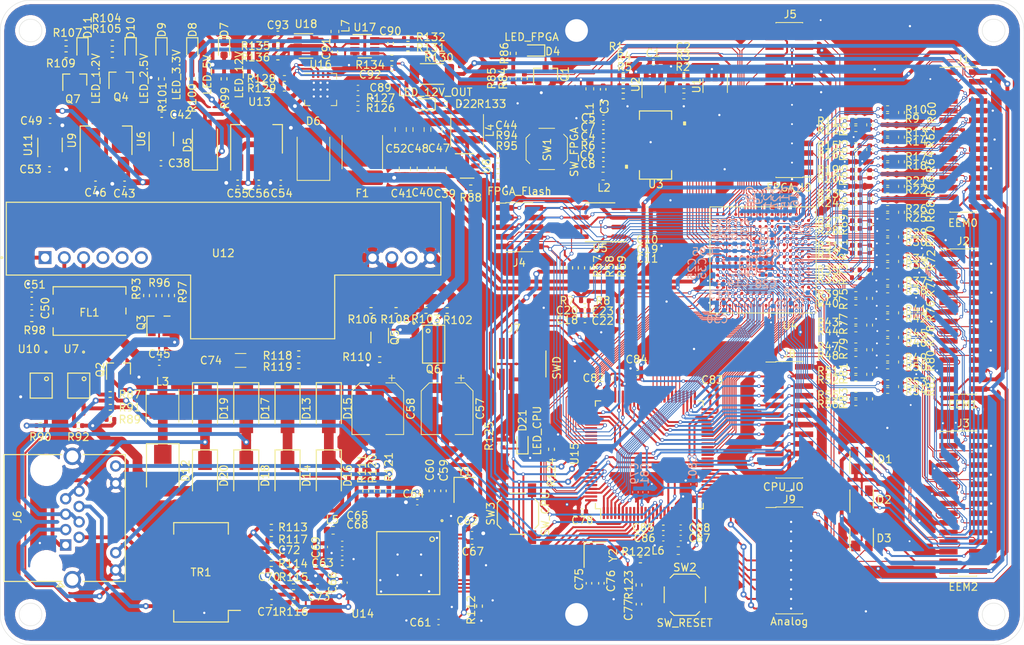
<source format=kicad_pcb>
(kicad_pcb (version 20171130) (host pcbnew 5.1.10-88a1d61d58~88~ubuntu20.04.1)

  (general
    (thickness 1.6)
    (drawings 26)
    (tracks 4320)
    (zones 0)
    (modules 303)
    (nets 308)
  )

  (page A4)
  (layers
    (0 F.Cu signal)
    (1 In1.Cu power)
    (2 In2.Cu power)
    (31 B.Cu signal)
    (32 B.Adhes user)
    (33 F.Adhes user)
    (34 B.Paste user)
    (35 F.Paste user)
    (36 B.SilkS user)
    (37 F.SilkS user)
    (38 B.Mask user)
    (39 F.Mask user)
    (40 Dwgs.User user)
    (41 Cmts.User user)
    (42 Eco1.User user)
    (43 Eco2.User user)
    (44 Edge.Cuts user)
    (45 Margin user)
    (46 B.CrtYd user)
    (47 F.CrtYd user)
    (48 B.Fab user)
    (49 F.Fab user)
  )

  (setup
    (last_trace_width 0.127)
    (user_trace_width 0.127)
    (user_trace_width 0.254)
    (user_trace_width 0.381)
    (user_trace_width 0.508)
    (user_trace_width 0.762)
    (user_trace_width 1.016)
    (user_trace_width 1.27)
    (trace_clearance 0.0889)
    (zone_clearance 0.508)
    (zone_45_only no)
    (trace_min 0.1143)
    (via_size 0.45)
    (via_drill 0.25)
    (via_min_size 0.45)
    (via_min_drill 0.2)
    (user_via 0.45 0.25)
    (user_via 0.5 0.3)
    (user_via 0.8 0.5)
    (user_via 4.199999 4)
    (uvia_size 0.3)
    (uvia_drill 0.1)
    (uvias_allowed no)
    (uvia_min_size 0.25)
    (uvia_min_drill 0.1)
    (edge_width 0.05)
    (segment_width 0.127)
    (pcb_text_width 0.3)
    (pcb_text_size 1.5 1.5)
    (mod_edge_width 0.1524)
    (mod_text_size 1.016 1.016)
    (mod_text_width 0.1524)
    (pad_size 1.524 1.524)
    (pad_drill 0.762)
    (pad_to_mask_clearance 0)
    (solder_mask_min_width 0.00254)
    (aux_axis_origin 0 0)
    (grid_origin 210 57)
    (visible_elements FFFFFF7F)
    (pcbplotparams
      (layerselection 0x010fc_ffffffff)
      (usegerberextensions false)
      (usegerberattributes true)
      (usegerberadvancedattributes true)
      (creategerberjobfile true)
      (excludeedgelayer true)
      (linewidth 0.100000)
      (plotframeref false)
      (viasonmask false)
      (mode 1)
      (useauxorigin false)
      (hpglpennumber 1)
      (hpglpenspeed 20)
      (hpglpendiameter 15.000000)
      (psnegative false)
      (psa4output false)
      (plotreference true)
      (plotvalue true)
      (plotinvisibletext false)
      (padsonsilk false)
      (subtractmaskfromsilk false)
      (outputformat 1)
      (mirror false)
      (drillshape 1)
      (scaleselection 1)
      (outputdirectory ""))
  )

  (net 0 "")
  (net 1 GND)
  (net 2 "Net-(C2-Pad1)")
  (net 3 /HighSpeedADC/+5VA)
  (net 4 /FPGA/GNDPLL0)
  (net 5 /FPGA/VCCPLL0)
  (net 6 /FPGA/GNDPLL1)
  (net 7 /FPGA/VCCPLL1)
  (net 8 +12V_OUT)
  (net 9 /CurrentSenser/12V_CURRENT)
  (net 10 +12V)
  (net 11 +3V3)
  (net 12 +2V5)
  (net 13 +1V2)
  (net 14 +5V)
  (net 15 /Ethernet/+3V3A)
  (net 16 "Net-(C44-Pad2)")
  (net 17 /MCU/+3V3A)
  (net 18 +3V3MP)
  (net 19 "Net-(D4-Pad2)")
  (net 20 "Net-(D4-Pad1)")
  (net 21 "Net-(D9-Pad2)")
  (net 22 "Net-(D10-Pad2)")
  (net 23 "Net-(D11-Pad2)")
  (net 24 "Net-(D13-Pad2)")
  (net 25 /Ethernet/POE_VC-)
  (net 26 /Ethernet/POE_VC+)
  (net 27 "Net-(D15-Pad2)")
  (net 28 "Net-(D17-Pad2)")
  (net 29 "Net-(D19-Pad2)")
  (net 30 "Net-(D21-Pad2)")
  (net 31 /FPGA_IO1)
  (net 32 /FPGA_IO3)
  (net 33 /FPGA_IO5)
  (net 34 /FPGA_IO7)
  (net 35 /FPGA_IO9)
  (net 36 /FPGA_IO11)
  (net 37 /FPGA_IO13)
  (net 38 /FPGA_IO15)
  (net 39 /FPGA_IO14)
  (net 40 /FPGA_IO12)
  (net 41 /FPGA_IO10)
  (net 42 /FPGA_IO8)
  (net 43 /FPGA_IO6)
  (net 44 /FPGA_IO4)
  (net 45 /FPGA_IO2)
  (net 46 /FPGA_IO0)
  (net 47 /MCU/CPU_SWCLK)
  (net 48 /MCU/CPU_SWDIO)
  (net 49 /MCU/CPU_UART4_TX)
  (net 50 /MCU/CPU_UART4_RX)
  (net 51 /MCU/CPU_PWM_CH1)
  (net 52 /MCU/CPU_PWM_CH2)
  (net 53 /MCU/CPU_PWM_CH3)
  (net 54 /MCU/CPU_PWM_CH4)
  (net 55 /MCU/CPU_IIC2_SDA)
  (net 56 /MCU/CPU_IIC2_SCL)
  (net 57 /MCU/CPU_UART1_RX)
  (net 58 /MCU/CPU_UART1_TX)
  (net 59 /MCU/CPU_SPI2_MOSI)
  (net 60 /MCU/CPU_SPI2_MISO)
  (net 61 /MCU/CPU_SPI2_SCK)
  (net 62 /MCU/CPU_SPI2_CS)
  (net 63 /MCU/CPU_DAC1)
  (net 64 /MCU/CPU_DAC0)
  (net 65 /MCU/CPU_ADC5)
  (net 66 /MCU/CPU_ADC4)
  (net 67 /MCU/CPU_ADC3)
  (net 68 /MCU/CPU_ADC2)
  (net 69 /MCU/CPU_ADC1)
  (net 70 /MCU/CPU_ADC0)
  (net 71 /CurrentSenser/12V_SW)
  (net 72 "Net-(Q1-Pad1)")
  (net 73 "Net-(Q2-Pad3)")
  (net 74 /MCU/CPU_RESET)
  (net 75 "Net-(Q7-Pad1)")
  (net 76 /MCU/CPU_POE_AT_EVENT)
  (net 77 /MCU/CPU_POE_SRC_STATUS)
  (net 78 /Ethernet/RJ45_LED_G)
  (net 79 /Ethernet/RJ45_LED_Y)
  (net 80 /CurrentSenser/+3V3A)
  (net 81 /EEM0_IIC_SCL)
  (net 82 /EEM0_IIC_SDA)
  (net 83 /EEM1_IIC_SCL)
  (net 84 /EEM1_IIC_SDA)
  (net 85 /EEM2_IIC_SCL)
  (net 86 /EEM2_IIC_SDA)
  (net 87 /EEM0_7_N)
  (net 88 /EEM0_6_P)
  (net 89 /EEM0_5_N)
  (net 90 /EEM0_4_P)
  (net 91 /EEM0_3_N)
  (net 92 /EEM0_2_P)
  (net 93 /EEM0_1_N)
  (net 94 /EEM0_0_P)
  (net 95 /EEM0_7_P)
  (net 96 /EEM0_6_N)
  (net 97 /EEM0_5_P)
  (net 98 /EEM0_4_N)
  (net 99 /EEM0_3_P)
  (net 100 /EEM0_2_N)
  (net 101 /EEM0_1_P)
  (net 102 /EEM0_0_N)
  (net 103 /EEM1_7_N)
  (net 104 /EEM1_6_P)
  (net 105 /EEM1_5_N)
  (net 106 /EEM1_4_P)
  (net 107 /EEM1_3_N)
  (net 108 /EEM1_2_P)
  (net 109 /EEM1_1_N)
  (net 110 /EEM1_0_P)
  (net 111 /EEM1_7_P)
  (net 112 /EEM1_6_N)
  (net 113 /EEM1_5_P)
  (net 114 /EEM1_4_N)
  (net 115 /EEM1_3_P)
  (net 116 /EEM1_2_N)
  (net 117 /EEM1_1_P)
  (net 118 /EEM1_0_N)
  (net 119 /EEM2_7_N)
  (net 120 /EEM2_6_P)
  (net 121 /EEM2_5_N)
  (net 122 /EEM2_4_P)
  (net 123 /EEM2_3_N)
  (net 124 /EEM2_2_P)
  (net 125 /EEM2_1_N)
  (net 126 /EEM2_0_P)
  (net 127 /EEM2_7_P)
  (net 128 /EEM2_6_N)
  (net 129 /EEM2_5_P)
  (net 130 /EEM2_4_N)
  (net 131 /EEM2_3_P)
  (net 132 /EEM2_2_N)
  (net 133 /EEM2_1_P)
  (net 134 /EEM2_0_N)
  (net 135 /CDONE)
  (net 136 /CRESET)
  (net 137 /SPI_CS)
  (net 138 /ENC_INT)
  (net 139 /ADC_D0)
  (net 140 /ADC_D1)
  (net 141 /ADC_D2)
  (net 142 /ADC_D3)
  (net 143 /ADC_D4)
  (net 144 /ADC_D5)
  (net 145 /ADC_D6)
  (net 146 /ADC_D7)
  (net 147 /ADC_CLK)
  (net 148 /FSMC_CLK)
  (net 149 /FSMC_D15)
  (net 150 /FSMC_D9)
  (net 151 /FSMC_D10)
  (net 152 /FSMC_D0)
  (net 153 /FSMC_A7)
  (net 154 /FSMC_NL)
  (net 155 /FSMC_NBL0)
  (net 156 /FSMC_D6)
  (net 157 /FSMC_D7)
  (net 158 /FSMC_D5)
  (net 159 /FSMC_D1)
  (net 160 /FSMC_A3)
  (net 161 /FSMC_A1)
  (net 162 /FSMC_NWAIT)
  (net 163 /FSMC_NOE)
  (net 164 /FSMC_D12)
  (net 165 /FSMC_D8)
  (net 166 /FSMC_D3)
  (net 167 /FSMC_A4)
  (net 168 /FSMC_A6)
  (net 169 /FSMC_A0)
  (net 170 /FSMC_NBL1)
  (net 171 /FSMC_D14)
  (net 172 /FSMC_D11)
  (net 173 /FSMC_D4)
  (net 174 /FSMC_A2)
  (net 175 /FSMC_D13)
  (net 176 /FSMC_D2)
  (net 177 /FSMC_A5)
  (net 178 /FSMC_NE1)
  (net 179 /FSMC_NWE)
  (net 180 /CSBSEL0)
  (net 181 /SPI_MOSI)
  (net 182 /SPI_MISO)
  (net 183 /CSBSEL1)
  (net 184 /SPI_SCK)
  (net 185 /SPI_ENC_CS)
  (net 186 "Net-(C7-Pad2)")
  (net 187 "Net-(D8-Pad2)")
  (net 188 "Net-(D10-Pad1)")
  (net 189 "Net-(D11-Pad1)")
  (net 190 "Net-(D21-Pad1)")
  (net 191 "Net-(D22-Pad1)")
  (net 192 "Net-(Q3-Pad1)")
  (net 193 "Net-(Q4-Pad1)")
  (net 194 "Net-(Q5-Pad6)")
  (net 195 "Net-(Q5-Pad2)")
  (net 196 "Net-(Q5-Pad3)")
  (net 197 "Net-(D22-Pad2)")
  (net 198 HSADC_IN)
  (net 199 "Net-(J6-Pad12)")
  (net 200 "Net-(J6-Pad10)")
  (net 201 "Net-(J6-Pad6)")
  (net 202 "Net-(J6-Pad2)")
  (net 203 "Net-(J6-Pad3)")
  (net 204 "Net-(J6-Pad1)")
  (net 205 "Net-(R88-Pad1)")
  (net 206 "Net-(SW3-Pad2)")
  (net 207 /FPGA/LVDS0_0_P)
  (net 208 /FPGA/LVDS0_0_N)
  (net 209 /FPGA/LVDS0_1_P)
  (net 210 /FPGA/LVDS0_1_N)
  (net 211 /FPGA/LVDS0_2_P)
  (net 212 /FPGA/LVDS0_2_N)
  (net 213 /FPGA/LVDS0_3_P)
  (net 214 /FPGA/LVDS0_3_N)
  (net 215 /FPGA/LVDS0_4_P)
  (net 216 /FPGA/LVDS0_4_N)
  (net 217 /FPGA/LVDS0_5_P)
  (net 218 /FPGA/LVDS0_5_N)
  (net 219 /FPGA/LVDS0_6_P)
  (net 220 /FPGA/LVDS0_6_N)
  (net 221 /FPGA/LVDS0_7_P)
  (net 222 /FPGA/LVDS0_7_N)
  (net 223 /FPGA/LVDS1_0_P)
  (net 224 /FPGA/LVDS1_0_N)
  (net 225 /FPGA/LVDS1_1_P)
  (net 226 /FPGA/LVDS1_1_N)
  (net 227 /FPGA/LVDS1_2_P)
  (net 228 /FPGA/LVDS1_2_N)
  (net 229 /FPGA/LVDS1_3_P)
  (net 230 /FPGA/LVDS1_3_N)
  (net 231 /FPGA/LVDS1_4_P)
  (net 232 /FPGA/LVDS1_4_N)
  (net 233 /FPGA/LVDS1_5_P)
  (net 234 /FPGA/LVDS1_5_N)
  (net 235 /FPGA/LVDS1_6_P)
  (net 236 /FPGA/LVDS1_6_N)
  (net 237 /FPGA/LVDS1_7_P)
  (net 238 /FPGA/LVDS1_7_N)
  (net 239 /FPGA/LVDS2_0_P)
  (net 240 /FPGA/LVDS2_0_N)
  (net 241 /FPGA/LVDS2_1_P)
  (net 242 /FPGA/LVDS2_1_N)
  (net 243 /FPGA/LVDS2_2_P)
  (net 244 /FPGA/LVDS2_2_N)
  (net 245 /FPGA/LVDS2_3_P)
  (net 246 /FPGA/LVDS2_3_N)
  (net 247 /FPGA/LVDS2_4_P)
  (net 248 /FPGA/LVDS2_4_N)
  (net 249 /FPGA/LVDS2_5_P)
  (net 250 /FPGA/LVDS2_5_N)
  (net 251 /FPGA/LVDS2_6_P)
  (net 252 /FPGA/LVDS2_6_N)
  (net 253 /FPGA/LVDS2_7_P)
  (net 254 /FPGA/LVDS2_7_N)
  (net 255 /FPGA/FPGA_LED)
  (net 256 /FPGA/FPGA_KEY)
  (net 257 /IIC_SCL)
  (net 258 /IIC_SDA)
  (net 259 "Net-(R135-Pad2)")
  (net 260 +6V)
  (net 261 "Net-(R126-Pad1)")
  (net 262 /CurrentSenser/12V_OUT_FAULT)
  (net 263 "Net-(C4-Pad1)")
  (net 264 "Net-(C5-Pad1)")
  (net 265 "Net-(C8-Pad2)")
  (net 266 "Net-(C44-Pad1)")
  (net 267 "Net-(C45-Pad2)")
  (net 268 "Net-(C45-Pad1)")
  (net 269 "Net-(C47-Pad1)")
  (net 270 "Net-(C50-Pad2)")
  (net 271 "Net-(C51-Pad1)")
  (net 272 "Net-(C57-Pad1)")
  (net 273 "Net-(C59-Pad1)")
  (net 274 "Net-(C60-Pad1)")
  (net 275 "Net-(C67-Pad2)")
  (net 276 "Net-(C70-Pad2)")
  (net 277 "Net-(C70-Pad1)")
  (net 278 "Net-(C71-Pad2)")
  (net 279 "Net-(C71-Pad1)")
  (net 280 "Net-(C72-Pad1)")
  (net 281 "Net-(C73-Pad1)")
  (net 282 "Net-(C74-Pad1)")
  (net 283 "Net-(C75-Pad1)")
  (net 284 "Net-(C76-Pad1)")
  (net 285 "Net-(C77-Pad2)")
  (net 286 "Net-(C89-Pad1)")
  (net 287 "Net-(C90-Pad2)")
  (net 288 "Net-(C90-Pad1)")
  (net 289 "Net-(D7-Pad2)")
  (net 290 "Net-(R2-Pad1)")
  (net 291 "Net-(R3-Pad1)")
  (net 292 "Net-(R4-Pad2)")
  (net 293 "Net-(R5-Pad2)")
  (net 294 "Net-(R87-Pad2)")
  (net 295 "Net-(R89-Pad1)")
  (net 296 "Net-(R94-Pad1)")
  (net 297 "Net-(R98-Pad2)")
  (net 298 "Net-(R111-Pad1)")
  (net 299 "Net-(R113-Pad1)")
  (net 300 "Net-(R114-Pad2)")
  (net 301 "Net-(R124-Pad1)")
  (net 302 "Net-(R127-Pad1)")
  (net 303 "Net-(R134-Pad2)")
  (net 304 "Net-(U10-Pad2)")
  (net 305 "Net-(U17-Pad3)")
  (net 306 /MCU/CPU_ADC7)
  (net 307 /MCU/CPU_ADC6)

  (net_class Default "This is the default net class."
    (clearance 0.0889)
    (trace_width 0.254)
    (via_dia 0.45)
    (via_drill 0.25)
    (uvia_dia 0.3)
    (uvia_drill 0.1)
    (diff_pair_width 0.127)
    (diff_pair_gap 0.1016)
    (add_net +12V)
    (add_net +12V_OUT)
    (add_net +1V2)
    (add_net +2V5)
    (add_net +3V3)
    (add_net +3V3MP)
    (add_net +5V)
    (add_net +6V)
    (add_net /ADC_CLK)
    (add_net /ADC_D0)
    (add_net /ADC_D1)
    (add_net /ADC_D2)
    (add_net /ADC_D3)
    (add_net /ADC_D4)
    (add_net /ADC_D5)
    (add_net /ADC_D6)
    (add_net /ADC_D7)
    (add_net /CDONE)
    (add_net /CRESET)
    (add_net /CSBSEL0)
    (add_net /CSBSEL1)
    (add_net /CurrentSenser/+3V3A)
    (add_net /CurrentSenser/12V_CURRENT)
    (add_net /CurrentSenser/12V_OUT_FAULT)
    (add_net /CurrentSenser/12V_SW)
    (add_net /ENC_INT)
    (add_net /Ethernet/+3V3A)
    (add_net /Ethernet/POE_VC+)
    (add_net /Ethernet/POE_VC-)
    (add_net /Ethernet/RJ45_LED_G)
    (add_net /Ethernet/RJ45_LED_Y)
    (add_net /FPGA/FPGA_KEY)
    (add_net /FPGA/FPGA_LED)
    (add_net /FPGA/GNDPLL0)
    (add_net /FPGA/GNDPLL1)
    (add_net /FPGA/VCCPLL0)
    (add_net /FPGA/VCCPLL1)
    (add_net /FPGA_IO0)
    (add_net /FPGA_IO1)
    (add_net /FPGA_IO10)
    (add_net /FPGA_IO11)
    (add_net /FPGA_IO12)
    (add_net /FPGA_IO13)
    (add_net /FPGA_IO14)
    (add_net /FPGA_IO15)
    (add_net /FPGA_IO2)
    (add_net /FPGA_IO3)
    (add_net /FPGA_IO4)
    (add_net /FPGA_IO5)
    (add_net /FPGA_IO6)
    (add_net /FPGA_IO7)
    (add_net /FPGA_IO8)
    (add_net /FPGA_IO9)
    (add_net /FSMC_A0)
    (add_net /FSMC_A1)
    (add_net /FSMC_A2)
    (add_net /FSMC_A3)
    (add_net /FSMC_A4)
    (add_net /FSMC_A5)
    (add_net /FSMC_A6)
    (add_net /FSMC_A7)
    (add_net /FSMC_CLK)
    (add_net /FSMC_D0)
    (add_net /FSMC_D1)
    (add_net /FSMC_D10)
    (add_net /FSMC_D11)
    (add_net /FSMC_D12)
    (add_net /FSMC_D13)
    (add_net /FSMC_D14)
    (add_net /FSMC_D15)
    (add_net /FSMC_D2)
    (add_net /FSMC_D3)
    (add_net /FSMC_D4)
    (add_net /FSMC_D5)
    (add_net /FSMC_D6)
    (add_net /FSMC_D7)
    (add_net /FSMC_D8)
    (add_net /FSMC_D9)
    (add_net /FSMC_NBL0)
    (add_net /FSMC_NBL1)
    (add_net /FSMC_NE1)
    (add_net /FSMC_NL)
    (add_net /FSMC_NOE)
    (add_net /FSMC_NWAIT)
    (add_net /FSMC_NWE)
    (add_net /HighSpeedADC/+5VA)
    (add_net /IIC_SCL)
    (add_net /IIC_SDA)
    (add_net /MCU/+3V3A)
    (add_net /MCU/CPU_ADC0)
    (add_net /MCU/CPU_ADC1)
    (add_net /MCU/CPU_ADC2)
    (add_net /MCU/CPU_ADC3)
    (add_net /MCU/CPU_ADC4)
    (add_net /MCU/CPU_ADC5)
    (add_net /MCU/CPU_ADC6)
    (add_net /MCU/CPU_ADC7)
    (add_net /MCU/CPU_DAC0)
    (add_net /MCU/CPU_DAC1)
    (add_net /MCU/CPU_IIC2_SCL)
    (add_net /MCU/CPU_IIC2_SDA)
    (add_net /MCU/CPU_POE_AT_EVENT)
    (add_net /MCU/CPU_POE_SRC_STATUS)
    (add_net /MCU/CPU_PWM_CH1)
    (add_net /MCU/CPU_PWM_CH2)
    (add_net /MCU/CPU_PWM_CH3)
    (add_net /MCU/CPU_PWM_CH4)
    (add_net /MCU/CPU_RESET)
    (add_net /MCU/CPU_SPI2_CS)
    (add_net /MCU/CPU_SPI2_MISO)
    (add_net /MCU/CPU_SPI2_MOSI)
    (add_net /MCU/CPU_SPI2_SCK)
    (add_net /MCU/CPU_SWCLK)
    (add_net /MCU/CPU_SWDIO)
    (add_net /MCU/CPU_UART1_RX)
    (add_net /MCU/CPU_UART1_TX)
    (add_net /MCU/CPU_UART4_RX)
    (add_net /MCU/CPU_UART4_TX)
    (add_net /SPI_CS)
    (add_net /SPI_ENC_CS)
    (add_net /SPI_MISO)
    (add_net /SPI_MOSI)
    (add_net /SPI_SCK)
    (add_net GND)
    (add_net HSADC_IN)
    (add_net "Net-(C2-Pad1)")
    (add_net "Net-(C4-Pad1)")
    (add_net "Net-(C44-Pad1)")
    (add_net "Net-(C44-Pad2)")
    (add_net "Net-(C45-Pad1)")
    (add_net "Net-(C45-Pad2)")
    (add_net "Net-(C47-Pad1)")
    (add_net "Net-(C5-Pad1)")
    (add_net "Net-(C50-Pad2)")
    (add_net "Net-(C51-Pad1)")
    (add_net "Net-(C57-Pad1)")
    (add_net "Net-(C59-Pad1)")
    (add_net "Net-(C60-Pad1)")
    (add_net "Net-(C67-Pad2)")
    (add_net "Net-(C7-Pad2)")
    (add_net "Net-(C70-Pad1)")
    (add_net "Net-(C70-Pad2)")
    (add_net "Net-(C71-Pad1)")
    (add_net "Net-(C71-Pad2)")
    (add_net "Net-(C72-Pad1)")
    (add_net "Net-(C73-Pad1)")
    (add_net "Net-(C74-Pad1)")
    (add_net "Net-(C75-Pad1)")
    (add_net "Net-(C76-Pad1)")
    (add_net "Net-(C77-Pad2)")
    (add_net "Net-(C8-Pad2)")
    (add_net "Net-(C89-Pad1)")
    (add_net "Net-(C90-Pad1)")
    (add_net "Net-(C90-Pad2)")
    (add_net "Net-(D10-Pad1)")
    (add_net "Net-(D10-Pad2)")
    (add_net "Net-(D11-Pad1)")
    (add_net "Net-(D11-Pad2)")
    (add_net "Net-(D13-Pad2)")
    (add_net "Net-(D15-Pad2)")
    (add_net "Net-(D17-Pad2)")
    (add_net "Net-(D19-Pad2)")
    (add_net "Net-(D21-Pad1)")
    (add_net "Net-(D21-Pad2)")
    (add_net "Net-(D22-Pad1)")
    (add_net "Net-(D22-Pad2)")
    (add_net "Net-(D4-Pad1)")
    (add_net "Net-(D4-Pad2)")
    (add_net "Net-(D7-Pad2)")
    (add_net "Net-(D8-Pad2)")
    (add_net "Net-(D9-Pad2)")
    (add_net "Net-(J6-Pad1)")
    (add_net "Net-(J6-Pad10)")
    (add_net "Net-(J6-Pad12)")
    (add_net "Net-(J6-Pad2)")
    (add_net "Net-(J6-Pad3)")
    (add_net "Net-(J6-Pad6)")
    (add_net "Net-(Q1-Pad1)")
    (add_net "Net-(Q2-Pad3)")
    (add_net "Net-(Q3-Pad1)")
    (add_net "Net-(Q4-Pad1)")
    (add_net "Net-(Q5-Pad2)")
    (add_net "Net-(Q5-Pad3)")
    (add_net "Net-(Q5-Pad6)")
    (add_net "Net-(Q7-Pad1)")
    (add_net "Net-(R111-Pad1)")
    (add_net "Net-(R113-Pad1)")
    (add_net "Net-(R114-Pad2)")
    (add_net "Net-(R124-Pad1)")
    (add_net "Net-(R126-Pad1)")
    (add_net "Net-(R127-Pad1)")
    (add_net "Net-(R134-Pad2)")
    (add_net "Net-(R135-Pad2)")
    (add_net "Net-(R2-Pad1)")
    (add_net "Net-(R3-Pad1)")
    (add_net "Net-(R4-Pad2)")
    (add_net "Net-(R5-Pad2)")
    (add_net "Net-(R87-Pad2)")
    (add_net "Net-(R88-Pad1)")
    (add_net "Net-(R89-Pad1)")
    (add_net "Net-(R94-Pad1)")
    (add_net "Net-(R98-Pad2)")
    (add_net "Net-(SW3-Pad2)")
    (add_net "Net-(U10-Pad2)")
    (add_net "Net-(U17-Pad3)")
  )

  (net_class Diff_In ""
    (clearance 0.0889)
    (trace_width 0.1524)
    (via_dia 0.8)
    (via_drill 0.4)
    (uvia_dia 0.3)
    (uvia_drill 0.1)
    (diff_pair_width 0.1143)
    (diff_pair_gap 0.1524)
  )

  (net_class Diff_Out ""
    (clearance 0.0889)
    (trace_width 0.127)
    (via_dia 0.8)
    (via_drill 0.4)
    (uvia_dia 0.3)
    (uvia_drill 0.1)
    (diff_pair_width 0.127)
    (diff_pair_gap 0.127)
    (add_net /EEM0_0_N)
    (add_net /EEM0_0_P)
    (add_net /EEM0_1_N)
    (add_net /EEM0_1_P)
    (add_net /EEM0_2_N)
    (add_net /EEM0_2_P)
    (add_net /EEM0_3_N)
    (add_net /EEM0_3_P)
    (add_net /EEM0_4_N)
    (add_net /EEM0_4_P)
    (add_net /EEM0_5_N)
    (add_net /EEM0_5_P)
    (add_net /EEM0_6_N)
    (add_net /EEM0_6_P)
    (add_net /EEM0_7_N)
    (add_net /EEM0_7_P)
    (add_net /EEM0_IIC_SCL)
    (add_net /EEM0_IIC_SDA)
    (add_net /EEM1_0_N)
    (add_net /EEM1_0_P)
    (add_net /EEM1_1_N)
    (add_net /EEM1_1_P)
    (add_net /EEM1_2_N)
    (add_net /EEM1_2_P)
    (add_net /EEM1_3_N)
    (add_net /EEM1_3_P)
    (add_net /EEM1_4_N)
    (add_net /EEM1_4_P)
    (add_net /EEM1_5_N)
    (add_net /EEM1_5_P)
    (add_net /EEM1_6_N)
    (add_net /EEM1_6_P)
    (add_net /EEM1_7_N)
    (add_net /EEM1_7_P)
    (add_net /EEM1_IIC_SCL)
    (add_net /EEM1_IIC_SDA)
    (add_net /EEM2_0_N)
    (add_net /EEM2_0_P)
    (add_net /EEM2_1_N)
    (add_net /EEM2_1_P)
    (add_net /EEM2_2_N)
    (add_net /EEM2_2_P)
    (add_net /EEM2_3_N)
    (add_net /EEM2_3_P)
    (add_net /EEM2_4_N)
    (add_net /EEM2_4_P)
    (add_net /EEM2_5_N)
    (add_net /EEM2_5_P)
    (add_net /EEM2_6_N)
    (add_net /EEM2_6_P)
    (add_net /EEM2_7_N)
    (add_net /EEM2_7_P)
    (add_net /EEM2_IIC_SCL)
    (add_net /EEM2_IIC_SDA)
    (add_net /FPGA/LVDS0_0_N)
    (add_net /FPGA/LVDS0_0_P)
    (add_net /FPGA/LVDS0_1_N)
    (add_net /FPGA/LVDS0_1_P)
    (add_net /FPGA/LVDS0_2_N)
    (add_net /FPGA/LVDS0_2_P)
    (add_net /FPGA/LVDS0_3_N)
    (add_net /FPGA/LVDS0_3_P)
    (add_net /FPGA/LVDS0_4_N)
    (add_net /FPGA/LVDS0_4_P)
    (add_net /FPGA/LVDS0_5_N)
    (add_net /FPGA/LVDS0_5_P)
    (add_net /FPGA/LVDS0_6_N)
    (add_net /FPGA/LVDS0_6_P)
    (add_net /FPGA/LVDS0_7_N)
    (add_net /FPGA/LVDS0_7_P)
    (add_net /FPGA/LVDS1_0_N)
    (add_net /FPGA/LVDS1_0_P)
    (add_net /FPGA/LVDS1_1_N)
    (add_net /FPGA/LVDS1_1_P)
    (add_net /FPGA/LVDS1_2_N)
    (add_net /FPGA/LVDS1_2_P)
    (add_net /FPGA/LVDS1_3_N)
    (add_net /FPGA/LVDS1_3_P)
    (add_net /FPGA/LVDS1_4_N)
    (add_net /FPGA/LVDS1_4_P)
    (add_net /FPGA/LVDS1_5_N)
    (add_net /FPGA/LVDS1_5_P)
    (add_net /FPGA/LVDS1_6_N)
    (add_net /FPGA/LVDS1_6_P)
    (add_net /FPGA/LVDS1_7_N)
    (add_net /FPGA/LVDS1_7_P)
    (add_net /FPGA/LVDS2_0_N)
    (add_net /FPGA/LVDS2_0_P)
    (add_net /FPGA/LVDS2_1_N)
    (add_net /FPGA/LVDS2_1_P)
    (add_net /FPGA/LVDS2_2_N)
    (add_net /FPGA/LVDS2_2_P)
    (add_net /FPGA/LVDS2_3_N)
    (add_net /FPGA/LVDS2_3_P)
    (add_net /FPGA/LVDS2_4_N)
    (add_net /FPGA/LVDS2_4_P)
    (add_net /FPGA/LVDS2_5_N)
    (add_net /FPGA/LVDS2_5_P)
    (add_net /FPGA/LVDS2_6_N)
    (add_net /FPGA/LVDS2_6_P)
    (add_net /FPGA/LVDS2_7_N)
    (add_net /FPGA/LVDS2_7_P)
  )

  (module Capacitor_SMD:C_0402_1005Metric (layer B.Cu) (tedit 5F68FEEE) (tstamp 610CD898)
    (at 177.84 81.32 270)
    (descr "Capacitor SMD 0402 (1005 Metric), square (rectangular) end terminal, IPC_7351 nominal, (Body size source: IPC-SM-782 page 76, https://www.pcb-3d.com/wordpress/wp-content/uploads/ipc-sm-782a_amendment_1_and_2.pdf), generated with kicad-footprint-generator")
    (tags capacitor)
    (path /60C0E996/6310DFAE)
    (attr smd)
    (fp_text reference C96 (at -2.39 -0.02 90) (layer B.SilkS)
      (effects (font (size 1 1) (thickness 0.15)) (justify mirror))
    )
    (fp_text value 0.1nF (at 0 -1.16 90) (layer B.Fab) hide
      (effects (font (size 1 1) (thickness 0.15)) (justify mirror))
    )
    (fp_text user %R (at 0 0 90) (layer B.Fab) hide
      (effects (font (size 0.25 0.25) (thickness 0.04)) (justify mirror))
    )
    (fp_line (start -0.5 -0.25) (end -0.5 0.25) (layer B.Fab) (width 0.1))
    (fp_line (start -0.5 0.25) (end 0.5 0.25) (layer B.Fab) (width 0.1))
    (fp_line (start 0.5 0.25) (end 0.5 -0.25) (layer B.Fab) (width 0.1))
    (fp_line (start 0.5 -0.25) (end -0.5 -0.25) (layer B.Fab) (width 0.1))
    (fp_line (start -0.107836 0.36) (end 0.107836 0.36) (layer B.SilkS) (width 0.12))
    (fp_line (start -0.107836 -0.36) (end 0.107836 -0.36) (layer B.SilkS) (width 0.12))
    (fp_line (start -0.91 -0.46) (end -0.91 0.46) (layer B.CrtYd) (width 0.05))
    (fp_line (start -0.91 0.46) (end 0.91 0.46) (layer B.CrtYd) (width 0.05))
    (fp_line (start 0.91 0.46) (end 0.91 -0.46) (layer B.CrtYd) (width 0.05))
    (fp_line (start 0.91 -0.46) (end -0.91 -0.46) (layer B.CrtYd) (width 0.05))
    (pad 2 smd roundrect (at 0.48 0 270) (size 0.56 0.62) (layers B.Cu B.Paste B.Mask) (roundrect_rratio 0.25)
      (net 11 +3V3))
    (pad 1 smd roundrect (at -0.48 0 270) (size 0.56 0.62) (layers B.Cu B.Paste B.Mask) (roundrect_rratio 0.25)
      (net 1 GND))
    (model ${KISYS3DMOD}/Capacitor_SMD.3dshapes/C_0402_1005Metric.wrl
      (at (xyz 0 0 0))
      (scale (xyz 1 1 1))
      (rotate (xyz 0 0 0))
    )
  )

  (module Capacitor_SMD:C_0402_1005Metric (layer B.Cu) (tedit 5F68FEEE) (tstamp 610CD887)
    (at 173.09 87.25)
    (descr "Capacitor SMD 0402 (1005 Metric), square (rectangular) end terminal, IPC_7351 nominal, (Body size source: IPC-SM-782 page 76, https://www.pcb-3d.com/wordpress/wp-content/uploads/ipc-sm-782a_amendment_1_and_2.pdf), generated with kicad-footprint-generator")
    (tags capacitor)
    (path /60C0E996/630C2435)
    (attr smd)
    (fp_text reference C95 (at -1.45 -1.08) (layer B.SilkS)
      (effects (font (size 1 1) (thickness 0.15)) (justify mirror))
    )
    (fp_text value 0.1nF (at 0 -1.16) (layer B.Fab) hide
      (effects (font (size 1 1) (thickness 0.15)) (justify mirror))
    )
    (fp_text user %R (at 0 0) (layer B.Fab) hide
      (effects (font (size 0.25 0.25) (thickness 0.04)) (justify mirror))
    )
    (fp_line (start -0.5 -0.25) (end -0.5 0.25) (layer B.Fab) (width 0.1))
    (fp_line (start -0.5 0.25) (end 0.5 0.25) (layer B.Fab) (width 0.1))
    (fp_line (start 0.5 0.25) (end 0.5 -0.25) (layer B.Fab) (width 0.1))
    (fp_line (start 0.5 -0.25) (end -0.5 -0.25) (layer B.Fab) (width 0.1))
    (fp_line (start -0.107836 0.36) (end 0.107836 0.36) (layer B.SilkS) (width 0.12))
    (fp_line (start -0.107836 -0.36) (end 0.107836 -0.36) (layer B.SilkS) (width 0.12))
    (fp_line (start -0.91 -0.46) (end -0.91 0.46) (layer B.CrtYd) (width 0.05))
    (fp_line (start -0.91 0.46) (end 0.91 0.46) (layer B.CrtYd) (width 0.05))
    (fp_line (start 0.91 0.46) (end 0.91 -0.46) (layer B.CrtYd) (width 0.05))
    (fp_line (start 0.91 -0.46) (end -0.91 -0.46) (layer B.CrtYd) (width 0.05))
    (pad 2 smd roundrect (at 0.48 0) (size 0.56 0.62) (layers B.Cu B.Paste B.Mask) (roundrect_rratio 0.25)
      (net 11 +3V3))
    (pad 1 smd roundrect (at -0.48 0) (size 0.56 0.62) (layers B.Cu B.Paste B.Mask) (roundrect_rratio 0.25)
      (net 1 GND))
    (model ${KISYS3DMOD}/Capacitor_SMD.3dshapes/C_0402_1005Metric.wrl
      (at (xyz 0 0 0))
      (scale (xyz 1 1 1))
      (rotate (xyz 0 0 0))
    )
  )

  (module Capacitor_SMD:C_0402_1005Metric (layer B.Cu) (tedit 5F68FEEE) (tstamp 610CD876)
    (at 178.78 85.33 270)
    (descr "Capacitor SMD 0402 (1005 Metric), square (rectangular) end terminal, IPC_7351 nominal, (Body size source: IPC-SM-782 page 76, https://www.pcb-3d.com/wordpress/wp-content/uploads/ipc-sm-782a_amendment_1_and_2.pdf), generated with kicad-footprint-generator")
    (tags capacitor)
    (path /60C0E996/630C242B)
    (attr smd)
    (fp_text reference C94 (at 0.99 -1.59 180) (layer B.SilkS)
      (effects (font (size 1 1) (thickness 0.15)) (justify mirror))
    )
    (fp_text value 0.1uF (at 0 -1.16 90) (layer B.Fab) hide
      (effects (font (size 1 1) (thickness 0.15)) (justify mirror))
    )
    (fp_text user %R (at 0 0 90) (layer B.Fab) hide
      (effects (font (size 0.25 0.25) (thickness 0.04)) (justify mirror))
    )
    (fp_line (start -0.5 -0.25) (end -0.5 0.25) (layer B.Fab) (width 0.1))
    (fp_line (start -0.5 0.25) (end 0.5 0.25) (layer B.Fab) (width 0.1))
    (fp_line (start 0.5 0.25) (end 0.5 -0.25) (layer B.Fab) (width 0.1))
    (fp_line (start 0.5 -0.25) (end -0.5 -0.25) (layer B.Fab) (width 0.1))
    (fp_line (start -0.107836 0.36) (end 0.107836 0.36) (layer B.SilkS) (width 0.12))
    (fp_line (start -0.107836 -0.36) (end 0.107836 -0.36) (layer B.SilkS) (width 0.12))
    (fp_line (start -0.91 -0.46) (end -0.91 0.46) (layer B.CrtYd) (width 0.05))
    (fp_line (start -0.91 0.46) (end 0.91 0.46) (layer B.CrtYd) (width 0.05))
    (fp_line (start 0.91 0.46) (end 0.91 -0.46) (layer B.CrtYd) (width 0.05))
    (fp_line (start 0.91 -0.46) (end -0.91 -0.46) (layer B.CrtYd) (width 0.05))
    (pad 2 smd roundrect (at 0.48 0 270) (size 0.56 0.62) (layers B.Cu B.Paste B.Mask) (roundrect_rratio 0.25)
      (net 11 +3V3))
    (pad 1 smd roundrect (at -0.48 0 270) (size 0.56 0.62) (layers B.Cu B.Paste B.Mask) (roundrect_rratio 0.25)
      (net 1 GND))
    (model ${KISYS3DMOD}/Capacitor_SMD.3dshapes/C_0402_1005Metric.wrl
      (at (xyz 0 0 0))
      (scale (xyz 1 1 1))
      (rotate (xyz 0 0 0))
    )
  )

  (module Package_TO_SOT_SMD:TSOT-23-6 (layer F.Cu) (tedit 5A02FF57) (tstamp 61079B51)
    (at 165.14 64.31 90)
    (descr "6-pin TSOT23 package, http://cds.linear.com/docs/en/packaging/SOT_6_05-08-1636.pdf")
    (tags "TSOT-23-6 MK06A TSOT-6")
    (path /60FB17F2/6286F181)
    (attr smd)
    (fp_text reference U2 (at 0.19 -2.35 90) (layer F.SilkS)
      (effects (font (size 1 1) (thickness 0.15)))
    )
    (fp_text value LMH6611 (at 0 2.5 90) (layer F.Fab) hide
      (effects (font (size 1 1) (thickness 0.15)))
    )
    (fp_text user %R (at 0 0) (layer F.Fab) hide
      (effects (font (size 0.5 0.5) (thickness 0.075)))
    )
    (fp_line (start -0.88 1.56) (end 0.88 1.56) (layer F.SilkS) (width 0.12))
    (fp_line (start 0.88 -1.51) (end -1.55 -1.51) (layer F.SilkS) (width 0.12))
    (fp_line (start -0.88 -1) (end -0.43 -1.45) (layer F.Fab) (width 0.1))
    (fp_line (start 0.88 -1.45) (end -0.43 -1.45) (layer F.Fab) (width 0.1))
    (fp_line (start -0.88 -1) (end -0.88 1.45) (layer F.Fab) (width 0.1))
    (fp_line (start 0.88 1.45) (end -0.88 1.45) (layer F.Fab) (width 0.1))
    (fp_line (start 0.88 -1.45) (end 0.88 1.45) (layer F.Fab) (width 0.1))
    (fp_line (start -2.17 -1.7) (end 2.17 -1.7) (layer F.CrtYd) (width 0.05))
    (fp_line (start -2.17 -1.7) (end -2.17 1.7) (layer F.CrtYd) (width 0.05))
    (fp_line (start 2.17 1.7) (end 2.17 -1.7) (layer F.CrtYd) (width 0.05))
    (fp_line (start 2.17 1.7) (end -2.17 1.7) (layer F.CrtYd) (width 0.05))
    (pad 6 smd rect (at 1.31 -0.95 90) (size 1.22 0.65) (layers F.Cu F.Paste F.Mask)
      (net 3 /HighSpeedADC/+5VA))
    (pad 5 smd rect (at 1.31 0 90) (size 1.22 0.65) (layers F.Cu F.Paste F.Mask)
      (net 3 /HighSpeedADC/+5VA))
    (pad 4 smd rect (at 1.31 0.95 90) (size 1.22 0.65) (layers F.Cu F.Paste F.Mask)
      (net 292 "Net-(R4-Pad2)"))
    (pad 3 smd rect (at -1.31 0.95 90) (size 1.22 0.65) (layers F.Cu F.Paste F.Mask)
      (net 290 "Net-(R2-Pad1)"))
    (pad 2 smd rect (at -1.31 0 90) (size 1.22 0.65) (layers F.Cu F.Paste F.Mask)
      (net 1 GND))
    (pad 1 smd rect (at -1.31 -0.95 90) (size 1.22 0.65) (layers F.Cu F.Paste F.Mask)
      (net 293 "Net-(R5-Pad2)"))
    (model ${KISYS3DMOD}/Package_TO_SOT_SMD.3dshapes/TSOT-23-6.wrl
      (at (xyz 0 0 0))
      (scale (xyz 1 1 1))
      (rotate (xyz 0 0 0))
    )
  )

  (module Package_TO_SOT_SMD:SOT-23-5 (layer F.Cu) (tedit 5A02FF57) (tstamp 610793F9)
    (at 173.28 64.28 270)
    (descr "5-pin SOT23 package")
    (tags SOT-23-5)
    (path /60FB17F2/628C361F)
    (attr smd)
    (fp_text reference U1 (at 0 2.46 90) (layer F.SilkS)
      (effects (font (size 1 1) (thickness 0.15)))
    )
    (fp_text value LMV321 (at 0 2.9 90) (layer F.Fab) hide
      (effects (font (size 1 1) (thickness 0.15)))
    )
    (fp_text user %R (at 0 0) (layer F.Fab) hide
      (effects (font (size 0.5 0.5) (thickness 0.075)))
    )
    (fp_line (start -0.9 1.61) (end 0.9 1.61) (layer F.SilkS) (width 0.12))
    (fp_line (start 0.9 -1.61) (end -1.55 -1.61) (layer F.SilkS) (width 0.12))
    (fp_line (start -1.9 -1.8) (end 1.9 -1.8) (layer F.CrtYd) (width 0.05))
    (fp_line (start 1.9 -1.8) (end 1.9 1.8) (layer F.CrtYd) (width 0.05))
    (fp_line (start 1.9 1.8) (end -1.9 1.8) (layer F.CrtYd) (width 0.05))
    (fp_line (start -1.9 1.8) (end -1.9 -1.8) (layer F.CrtYd) (width 0.05))
    (fp_line (start -0.9 -0.9) (end -0.25 -1.55) (layer F.Fab) (width 0.1))
    (fp_line (start 0.9 -1.55) (end -0.25 -1.55) (layer F.Fab) (width 0.1))
    (fp_line (start -0.9 -0.9) (end -0.9 1.55) (layer F.Fab) (width 0.1))
    (fp_line (start 0.9 1.55) (end -0.9 1.55) (layer F.Fab) (width 0.1))
    (fp_line (start 0.9 -1.55) (end 0.9 1.55) (layer F.Fab) (width 0.1))
    (pad 5 smd rect (at 1.1 -0.95 270) (size 1.06 0.65) (layers F.Cu F.Paste F.Mask)
      (net 3 /HighSpeedADC/+5VA))
    (pad 4 smd rect (at 1.1 0.95 270) (size 1.06 0.65) (layers F.Cu F.Paste F.Mask)
      (net 291 "Net-(R3-Pad1)"))
    (pad 3 smd rect (at -1.1 0.95 270) (size 1.06 0.65) (layers F.Cu F.Paste F.Mask)
      (net 291 "Net-(R3-Pad1)"))
    (pad 2 smd rect (at -1.1 0 270) (size 1.06 0.65) (layers F.Cu F.Paste F.Mask)
      (net 1 GND))
    (pad 1 smd rect (at -1.1 -0.95 270) (size 1.06 0.65) (layers F.Cu F.Paste F.Mask)
      (net 2 "Net-(C2-Pad1)"))
    (model ${KISYS3DMOD}/Package_TO_SOT_SMD.3dshapes/SOT-23-5.wrl
      (at (xyz 0 0 0))
      (scale (xyz 1 1 1))
      (rotate (xyz 0 0 0))
    )
  )

  (module Capacitor_SMD:C_0402_1005Metric (layer F.Cu) (tedit 5F68FEEE) (tstamp 61077474)
    (at 165.14 61.16)
    (descr "Capacitor SMD 0402 (1005 Metric), square (rectangular) end terminal, IPC_7351 nominal, (Body size source: IPC-SM-782 page 76, https://www.pcb-3d.com/wordpress/wp-content/uploads/ipc-sm-782a_amendment_1_and_2.pdf), generated with kicad-footprint-generator")
    (tags capacitor)
    (path /60FB17F2/628EF120)
    (attr smd)
    (fp_text reference C1 (at -0.05 -1.19) (layer F.SilkS)
      (effects (font (size 1 1) (thickness 0.15)))
    )
    (fp_text value 0.1uF (at 0 1.16) (layer F.Fab) hide
      (effects (font (size 1 1) (thickness 0.15)))
    )
    (fp_text user %R (at 0 0) (layer F.Fab) hide
      (effects (font (size 0.25 0.25) (thickness 0.04)))
    )
    (fp_line (start -0.5 0.25) (end -0.5 -0.25) (layer F.Fab) (width 0.1))
    (fp_line (start -0.5 -0.25) (end 0.5 -0.25) (layer F.Fab) (width 0.1))
    (fp_line (start 0.5 -0.25) (end 0.5 0.25) (layer F.Fab) (width 0.1))
    (fp_line (start 0.5 0.25) (end -0.5 0.25) (layer F.Fab) (width 0.1))
    (fp_line (start -0.107836 -0.36) (end 0.107836 -0.36) (layer F.SilkS) (width 0.12))
    (fp_line (start -0.107836 0.36) (end 0.107836 0.36) (layer F.SilkS) (width 0.12))
    (fp_line (start -0.91 0.46) (end -0.91 -0.46) (layer F.CrtYd) (width 0.05))
    (fp_line (start -0.91 -0.46) (end 0.91 -0.46) (layer F.CrtYd) (width 0.05))
    (fp_line (start 0.91 -0.46) (end 0.91 0.46) (layer F.CrtYd) (width 0.05))
    (fp_line (start 0.91 0.46) (end -0.91 0.46) (layer F.CrtYd) (width 0.05))
    (pad 2 smd roundrect (at 0.48 0) (size 0.56 0.62) (layers F.Cu F.Paste F.Mask) (roundrect_rratio 0.25)
      (net 1 GND))
    (pad 1 smd roundrect (at -0.48 0) (size 0.56 0.62) (layers F.Cu F.Paste F.Mask) (roundrect_rratio 0.25)
      (net 3 /HighSpeedADC/+5VA))
    (model ${KISYS3DMOD}/Capacitor_SMD.3dshapes/C_0402_1005Metric.wrl
      (at (xyz 0 0 0))
      (scale (xyz 1 1 1))
      (rotate (xyz 0 0 0))
    )
  )

  (module Resistor_SMD:R_0402_1005Metric (layer F.Cu) (tedit 5F68FEEE) (tstamp 610526EC)
    (at 116.48 64.61 180)
    (descr "Resistor SMD 0402 (1005 Metric), square (rectangular) end terminal, IPC_7351 nominal, (Body size source: IPC-SM-782 page 72, https://www.pcb-3d.com/wordpress/wp-content/uploads/ipc-sm-782a_amendment_1_and_2.pdf), generated with kicad-footprint-generator")
    (tags resistor)
    (path /60E3407A/6282003A)
    (attr smd)
    (fp_text reference R129 (at 3.01 -0.01) (layer F.SilkS)
      (effects (font (size 1 1) (thickness 0.15)))
    )
    (fp_text value 10k (at 0 1.17) (layer F.Fab) hide
      (effects (font (size 1 1) (thickness 0.15)))
    )
    (fp_text user %R (at 0 0) (layer F.Fab) hide
      (effects (font (size 0.26 0.26) (thickness 0.04)))
    )
    (fp_line (start -0.525 0.27) (end -0.525 -0.27) (layer F.Fab) (width 0.1))
    (fp_line (start -0.525 -0.27) (end 0.525 -0.27) (layer F.Fab) (width 0.1))
    (fp_line (start 0.525 -0.27) (end 0.525 0.27) (layer F.Fab) (width 0.1))
    (fp_line (start 0.525 0.27) (end -0.525 0.27) (layer F.Fab) (width 0.1))
    (fp_line (start -0.153641 -0.38) (end 0.153641 -0.38) (layer F.SilkS) (width 0.12))
    (fp_line (start -0.153641 0.38) (end 0.153641 0.38) (layer F.SilkS) (width 0.12))
    (fp_line (start -0.93 0.47) (end -0.93 -0.47) (layer F.CrtYd) (width 0.05))
    (fp_line (start -0.93 -0.47) (end 0.93 -0.47) (layer F.CrtYd) (width 0.05))
    (fp_line (start 0.93 -0.47) (end 0.93 0.47) (layer F.CrtYd) (width 0.05))
    (fp_line (start 0.93 0.47) (end -0.93 0.47) (layer F.CrtYd) (width 0.05))
    (pad 2 smd roundrect (at 0.51 0 180) (size 0.54 0.64) (layers F.Cu F.Paste F.Mask) (roundrect_rratio 0.25)
      (net 11 +3V3))
    (pad 1 smd roundrect (at -0.51 0 180) (size 0.54 0.64) (layers F.Cu F.Paste F.Mask) (roundrect_rratio 0.25)
      (net 71 /CurrentSenser/12V_SW))
    (model ${KISYS3DMOD}/Resistor_SMD.3dshapes/R_0402_1005Metric.wrl
      (at (xyz 0 0 0))
      (scale (xyz 1 1 1))
      (rotate (xyz 0 0 0))
    )
  )

  (module Resistor_SMD:R_0402_1005Metric (layer F.Cu) (tedit 5F68FEEE) (tstamp 6105259B)
    (at 116.48 63.32)
    (descr "Resistor SMD 0402 (1005 Metric), square (rectangular) end terminal, IPC_7351 nominal, (Body size source: IPC-SM-782 page 72, https://www.pcb-3d.com/wordpress/wp-content/uploads/ipc-sm-782a_amendment_1_and_2.pdf), generated with kicad-footprint-generator")
    (tags resistor)
    (path /60E3407A/628126CC)
    (attr smd)
    (fp_text reference R128 (at -3.05 0.03) (layer F.SilkS)
      (effects (font (size 1 1) (thickness 0.15)))
    )
    (fp_text value 10k (at 0 1.17) (layer F.Fab) hide
      (effects (font (size 1 1) (thickness 0.15)))
    )
    (fp_text user %R (at 0 0) (layer F.Fab) hide
      (effects (font (size 0.26 0.26) (thickness 0.04)))
    )
    (fp_line (start -0.525 0.27) (end -0.525 -0.27) (layer F.Fab) (width 0.1))
    (fp_line (start -0.525 -0.27) (end 0.525 -0.27) (layer F.Fab) (width 0.1))
    (fp_line (start 0.525 -0.27) (end 0.525 0.27) (layer F.Fab) (width 0.1))
    (fp_line (start 0.525 0.27) (end -0.525 0.27) (layer F.Fab) (width 0.1))
    (fp_line (start -0.153641 -0.38) (end 0.153641 -0.38) (layer F.SilkS) (width 0.12))
    (fp_line (start -0.153641 0.38) (end 0.153641 0.38) (layer F.SilkS) (width 0.12))
    (fp_line (start -0.93 0.47) (end -0.93 -0.47) (layer F.CrtYd) (width 0.05))
    (fp_line (start -0.93 -0.47) (end 0.93 -0.47) (layer F.CrtYd) (width 0.05))
    (fp_line (start 0.93 -0.47) (end 0.93 0.47) (layer F.CrtYd) (width 0.05))
    (fp_line (start 0.93 0.47) (end -0.93 0.47) (layer F.CrtYd) (width 0.05))
    (pad 2 smd roundrect (at 0.51 0) (size 0.54 0.64) (layers F.Cu F.Paste F.Mask) (roundrect_rratio 0.25)
      (net 262 /CurrentSenser/12V_OUT_FAULT))
    (pad 1 smd roundrect (at -0.51 0) (size 0.54 0.64) (layers F.Cu F.Paste F.Mask) (roundrect_rratio 0.25)
      (net 11 +3V3))
    (model ${KISYS3DMOD}/Resistor_SMD.3dshapes/R_0402_1005Metric.wrl
      (at (xyz 0 0 0))
      (scale (xyz 1 1 1))
      (rotate (xyz 0 0 0))
    )
  )

  (module Package_DFN_QFN:QFN-16-1EP_4x4mm_P0.65mm_EP2.7x2.7mm (layer F.Cu) (tedit 5DC5F6A3) (tstamp 6102DBB6)
    (at 121.255 64.7925)
    (descr "QFN, 16 Pin (https://www.allegromicro.com/~/media/Files/Datasheets/A4403-Datasheet.ashx), generated with kicad-footprint-generator ipc_noLead_generator.py")
    (tags "QFN NoLead")
    (path /60E3407A/62740A70)
    (attr smd)
    (fp_text reference U16 (at 0 -3.32) (layer F.SilkS)
      (effects (font (size 1 1) (thickness 0.15)))
    )
    (fp_text value TPS2590 (at 0 3.32) (layer F.Fab) hide
      (effects (font (size 1 1) (thickness 0.15)))
    )
    (fp_text user %R (at 0 0) (layer F.Fab) hide
      (effects (font (size 1 1) (thickness 0.15)))
    )
    (fp_line (start 1.385 -2.11) (end 2.11 -2.11) (layer F.SilkS) (width 0.12))
    (fp_line (start 2.11 -2.11) (end 2.11 -1.385) (layer F.SilkS) (width 0.12))
    (fp_line (start -1.385 2.11) (end -2.11 2.11) (layer F.SilkS) (width 0.12))
    (fp_line (start -2.11 2.11) (end -2.11 1.385) (layer F.SilkS) (width 0.12))
    (fp_line (start 1.385 2.11) (end 2.11 2.11) (layer F.SilkS) (width 0.12))
    (fp_line (start 2.11 2.11) (end 2.11 1.385) (layer F.SilkS) (width 0.12))
    (fp_line (start -1.385 -2.11) (end -2.11 -2.11) (layer F.SilkS) (width 0.12))
    (fp_line (start -1 -2) (end 2 -2) (layer F.Fab) (width 0.1))
    (fp_line (start 2 -2) (end 2 2) (layer F.Fab) (width 0.1))
    (fp_line (start 2 2) (end -2 2) (layer F.Fab) (width 0.1))
    (fp_line (start -2 2) (end -2 -1) (layer F.Fab) (width 0.1))
    (fp_line (start -2 -1) (end -1 -2) (layer F.Fab) (width 0.1))
    (fp_line (start -2.62 -2.62) (end -2.62 2.62) (layer F.CrtYd) (width 0.05))
    (fp_line (start -2.62 2.62) (end 2.62 2.62) (layer F.CrtYd) (width 0.05))
    (fp_line (start 2.62 2.62) (end 2.62 -2.62) (layer F.CrtYd) (width 0.05))
    (fp_line (start 2.62 -2.62) (end -2.62 -2.62) (layer F.CrtYd) (width 0.05))
    (pad "" smd roundrect (at 0.675 0.675) (size 1.09 1.09) (layers F.Paste) (roundrect_rratio 0.229358))
    (pad "" smd roundrect (at 0.675 -0.675) (size 1.09 1.09) (layers F.Paste) (roundrect_rratio 0.229358))
    (pad "" smd roundrect (at -0.675 0.675) (size 1.09 1.09) (layers F.Paste) (roundrect_rratio 0.229358))
    (pad "" smd roundrect (at -0.675 -0.675) (size 1.09 1.09) (layers F.Paste) (roundrect_rratio 0.229358))
    (pad 17 smd rect (at 0 0) (size 2.7 2.7) (layers F.Cu F.Mask)
      (net 1 GND))
    (pad 16 smd roundrect (at -0.975 -1.9625) (size 0.3 0.825) (layers F.Cu F.Paste F.Mask) (roundrect_rratio 0.25)
      (net 71 /CurrentSenser/12V_SW))
    (pad 15 smd roundrect (at -0.325 -1.9625) (size 0.3 0.825) (layers F.Cu F.Paste F.Mask) (roundrect_rratio 0.25)
      (net 262 /CurrentSenser/12V_OUT_FAULT))
    (pad 14 smd roundrect (at 0.325 -1.9625) (size 0.3 0.825) (layers F.Cu F.Paste F.Mask) (roundrect_rratio 0.25)
      (net 1 GND))
    (pad 13 smd roundrect (at 0.975 -1.9625) (size 0.3 0.825) (layers F.Cu F.Paste F.Mask) (roundrect_rratio 0.25)
      (net 1 GND))
    (pad 12 smd roundrect (at 1.9625 -0.975) (size 0.825 0.3) (layers F.Cu F.Paste F.Mask) (roundrect_rratio 0.25)
      (net 197 "Net-(D22-Pad2)"))
    (pad 11 smd roundrect (at 1.9625 -0.325) (size 0.825 0.3) (layers F.Cu F.Paste F.Mask) (roundrect_rratio 0.25)
      (net 197 "Net-(D22-Pad2)"))
    (pad 10 smd roundrect (at 1.9625 0.325) (size 0.825 0.3) (layers F.Cu F.Paste F.Mask) (roundrect_rratio 0.25)
      (net 197 "Net-(D22-Pad2)"))
    (pad 9 smd roundrect (at 1.9625 0.975) (size 0.825 0.3) (layers F.Cu F.Paste F.Mask) (roundrect_rratio 0.25)
      (net 286 "Net-(C89-Pad1)"))
    (pad 8 smd roundrect (at 0.975 1.9625) (size 0.3 0.825) (layers F.Cu F.Paste F.Mask) (roundrect_rratio 0.25)
      (net 302 "Net-(R127-Pad1)"))
    (pad 7 smd roundrect (at 0.325 1.9625) (size 0.3 0.825) (layers F.Cu F.Paste F.Mask) (roundrect_rratio 0.25)
      (net 261 "Net-(R126-Pad1)"))
    (pad 6 smd roundrect (at -0.325 1.9625) (size 0.3 0.825) (layers F.Cu F.Paste F.Mask) (roundrect_rratio 0.25))
    (pad 5 smd roundrect (at -0.975 1.9625) (size 0.3 0.825) (layers F.Cu F.Paste F.Mask) (roundrect_rratio 0.25)
      (net 1 GND))
    (pad 4 smd roundrect (at -1.9625 0.975) (size 0.825 0.3) (layers F.Cu F.Paste F.Mask) (roundrect_rratio 0.25)
      (net 10 +12V))
    (pad 3 smd roundrect (at -1.9625 0.325) (size 0.825 0.3) (layers F.Cu F.Paste F.Mask) (roundrect_rratio 0.25)
      (net 10 +12V))
    (pad 2 smd roundrect (at -1.9625 -0.325) (size 0.825 0.3) (layers F.Cu F.Paste F.Mask) (roundrect_rratio 0.25)
      (net 10 +12V))
    (pad 1 smd roundrect (at -1.9625 -0.975) (size 0.825 0.3) (layers F.Cu F.Paste F.Mask) (roundrect_rratio 0.25)
      (net 10 +12V))
    (model ${KISYS3DMOD}/Package_DFN_QFN.3dshapes/QFN-16-1EP_4x4mm_P0.65mm_EP2.7x2.7mm.wrl
      (at (xyz 0 0 0))
      (scale (xyz 1 1 1))
      (rotate (xyz 0 0 0))
    )
  )

  (module Resistor_SMD:R_0402_1005Metric (layer F.Cu) (tedit 5F68FEEE) (tstamp 6102D1A0)
    (at 126.18 65.95)
    (descr "Resistor SMD 0402 (1005 Metric), square (rectangular) end terminal, IPC_7351 nominal, (Body size source: IPC-SM-782 page 72, https://www.pcb-3d.com/wordpress/wp-content/uploads/ipc-sm-782a_amendment_1_and_2.pdf), generated with kicad-footprint-generator")
    (tags resistor)
    (path /60E3407A/6278110F)
    (attr smd)
    (fp_text reference R127 (at 2.97 -0.05) (layer F.SilkS)
      (effects (font (size 1 1) (thickness 0.15)))
    )
    (fp_text value R (at 0 1.17) (layer F.Fab) hide
      (effects (font (size 1 1) (thickness 0.15)))
    )
    (fp_text user %R (at 0 0) (layer F.Fab) hide
      (effects (font (size 0.26 0.26) (thickness 0.04)))
    )
    (fp_line (start -0.525 0.27) (end -0.525 -0.27) (layer F.Fab) (width 0.1))
    (fp_line (start -0.525 -0.27) (end 0.525 -0.27) (layer F.Fab) (width 0.1))
    (fp_line (start 0.525 -0.27) (end 0.525 0.27) (layer F.Fab) (width 0.1))
    (fp_line (start 0.525 0.27) (end -0.525 0.27) (layer F.Fab) (width 0.1))
    (fp_line (start -0.153641 -0.38) (end 0.153641 -0.38) (layer F.SilkS) (width 0.12))
    (fp_line (start -0.153641 0.38) (end 0.153641 0.38) (layer F.SilkS) (width 0.12))
    (fp_line (start -0.93 0.47) (end -0.93 -0.47) (layer F.CrtYd) (width 0.05))
    (fp_line (start -0.93 -0.47) (end 0.93 -0.47) (layer F.CrtYd) (width 0.05))
    (fp_line (start 0.93 -0.47) (end 0.93 0.47) (layer F.CrtYd) (width 0.05))
    (fp_line (start 0.93 0.47) (end -0.93 0.47) (layer F.CrtYd) (width 0.05))
    (pad 2 smd roundrect (at 0.51 0) (size 0.54 0.64) (layers F.Cu F.Paste F.Mask) (roundrect_rratio 0.25)
      (net 1 GND))
    (pad 1 smd roundrect (at -0.51 0) (size 0.54 0.64) (layers F.Cu F.Paste F.Mask) (roundrect_rratio 0.25)
      (net 302 "Net-(R127-Pad1)"))
    (model ${KISYS3DMOD}/Resistor_SMD.3dshapes/R_0402_1005Metric.wrl
      (at (xyz 0 0 0))
      (scale (xyz 1 1 1))
      (rotate (xyz 0 0 0))
    )
  )

  (module Resistor_SMD:R_0402_1005Metric (layer F.Cu) (tedit 5F68FEEE) (tstamp 6102D18F)
    (at 126.18 67.26)
    (descr "Resistor SMD 0402 (1005 Metric), square (rectangular) end terminal, IPC_7351 nominal, (Body size source: IPC-SM-782 page 72, https://www.pcb-3d.com/wordpress/wp-content/uploads/ipc-sm-782a_amendment_1_and_2.pdf), generated with kicad-footprint-generator")
    (tags resistor)
    (path /60E3407A/6277EC72)
    (attr smd)
    (fp_text reference R126 (at 2.97 -0.05) (layer F.SilkS)
      (effects (font (size 1 1) (thickness 0.15)))
    )
    (fp_text value R (at 0 1.17) (layer F.Fab) hide
      (effects (font (size 1 1) (thickness 0.15)))
    )
    (fp_text user %R (at 0 0) (layer F.Fab) hide
      (effects (font (size 0.26 0.26) (thickness 0.04)))
    )
    (fp_line (start -0.525 0.27) (end -0.525 -0.27) (layer F.Fab) (width 0.1))
    (fp_line (start -0.525 -0.27) (end 0.525 -0.27) (layer F.Fab) (width 0.1))
    (fp_line (start 0.525 -0.27) (end 0.525 0.27) (layer F.Fab) (width 0.1))
    (fp_line (start 0.525 0.27) (end -0.525 0.27) (layer F.Fab) (width 0.1))
    (fp_line (start -0.153641 -0.38) (end 0.153641 -0.38) (layer F.SilkS) (width 0.12))
    (fp_line (start -0.153641 0.38) (end 0.153641 0.38) (layer F.SilkS) (width 0.12))
    (fp_line (start -0.93 0.47) (end -0.93 -0.47) (layer F.CrtYd) (width 0.05))
    (fp_line (start -0.93 -0.47) (end 0.93 -0.47) (layer F.CrtYd) (width 0.05))
    (fp_line (start 0.93 -0.47) (end 0.93 0.47) (layer F.CrtYd) (width 0.05))
    (fp_line (start 0.93 0.47) (end -0.93 0.47) (layer F.CrtYd) (width 0.05))
    (pad 2 smd roundrect (at 0.51 0) (size 0.54 0.64) (layers F.Cu F.Paste F.Mask) (roundrect_rratio 0.25)
      (net 1 GND))
    (pad 1 smd roundrect (at -0.51 0) (size 0.54 0.64) (layers F.Cu F.Paste F.Mask) (roundrect_rratio 0.25)
      (net 261 "Net-(R126-Pad1)"))
    (model ${KISYS3DMOD}/Resistor_SMD.3dshapes/R_0402_1005Metric.wrl
      (at (xyz 0 0 0))
      (scale (xyz 1 1 1))
      (rotate (xyz 0 0 0))
    )
  )

  (module Capacitor_SMD:C_0402_1005Metric (layer F.Cu) (tedit 5F68FEEE) (tstamp 6102B4F8)
    (at 126.18 64.58)
    (descr "Capacitor SMD 0402 (1005 Metric), square (rectangular) end terminal, IPC_7351 nominal, (Body size source: IPC-SM-782 page 76, https://www.pcb-3d.com/wordpress/wp-content/uploads/ipc-sm-782a_amendment_1_and_2.pdf), generated with kicad-footprint-generator")
    (tags capacitor)
    (path /60E3407A/6278162C)
    (attr smd)
    (fp_text reference C89 (at 2.97 -0.04) (layer F.SilkS)
      (effects (font (size 1 1) (thickness 0.15)))
    )
    (fp_text value C (at 0 1.16) (layer F.Fab) hide
      (effects (font (size 1 1) (thickness 0.15)))
    )
    (fp_text user %R (at 0 0) (layer F.Fab) hide
      (effects (font (size 0.25 0.25) (thickness 0.04)))
    )
    (fp_line (start -0.5 0.25) (end -0.5 -0.25) (layer F.Fab) (width 0.1))
    (fp_line (start -0.5 -0.25) (end 0.5 -0.25) (layer F.Fab) (width 0.1))
    (fp_line (start 0.5 -0.25) (end 0.5 0.25) (layer F.Fab) (width 0.1))
    (fp_line (start 0.5 0.25) (end -0.5 0.25) (layer F.Fab) (width 0.1))
    (fp_line (start -0.107836 -0.36) (end 0.107836 -0.36) (layer F.SilkS) (width 0.12))
    (fp_line (start -0.107836 0.36) (end 0.107836 0.36) (layer F.SilkS) (width 0.12))
    (fp_line (start -0.91 0.46) (end -0.91 -0.46) (layer F.CrtYd) (width 0.05))
    (fp_line (start -0.91 -0.46) (end 0.91 -0.46) (layer F.CrtYd) (width 0.05))
    (fp_line (start 0.91 -0.46) (end 0.91 0.46) (layer F.CrtYd) (width 0.05))
    (fp_line (start 0.91 0.46) (end -0.91 0.46) (layer F.CrtYd) (width 0.05))
    (pad 2 smd roundrect (at 0.48 0) (size 0.56 0.62) (layers F.Cu F.Paste F.Mask) (roundrect_rratio 0.25)
      (net 1 GND))
    (pad 1 smd roundrect (at -0.48 0) (size 0.56 0.62) (layers F.Cu F.Paste F.Mask) (roundrect_rratio 0.25)
      (net 286 "Net-(C89-Pad1)"))
    (model ${KISYS3DMOD}/Capacitor_SMD.3dshapes/C_0402_1005Metric.wrl
      (at (xyz 0 0 0))
      (scale (xyz 1 1 1))
      (rotate (xyz 0 0 0))
    )
  )

  (module Capacitor_SMD:C_0402_1005Metric (layer F.Cu) (tedit 5F68FEEE) (tstamp 60FBC7FD)
    (at 136.8 135 180)
    (descr "Capacitor SMD 0402 (1005 Metric), square (rectangular) end terminal, IPC_7351 nominal, (Body size source: IPC-SM-782 page 76, https://www.pcb-3d.com/wordpress/wp-content/uploads/ipc-sm-782a_amendment_1_and_2.pdf), generated with kicad-footprint-generator")
    (tags capacitor)
    (path /60E4702B/61EDEC5D)
    (attr smd)
    (fp_text reference C61 (at 2.38 -0.06) (layer F.SilkS)
      (effects (font (size 1 1) (thickness 0.15)))
    )
    (fp_text value 100nF (at 0 1.16) (layer F.Fab) hide
      (effects (font (size 1 1) (thickness 0.15)))
    )
    (fp_line (start 0.91 0.46) (end -0.91 0.46) (layer F.CrtYd) (width 0.05))
    (fp_line (start 0.91 -0.46) (end 0.91 0.46) (layer F.CrtYd) (width 0.05))
    (fp_line (start -0.91 -0.46) (end 0.91 -0.46) (layer F.CrtYd) (width 0.05))
    (fp_line (start -0.91 0.46) (end -0.91 -0.46) (layer F.CrtYd) (width 0.05))
    (fp_line (start -0.107836 0.36) (end 0.107836 0.36) (layer F.SilkS) (width 0.12))
    (fp_line (start -0.107836 -0.36) (end 0.107836 -0.36) (layer F.SilkS) (width 0.12))
    (fp_line (start 0.5 0.25) (end -0.5 0.25) (layer F.Fab) (width 0.1))
    (fp_line (start 0.5 -0.25) (end 0.5 0.25) (layer F.Fab) (width 0.1))
    (fp_line (start -0.5 -0.25) (end 0.5 -0.25) (layer F.Fab) (width 0.1))
    (fp_line (start -0.5 0.25) (end -0.5 -0.25) (layer F.Fab) (width 0.1))
    (fp_text user %R (at 0 0) (layer F.Fab) hide
      (effects (font (size 0.25 0.25) (thickness 0.04)))
    )
    (pad 2 smd roundrect (at 0.48 0 180) (size 0.56 0.62) (layers F.Cu F.Paste F.Mask) (roundrect_rratio 0.25)
      (net 1 GND))
    (pad 1 smd roundrect (at -0.48 0 180) (size 0.56 0.62) (layers F.Cu F.Paste F.Mask) (roundrect_rratio 0.25)
      (net 11 +3V3))
    (model ${KISYS3DMOD}/Capacitor_SMD.3dshapes/C_0402_1005Metric.wrl
      (at (xyz 0 0 0))
      (scale (xyz 1 1 1))
      (rotate (xyz 0 0 0))
    )
  )

  (module Capacitor_SMD:C_0402_1005Metric (layer F.Cu) (tedit 5F68FEEE) (tstamp 60F954AE)
    (at 121.8 125.1 270)
    (descr "Capacitor SMD 0402 (1005 Metric), square (rectangular) end terminal, IPC_7351 nominal, (Body size source: IPC-SM-782 page 76, https://www.pcb-3d.com/wordpress/wp-content/uploads/ipc-sm-782a_amendment_1_and_2.pdf), generated with kicad-footprint-generator")
    (tags capacitor)
    (path /60E4702B/61EB716F)
    (attr smd)
    (fp_text reference C69 (at 0.05 1.17 90) (layer F.SilkS)
      (effects (font (size 1 1) (thickness 0.15)))
    )
    (fp_text value 6.8nF (at 0 1.16 90) (layer F.Fab) hide
      (effects (font (size 1 1) (thickness 0.15)))
    )
    (fp_line (start 0.91 0.46) (end -0.91 0.46) (layer F.CrtYd) (width 0.05))
    (fp_line (start 0.91 -0.46) (end 0.91 0.46) (layer F.CrtYd) (width 0.05))
    (fp_line (start -0.91 -0.46) (end 0.91 -0.46) (layer F.CrtYd) (width 0.05))
    (fp_line (start -0.91 0.46) (end -0.91 -0.46) (layer F.CrtYd) (width 0.05))
    (fp_line (start -0.107836 0.36) (end 0.107836 0.36) (layer F.SilkS) (width 0.12))
    (fp_line (start -0.107836 -0.36) (end 0.107836 -0.36) (layer F.SilkS) (width 0.12))
    (fp_line (start 0.5 0.25) (end -0.5 0.25) (layer F.Fab) (width 0.1))
    (fp_line (start 0.5 -0.25) (end 0.5 0.25) (layer F.Fab) (width 0.1))
    (fp_line (start -0.5 -0.25) (end 0.5 -0.25) (layer F.Fab) (width 0.1))
    (fp_line (start -0.5 0.25) (end -0.5 -0.25) (layer F.Fab) (width 0.1))
    (fp_text user %R (at 0 0 90) (layer F.Fab) hide
      (effects (font (size 0.25 0.25) (thickness 0.04)))
    )
    (pad 2 smd roundrect (at 0.48 0 270) (size 0.56 0.62) (layers F.Cu F.Paste F.Mask) (roundrect_rratio 0.25)
      (net 1 GND))
    (pad 1 smd roundrect (at -0.48 0 270) (size 0.56 0.62) (layers F.Cu F.Paste F.Mask) (roundrect_rratio 0.25)
      (net 15 /Ethernet/+3V3A))
    (model ${KISYS3DMOD}/Capacitor_SMD.3dshapes/C_0402_1005Metric.wrl
      (at (xyz 0 0 0))
      (scale (xyz 1 1 1))
      (rotate (xyz 0 0 0))
    )
  )

  (module Capacitor_SMD:C_0402_1005Metric (layer F.Cu) (tedit 5F68FEEE) (tstamp 60F9549D)
    (at 124.1 125.9 180)
    (descr "Capacitor SMD 0402 (1005 Metric), square (rectangular) end terminal, IPC_7351 nominal, (Body size source: IPC-SM-782 page 76, https://www.pcb-3d.com/wordpress/wp-content/uploads/ipc-sm-782a_amendment_1_and_2.pdf), generated with kicad-footprint-generator")
    (tags capacitor)
    (path /60E4702B/61E8DDE9)
    (attr smd)
    (fp_text reference C68 (at -2 3.74) (layer F.SilkS)
      (effects (font (size 1 1) (thickness 0.15)))
    )
    (fp_text value 100nF (at 0 1.16) (layer F.Fab) hide
      (effects (font (size 1 1) (thickness 0.15)))
    )
    (fp_line (start 0.91 0.46) (end -0.91 0.46) (layer F.CrtYd) (width 0.05))
    (fp_line (start 0.91 -0.46) (end 0.91 0.46) (layer F.CrtYd) (width 0.05))
    (fp_line (start -0.91 -0.46) (end 0.91 -0.46) (layer F.CrtYd) (width 0.05))
    (fp_line (start -0.91 0.46) (end -0.91 -0.46) (layer F.CrtYd) (width 0.05))
    (fp_line (start -0.107836 0.36) (end 0.107836 0.36) (layer F.SilkS) (width 0.12))
    (fp_line (start -0.107836 -0.36) (end 0.107836 -0.36) (layer F.SilkS) (width 0.12))
    (fp_line (start 0.5 0.25) (end -0.5 0.25) (layer F.Fab) (width 0.1))
    (fp_line (start 0.5 -0.25) (end 0.5 0.25) (layer F.Fab) (width 0.1))
    (fp_line (start -0.5 -0.25) (end 0.5 -0.25) (layer F.Fab) (width 0.1))
    (fp_line (start -0.5 0.25) (end -0.5 -0.25) (layer F.Fab) (width 0.1))
    (fp_text user %R (at 0 0) (layer F.Fab) hide
      (effects (font (size 0.25 0.25) (thickness 0.04)))
    )
    (pad 2 smd roundrect (at 0.48 0 180) (size 0.56 0.62) (layers F.Cu F.Paste F.Mask) (roundrect_rratio 0.25)
      (net 1 GND))
    (pad 1 smd roundrect (at -0.48 0 180) (size 0.56 0.62) (layers F.Cu F.Paste F.Mask) (roundrect_rratio 0.25)
      (net 15 /Ethernet/+3V3A))
    (model ${KISYS3DMOD}/Capacitor_SMD.3dshapes/C_0402_1005Metric.wrl
      (at (xyz 0 0 0))
      (scale (xyz 1 1 1))
      (rotate (xyz 0 0 0))
    )
  )

  (module Capacitor_SMD:C_0402_1005Metric (layer F.Cu) (tedit 5F68FEEE) (tstamp 60F9536C)
    (at 124.4 129.8 270)
    (descr "Capacitor SMD 0402 (1005 Metric), square (rectangular) end terminal, IPC_7351 nominal, (Body size source: IPC-SM-782 page 76, https://www.pcb-3d.com/wordpress/wp-content/uploads/ipc-sm-782a_amendment_1_and_2.pdf), generated with kicad-footprint-generator")
    (tags capacitor)
    (path /60E4702B/61E81711)
    (attr smd)
    (fp_text reference C66 (at -0.01 1.58 90) (layer F.SilkS)
      (effects (font (size 1 1) (thickness 0.15)))
    )
    (fp_text value 100nF (at 0 1.16 90) (layer F.Fab) hide
      (effects (font (size 1 1) (thickness 0.15)))
    )
    (fp_line (start 0.91 0.46) (end -0.91 0.46) (layer F.CrtYd) (width 0.05))
    (fp_line (start 0.91 -0.46) (end 0.91 0.46) (layer F.CrtYd) (width 0.05))
    (fp_line (start -0.91 -0.46) (end 0.91 -0.46) (layer F.CrtYd) (width 0.05))
    (fp_line (start -0.91 0.46) (end -0.91 -0.46) (layer F.CrtYd) (width 0.05))
    (fp_line (start -0.107836 0.36) (end 0.107836 0.36) (layer F.SilkS) (width 0.12))
    (fp_line (start -0.107836 -0.36) (end 0.107836 -0.36) (layer F.SilkS) (width 0.12))
    (fp_line (start 0.5 0.25) (end -0.5 0.25) (layer F.Fab) (width 0.1))
    (fp_line (start 0.5 -0.25) (end 0.5 0.25) (layer F.Fab) (width 0.1))
    (fp_line (start -0.5 -0.25) (end 0.5 -0.25) (layer F.Fab) (width 0.1))
    (fp_line (start -0.5 0.25) (end -0.5 -0.25) (layer F.Fab) (width 0.1))
    (fp_text user %R (at 0 0 90) (layer F.Fab) hide
      (effects (font (size 0.25 0.25) (thickness 0.04)))
    )
    (pad 2 smd roundrect (at 0.48 0 270) (size 0.56 0.62) (layers F.Cu F.Paste F.Mask) (roundrect_rratio 0.25)
      (net 1 GND))
    (pad 1 smd roundrect (at -0.48 0 270) (size 0.56 0.62) (layers F.Cu F.Paste F.Mask) (roundrect_rratio 0.25)
      (net 15 /Ethernet/+3V3A))
    (model ${KISYS3DMOD}/Capacitor_SMD.3dshapes/C_0402_1005Metric.wrl
      (at (xyz 0 0 0))
      (scale (xyz 1 1 1))
      (rotate (xyz 0 0 0))
    )
  )

  (module Capacitor_SMD:C_0402_1005Metric (layer F.Cu) (tedit 5F68FEEE) (tstamp 60F9535B)
    (at 124.1 124.7 180)
    (descr "Capacitor SMD 0402 (1005 Metric), square (rectangular) end terminal, IPC_7351 nominal, (Body size source: IPC-SM-782 page 76, https://www.pcb-3d.com/wordpress/wp-content/uploads/ipc-sm-782a_amendment_1_and_2.pdf), generated with kicad-footprint-generator")
    (tags capacitor)
    (path /60E4702B/61E7524B)
    (attr smd)
    (fp_text reference C65 (at -2 3.74) (layer F.SilkS)
      (effects (font (size 1 1) (thickness 0.15)))
    )
    (fp_text value 100nF (at 0 1.16) (layer F.Fab) hide
      (effects (font (size 1 1) (thickness 0.15)))
    )
    (fp_line (start 0.91 0.46) (end -0.91 0.46) (layer F.CrtYd) (width 0.05))
    (fp_line (start 0.91 -0.46) (end 0.91 0.46) (layer F.CrtYd) (width 0.05))
    (fp_line (start -0.91 -0.46) (end 0.91 -0.46) (layer F.CrtYd) (width 0.05))
    (fp_line (start -0.91 0.46) (end -0.91 -0.46) (layer F.CrtYd) (width 0.05))
    (fp_line (start -0.107836 0.36) (end 0.107836 0.36) (layer F.SilkS) (width 0.12))
    (fp_line (start -0.107836 -0.36) (end 0.107836 -0.36) (layer F.SilkS) (width 0.12))
    (fp_line (start 0.5 0.25) (end -0.5 0.25) (layer F.Fab) (width 0.1))
    (fp_line (start 0.5 -0.25) (end 0.5 0.25) (layer F.Fab) (width 0.1))
    (fp_line (start -0.5 -0.25) (end 0.5 -0.25) (layer F.Fab) (width 0.1))
    (fp_line (start -0.5 0.25) (end -0.5 -0.25) (layer F.Fab) (width 0.1))
    (fp_text user %R (at 0 0) (layer F.Fab) hide
      (effects (font (size 0.25 0.25) (thickness 0.04)))
    )
    (pad 2 smd roundrect (at 0.48 0 180) (size 0.56 0.62) (layers F.Cu F.Paste F.Mask) (roundrect_rratio 0.25)
      (net 1 GND))
    (pad 1 smd roundrect (at -0.48 0 180) (size 0.56 0.62) (layers F.Cu F.Paste F.Mask) (roundrect_rratio 0.25)
      (net 15 /Ethernet/+3V3A))
    (model ${KISYS3DMOD}/Capacitor_SMD.3dshapes/C_0402_1005Metric.wrl
      (at (xyz 0 0 0))
      (scale (xyz 1 1 1))
      (rotate (xyz 0 0 0))
    )
  )

  (module Capacitor_SMD:C_0402_1005Metric (layer F.Cu) (tedit 5F68FEEE) (tstamp 60F9532A)
    (at 134 119.2 180)
    (descr "Capacitor SMD 0402 (1005 Metric), square (rectangular) end terminal, IPC_7351 nominal, (Body size source: IPC-SM-782 page 76, https://www.pcb-3d.com/wordpress/wp-content/uploads/ipc-sm-782a_amendment_1_and_2.pdf), generated with kicad-footprint-generator")
    (tags capacitor)
    (path /60E4702B/61E69389)
    (attr smd)
    (fp_text reference C64 (at 0.5 1.11) (layer F.SilkS)
      (effects (font (size 1 1) (thickness 0.15)))
    )
    (fp_text value 100nF (at 0 1.16) (layer F.Fab) hide
      (effects (font (size 1 1) (thickness 0.15)))
    )
    (fp_line (start 0.91 0.46) (end -0.91 0.46) (layer F.CrtYd) (width 0.05))
    (fp_line (start 0.91 -0.46) (end 0.91 0.46) (layer F.CrtYd) (width 0.05))
    (fp_line (start -0.91 -0.46) (end 0.91 -0.46) (layer F.CrtYd) (width 0.05))
    (fp_line (start -0.91 0.46) (end -0.91 -0.46) (layer F.CrtYd) (width 0.05))
    (fp_line (start -0.107836 0.36) (end 0.107836 0.36) (layer F.SilkS) (width 0.12))
    (fp_line (start -0.107836 -0.36) (end 0.107836 -0.36) (layer F.SilkS) (width 0.12))
    (fp_line (start 0.5 0.25) (end -0.5 0.25) (layer F.Fab) (width 0.1))
    (fp_line (start 0.5 -0.25) (end 0.5 0.25) (layer F.Fab) (width 0.1))
    (fp_line (start -0.5 -0.25) (end 0.5 -0.25) (layer F.Fab) (width 0.1))
    (fp_line (start -0.5 0.25) (end -0.5 -0.25) (layer F.Fab) (width 0.1))
    (fp_text user %R (at 0 0) (layer F.Fab) hide
      (effects (font (size 0.25 0.25) (thickness 0.04)))
    )
    (pad 2 smd roundrect (at 0.48 0 180) (size 0.56 0.62) (layers F.Cu F.Paste F.Mask) (roundrect_rratio 0.25)
      (net 1 GND))
    (pad 1 smd roundrect (at -0.48 0 180) (size 0.56 0.62) (layers F.Cu F.Paste F.Mask) (roundrect_rratio 0.25)
      (net 15 /Ethernet/+3V3A))
    (model ${KISYS3DMOD}/Capacitor_SMD.3dshapes/C_0402_1005Metric.wrl
      (at (xyz 0 0 0))
      (scale (xyz 1 1 1))
      (rotate (xyz 0 0 0))
    )
  )

  (module Capacitor_SMD:C_0402_1005Metric (layer F.Cu) (tedit 5F68FEEE) (tstamp 60F95319)
    (at 141.22 122.7)
    (descr "Capacitor SMD 0402 (1005 Metric), square (rectangular) end terminal, IPC_7351 nominal, (Body size source: IPC-SM-782 page 76, https://www.pcb-3d.com/wordpress/wp-content/uploads/ipc-sm-782a_amendment_1_and_2.pdf), generated with kicad-footprint-generator")
    (tags capacitor)
    (path /60E4702B/61E4F9F7)
    (attr smd)
    (fp_text reference C62 (at -0.63 -1.06) (layer F.SilkS)
      (effects (font (size 1 1) (thickness 0.15)))
    )
    (fp_text value 100nF (at 0 1.16) (layer F.Fab) hide
      (effects (font (size 1 1) (thickness 0.15)))
    )
    (fp_line (start 0.91 0.46) (end -0.91 0.46) (layer F.CrtYd) (width 0.05))
    (fp_line (start 0.91 -0.46) (end 0.91 0.46) (layer F.CrtYd) (width 0.05))
    (fp_line (start -0.91 -0.46) (end 0.91 -0.46) (layer F.CrtYd) (width 0.05))
    (fp_line (start -0.91 0.46) (end -0.91 -0.46) (layer F.CrtYd) (width 0.05))
    (fp_line (start -0.107836 0.36) (end 0.107836 0.36) (layer F.SilkS) (width 0.12))
    (fp_line (start -0.107836 -0.36) (end 0.107836 -0.36) (layer F.SilkS) (width 0.12))
    (fp_line (start 0.5 0.25) (end -0.5 0.25) (layer F.Fab) (width 0.1))
    (fp_line (start 0.5 -0.25) (end 0.5 0.25) (layer F.Fab) (width 0.1))
    (fp_line (start -0.5 -0.25) (end 0.5 -0.25) (layer F.Fab) (width 0.1))
    (fp_line (start -0.5 0.25) (end -0.5 -0.25) (layer F.Fab) (width 0.1))
    (fp_text user %R (at 0 0) (layer F.Fab) hide
      (effects (font (size 0.25 0.25) (thickness 0.04)))
    )
    (pad 2 smd roundrect (at 0.48 0) (size 0.56 0.62) (layers F.Cu F.Paste F.Mask) (roundrect_rratio 0.25)
      (net 1 GND))
    (pad 1 smd roundrect (at -0.48 0) (size 0.56 0.62) (layers F.Cu F.Paste F.Mask) (roundrect_rratio 0.25)
      (net 11 +3V3))
    (model ${KISYS3DMOD}/Capacitor_SMD.3dshapes/C_0402_1005Metric.wrl
      (at (xyz 0 0 0))
      (scale (xyz 1 1 1))
      (rotate (xyz 0 0 0))
    )
  )

  (module Package_TO_SOT_SMD:SOT-23-5 (layer F.Cu) (tedit 5A02FF57) (tstamp 60D14FE3)
    (at 100.246 71.304 90)
    (descr "5-pin SOT23 package")
    (tags SOT-23-5)
    (path /60C2FE2A/60D16596)
    (attr smd)
    (fp_text reference U6 (at 0.004 -2.646 90) (layer F.SilkS)
      (effects (font (size 1.016 1.016) (thickness 0.1524)))
    )
    (fp_text value TLV75733PDBV_3.3V (at 0 2.9 90) (layer F.SilkS) hide
      (effects (font (size 1 1) (thickness 0.15)))
    )
    (fp_line (start -0.9 1.61) (end 0.9 1.61) (layer F.SilkS) (width 0.1524))
    (fp_line (start 0.9 -1.61) (end -1.55 -1.61) (layer F.SilkS) (width 0.1524))
    (fp_line (start -1.9 -1.8) (end 1.9 -1.8) (layer F.CrtYd) (width 0.05))
    (fp_line (start 1.9 -1.8) (end 1.9 1.8) (layer F.CrtYd) (width 0.05))
    (fp_line (start 1.9 1.8) (end -1.9 1.8) (layer F.CrtYd) (width 0.05))
    (fp_line (start -1.9 1.8) (end -1.9 -1.8) (layer F.CrtYd) (width 0.05))
    (fp_line (start -0.9 -0.9) (end -0.25 -1.55) (layer F.Fab) (width 0.15))
    (fp_line (start 0.9 -1.55) (end -0.25 -1.55) (layer F.Fab) (width 0.15))
    (fp_line (start -0.9 -0.9) (end -0.9 1.55) (layer F.Fab) (width 0.15))
    (fp_line (start 0.9 1.55) (end -0.9 1.55) (layer F.Fab) (width 0.15))
    (fp_line (start 0.9 -1.55) (end 0.9 1.55) (layer F.Fab) (width 0.15))
    (fp_text user %R (at 0 0) (layer F.Fab) hide
      (effects (font (size 1 1) (thickness 0.15)))
    )
    (pad 1 smd rect (at -1.1 -0.95 90) (size 1.06 0.65) (layers F.Cu F.Paste F.Mask)
      (net 260 +6V))
    (pad 2 smd rect (at -1.1 0 90) (size 1.06 0.65) (layers F.Cu F.Paste F.Mask)
      (net 1 GND))
    (pad 3 smd rect (at -1.1 0.95 90) (size 1.06 0.65) (layers F.Cu F.Paste F.Mask)
      (net 260 +6V))
    (pad 4 smd rect (at 1.1 0.95 90) (size 1.06 0.65) (layers F.Cu F.Paste F.Mask))
    (pad 5 smd rect (at 1.1 -0.95 90) (size 1.06 0.65) (layers F.Cu F.Paste F.Mask)
      (net 11 +3V3))
    (model ${KISYS3DMOD}/Package_TO_SOT_SMD.3dshapes/SOT-23-5.wrl
      (at (xyz 0 0 0))
      (scale (xyz 1 1 1))
      (rotate (xyz 0 0 0))
    )
  )

  (module TestAutomation:Silvertel-AG5300-0-0-MFG (layer F.Cu) (tedit 60D1480E) (tstamp 60D285A3)
    (at 108.458 88.646)
    (path /60C2FE2A/625A214B)
    (fp_text reference U12 (at -1.651 -2.286) (layer F.SilkS)
      (effects (font (size 1.016 1.016) (thickness 0.1524)) (justify left))
    )
    (fp_text value AG5300 (at 4.826 6.35) (layer F.SilkS) hide
      (effects (font (size 1.016 1.016) (thickness 0.1524)))
    )
    (fp_line (start -28.65 -9) (end 28.65 -9) (layer F.CrtYd) (width 0.05))
    (fp_line (start 28.65 0.6) (end 28.65 -9) (layer F.SilkS) (width 0.1524))
    (fp_line (start -28.65 0.6) (end -4.35 0.6) (layer F.SilkS) (width 0.1524))
    (fp_line (start -28.65 0.6) (end -28.65 -9) (layer F.SilkS) (width 0.1524))
    (fp_circle (center -29.25 -1.7) (end -29.125 -1.7) (layer F.SilkS) (width 0.1524))
    (fp_line (start 28.65 0.6) (end 14.65 0.6) (layer F.SilkS) (width 0.1524))
    (fp_line (start -4.35 9) (end 14.65 9) (layer F.SilkS) (width 0.1524))
    (fp_line (start 14.65 0.6) (end 14.65 9) (layer F.SilkS) (width 0.1524))
    (fp_line (start -4.35 0.6) (end -4.35 9) (layer F.SilkS) (width 0.1524))
    (fp_line (start 28.65 0.6) (end 28.65 -9) (layer F.CrtYd) (width 0.05))
    (fp_line (start -28.65 0.6) (end -4.35 0.6) (layer F.CrtYd) (width 0.05))
    (fp_line (start -4.35 9) (end 14.65 9) (layer F.CrtYd) (width 0.05))
    (fp_line (start -28.65 0.6) (end -28.65 -9) (layer F.CrtYd) (width 0.05))
    (fp_line (start 14.65 0.6) (end 14.65 9) (layer F.CrtYd) (width 0.05))
    (fp_line (start 28.65 0.6) (end 14.65 0.6) (layer F.CrtYd) (width 0.05))
    (fp_line (start -4.35 0.6) (end -4.35 9) (layer F.CrtYd) (width 0.05))
    (fp_line (start 28.65 0.6) (end 28.65 -9) (layer F.Fab) (width 0.15))
    (fp_line (start -4.35 0.6) (end -4.35 9) (layer F.Fab) (width 0.15))
    (fp_line (start 28.65 0.6) (end 14.65 0.6) (layer F.Fab) (width 0.15))
    (fp_line (start -28.65 0.6) (end -28.65 -9) (layer F.Fab) (width 0.15))
    (fp_line (start -4.35 9) (end 14.65 9) (layer F.Fab) (width 0.15))
    (fp_line (start -28.65 0.6) (end -4.35 0.6) (layer F.Fab) (width 0.15))
    (fp_line (start 14.65 0.6) (end 14.65 9) (layer F.Fab) (width 0.15))
    (fp_line (start -28.65 -9) (end 28.65 -9) (layer F.SilkS) (width 0.1524))
    (pad 1 thru_hole rect (at -23.54 -1.7) (size 1.7 1.7) (drill 1.1) (layers *.Cu)
      (net 297 "Net-(R98-Pad2)"))
    (pad 2 thru_hole circle (at -21 -1.7) (size 1.7 1.7) (drill 1.1) (layers *.Cu)
      (net 271 "Net-(C51-Pad1)"))
    (pad 3 thru_hole circle (at -18.46 -1.7) (size 1.7 1.7) (drill 1.1) (layers *.Cu)
      (net 304 "Net-(U10-Pad2)"))
    (pad 4 thru_hole circle (at -15.92 -1.7) (size 1.7 1.7) (drill 1.1) (layers *.Cu))
    (pad 5 thru_hole circle (at -13.38 -1.7) (size 1.7 1.7) (drill 1.1) (layers *.Cu))
    (pad 7 thru_hole circle (at 19.64 -1.7) (size 1.7 1.7) (drill 1.1) (layers *.Cu)
      (net 1 GND))
    (pad 8 thru_hole circle (at 22.18 -1.7) (size 1.7 1.7) (drill 1.1) (layers *.Cu)
      (net 272 "Net-(C57-Pad1)"))
    (pad 9 thru_hole circle (at 24.72 -1.7) (size 1.7 1.7) (drill 1.1) (layers *.Cu))
    (pad 10 thru_hole circle (at 27.26 -1.7) (size 1.7 1.7) (drill 1.1) (layers *.Cu)
      (net 1 GND))
    (pad 6 thru_hole circle (at -10.84 -1.7) (size 1.7 1.7) (drill 1.1) (layers *.Cu))
    (model eec.models/Silvertel_-_AG5300.step
      (at (xyz 0 0 0))
      (scale (xyz 1 1 1))
      (rotate (xyz 0 0 0))
    )
  )

  (module Capacitor_SMD:C_0402_1005Metric (layer F.Cu) (tedit 5F68FEEE) (tstamp 60F41989)
    (at 155.76 120.43 180)
    (descr "Capacitor SMD 0402 (1005 Metric), square (rectangular) end terminal, IPC_7351 nominal, (Body size source: IPC-SM-782 page 76, https://www.pcb-3d.com/wordpress/wp-content/uploads/ipc-sm-782a_amendment_1_and_2.pdf), generated with kicad-footprint-generator")
    (tags capacitor)
    (path /60C2FDBB/61D669EE)
    (attr smd)
    (fp_text reference C78 (at 0 -1.16) (layer F.SilkS)
      (effects (font (size 1 1) (thickness 0.15)))
    )
    (fp_text value 0.1uF (at 0 1.16) (layer F.Fab) hide
      (effects (font (size 1 1) (thickness 0.15)))
    )
    (fp_line (start 0.91 0.46) (end -0.91 0.46) (layer F.CrtYd) (width 0.05))
    (fp_line (start 0.91 -0.46) (end 0.91 0.46) (layer F.CrtYd) (width 0.05))
    (fp_line (start -0.91 -0.46) (end 0.91 -0.46) (layer F.CrtYd) (width 0.05))
    (fp_line (start -0.91 0.46) (end -0.91 -0.46) (layer F.CrtYd) (width 0.05))
    (fp_line (start -0.107836 0.36) (end 0.107836 0.36) (layer F.SilkS) (width 0.12))
    (fp_line (start -0.107836 -0.36) (end 0.107836 -0.36) (layer F.SilkS) (width 0.12))
    (fp_line (start 0.5 0.25) (end -0.5 0.25) (layer F.Fab) (width 0.1))
    (fp_line (start 0.5 -0.25) (end 0.5 0.25) (layer F.Fab) (width 0.1))
    (fp_line (start -0.5 -0.25) (end 0.5 -0.25) (layer F.Fab) (width 0.1))
    (fp_line (start -0.5 0.25) (end -0.5 -0.25) (layer F.Fab) (width 0.1))
    (fp_text user %R (at 0 0) (layer F.Fab) hide
      (effects (font (size 0.25 0.25) (thickness 0.04)))
    )
    (pad 2 smd roundrect (at 0.48 0 180) (size 0.56 0.62) (layers F.Cu F.Paste F.Mask) (roundrect_rratio 0.25)
      (net 1 GND))
    (pad 1 smd roundrect (at -0.48 0 180) (size 0.56 0.62) (layers F.Cu F.Paste F.Mask) (roundrect_rratio 0.25)
      (net 11 +3V3))
    (model ${KISYS3DMOD}/Capacitor_SMD.3dshapes/C_0402_1005Metric.wrl
      (at (xyz 0 0 0))
      (scale (xyz 1 1 1))
      (rotate (xyz 0 0 0))
    )
  )

  (module Package_QFP:LQFP-100_14x14mm_P0.5mm (layer F.Cu) (tedit 5D9F72B0) (tstamp 60D15168)
    (at 164.598 112.944 90)
    (descr "LQFP, 100 Pin (https://www.nxp.com/docs/en/package-information/SOT407-1.pdf), generated with kicad-footprint-generator ipc_gullwing_generator.py")
    (tags "LQFP QFP")
    (path /60C2FDBB/60C30090)
    (attr smd)
    (fp_text reference U15 (at 0.124 -9.858 90) (layer F.SilkS)
      (effects (font (size 1.016 1.016) (thickness 0.1524)))
    )
    (fp_text value STM32F103VCTx (at 0 9.42 90) (layer F.SilkS) hide
      (effects (font (size 1 1) (thickness 0.15)))
    )
    (fp_line (start 6.41 7.11) (end 7.11 7.11) (layer F.SilkS) (width 0.1524))
    (fp_line (start 7.11 7.11) (end 7.11 6.41) (layer F.SilkS) (width 0.1524))
    (fp_line (start -6.41 7.11) (end -7.11 7.11) (layer F.SilkS) (width 0.1524))
    (fp_line (start -7.11 7.11) (end -7.11 6.41) (layer F.SilkS) (width 0.1524))
    (fp_line (start 6.41 -7.11) (end 7.11 -7.11) (layer F.SilkS) (width 0.1524))
    (fp_line (start 7.11 -7.11) (end 7.11 -6.41) (layer F.SilkS) (width 0.1524))
    (fp_line (start -6.41 -7.11) (end -7.11 -7.11) (layer F.SilkS) (width 0.1524))
    (fp_line (start -7.11 -7.11) (end -7.11 -6.41) (layer F.SilkS) (width 0.1524))
    (fp_line (start -7.11 -6.41) (end -8.475 -6.41) (layer F.SilkS) (width 0.1524))
    (fp_line (start -6 -7) (end 7 -7) (layer F.Fab) (width 0.15))
    (fp_line (start 7 -7) (end 7 7) (layer F.Fab) (width 0.15))
    (fp_line (start 7 7) (end -7 7) (layer F.Fab) (width 0.15))
    (fp_line (start -7 7) (end -7 -6) (layer F.Fab) (width 0.15))
    (fp_line (start -7 -6) (end -6 -7) (layer F.Fab) (width 0.15))
    (fp_line (start 0 -8.72) (end -6.4 -8.72) (layer F.CrtYd) (width 0.05))
    (fp_line (start -6.4 -8.72) (end -6.4 -7.25) (layer F.CrtYd) (width 0.05))
    (fp_line (start -6.4 -7.25) (end -7.25 -7.25) (layer F.CrtYd) (width 0.05))
    (fp_line (start -7.25 -7.25) (end -7.25 -6.4) (layer F.CrtYd) (width 0.05))
    (fp_line (start -7.25 -6.4) (end -8.72 -6.4) (layer F.CrtYd) (width 0.05))
    (fp_line (start -8.72 -6.4) (end -8.72 0) (layer F.CrtYd) (width 0.05))
    (fp_line (start 0 -8.72) (end 6.4 -8.72) (layer F.CrtYd) (width 0.05))
    (fp_line (start 6.4 -8.72) (end 6.4 -7.25) (layer F.CrtYd) (width 0.05))
    (fp_line (start 6.4 -7.25) (end 7.25 -7.25) (layer F.CrtYd) (width 0.05))
    (fp_line (start 7.25 -7.25) (end 7.25 -6.4) (layer F.CrtYd) (width 0.05))
    (fp_line (start 7.25 -6.4) (end 8.72 -6.4) (layer F.CrtYd) (width 0.05))
    (fp_line (start 8.72 -6.4) (end 8.72 0) (layer F.CrtYd) (width 0.05))
    (fp_line (start 0 8.72) (end -6.4 8.72) (layer F.CrtYd) (width 0.05))
    (fp_line (start -6.4 8.72) (end -6.4 7.25) (layer F.CrtYd) (width 0.05))
    (fp_line (start -6.4 7.25) (end -7.25 7.25) (layer F.CrtYd) (width 0.05))
    (fp_line (start -7.25 7.25) (end -7.25 6.4) (layer F.CrtYd) (width 0.05))
    (fp_line (start -7.25 6.4) (end -8.72 6.4) (layer F.CrtYd) (width 0.05))
    (fp_line (start -8.72 6.4) (end -8.72 0) (layer F.CrtYd) (width 0.05))
    (fp_line (start 0 8.72) (end 6.4 8.72) (layer F.CrtYd) (width 0.05))
    (fp_line (start 6.4 8.72) (end 6.4 7.25) (layer F.CrtYd) (width 0.05))
    (fp_line (start 6.4 7.25) (end 7.25 7.25) (layer F.CrtYd) (width 0.05))
    (fp_line (start 7.25 7.25) (end 7.25 6.4) (layer F.CrtYd) (width 0.05))
    (fp_line (start 7.25 6.4) (end 8.72 6.4) (layer F.CrtYd) (width 0.05))
    (fp_line (start 8.72 6.4) (end 8.72 0) (layer F.CrtYd) (width 0.05))
    (fp_text user %R (at 0 0 90) (layer F.Fab) hide
      (effects (font (size 1 1) (thickness 0.15)))
    )
    (pad 1 smd roundrect (at -7.675 -6 90) (size 1.6 0.3) (layers F.Cu F.Paste F.Mask) (roundrect_rratio 0.25)
      (net 153 /FSMC_A7))
    (pad 2 smd roundrect (at -7.675 -5.5 90) (size 1.6 0.3) (layers F.Cu F.Paste F.Mask) (roundrect_rratio 0.25)
      (net 160 /FSMC_A3))
    (pad 3 smd roundrect (at -7.675 -5 90) (size 1.6 0.3) (layers F.Cu F.Paste F.Mask) (roundrect_rratio 0.25)
      (net 167 /FSMC_A4))
    (pad 4 smd roundrect (at -7.675 -4.5 90) (size 1.6 0.3) (layers F.Cu F.Paste F.Mask) (roundrect_rratio 0.25)
      (net 177 /FSMC_A5))
    (pad 5 smd roundrect (at -7.675 -4 90) (size 1.6 0.3) (layers F.Cu F.Paste F.Mask) (roundrect_rratio 0.25)
      (net 168 /FSMC_A6))
    (pad 6 smd roundrect (at -7.675 -3.5 90) (size 1.6 0.3) (layers F.Cu F.Paste F.Mask) (roundrect_rratio 0.25)
      (net 11 +3V3))
    (pad 7 smd roundrect (at -7.675 -3 90) (size 1.6 0.3) (layers F.Cu F.Paste F.Mask) (roundrect_rratio 0.25)
      (net 185 /SPI_ENC_CS))
    (pad 8 smd roundrect (at -7.675 -2.5 90) (size 1.6 0.3) (layers F.Cu F.Paste F.Mask) (roundrect_rratio 0.25)
      (net 138 /ENC_INT))
    (pad 9 smd roundrect (at -7.675 -2 90) (size 1.6 0.3) (layers F.Cu F.Paste F.Mask) (roundrect_rratio 0.25)
      (net 76 /MCU/CPU_POE_AT_EVENT))
    (pad 10 smd roundrect (at -7.675 -1.5 90) (size 1.6 0.3) (layers F.Cu F.Paste F.Mask) (roundrect_rratio 0.25)
      (net 1 GND))
    (pad 11 smd roundrect (at -7.675 -1 90) (size 1.6 0.3) (layers F.Cu F.Paste F.Mask) (roundrect_rratio 0.25)
      (net 11 +3V3))
    (pad 12 smd roundrect (at -7.675 -0.5 90) (size 1.6 0.3) (layers F.Cu F.Paste F.Mask) (roundrect_rratio 0.25)
      (net 283 "Net-(C75-Pad1)"))
    (pad 13 smd roundrect (at -7.675 0 90) (size 1.6 0.3) (layers F.Cu F.Paste F.Mask) (roundrect_rratio 0.25)
      (net 284 "Net-(C76-Pad1)"))
    (pad 14 smd roundrect (at -7.675 0.5 90) (size 1.6 0.3) (layers F.Cu F.Paste F.Mask) (roundrect_rratio 0.25)
      (net 285 "Net-(C77-Pad2)"))
    (pad 15 smd roundrect (at -7.675 1 90) (size 1.6 0.3) (layers F.Cu F.Paste F.Mask) (roundrect_rratio 0.25)
      (net 30 "Net-(D21-Pad2)"))
    (pad 16 smd roundrect (at -7.675 1.5 90) (size 1.6 0.3) (layers F.Cu F.Paste F.Mask) (roundrect_rratio 0.25)
      (net 206 "Net-(SW3-Pad2)"))
    (pad 17 smd roundrect (at -7.675 2 90) (size 1.6 0.3) (layers F.Cu F.Paste F.Mask) (roundrect_rratio 0.25))
    (pad 18 smd roundrect (at -7.675 2.5 90) (size 1.6 0.3) (layers F.Cu F.Paste F.Mask) (roundrect_rratio 0.25)
      (net 262 /CurrentSenser/12V_OUT_FAULT))
    (pad 19 smd roundrect (at -7.675 3 90) (size 1.6 0.3) (layers F.Cu F.Paste F.Mask) (roundrect_rratio 0.25)
      (net 1 GND))
    (pad 20 smd roundrect (at -7.675 3.5 90) (size 1.6 0.3) (layers F.Cu F.Paste F.Mask) (roundrect_rratio 0.25)
      (net 1 GND))
    (pad 21 smd roundrect (at -7.675 4 90) (size 1.6 0.3) (layers F.Cu F.Paste F.Mask) (roundrect_rratio 0.25)
      (net 17 /MCU/+3V3A))
    (pad 22 smd roundrect (at -7.675 4.5 90) (size 1.6 0.3) (layers F.Cu F.Paste F.Mask) (roundrect_rratio 0.25)
      (net 17 /MCU/+3V3A))
    (pad 23 smd roundrect (at -7.675 5 90) (size 1.6 0.3) (layers F.Cu F.Paste F.Mask) (roundrect_rratio 0.25)
      (net 70 /MCU/CPU_ADC0))
    (pad 24 smd roundrect (at -7.675 5.5 90) (size 1.6 0.3) (layers F.Cu F.Paste F.Mask) (roundrect_rratio 0.25)
      (net 69 /MCU/CPU_ADC1))
    (pad 25 smd roundrect (at -7.675 6 90) (size 1.6 0.3) (layers F.Cu F.Paste F.Mask) (roundrect_rratio 0.25)
      (net 68 /MCU/CPU_ADC2))
    (pad 26 smd roundrect (at -6 7.675 90) (size 0.3 1.6) (layers F.Cu F.Paste F.Mask) (roundrect_rratio 0.25)
      (net 67 /MCU/CPU_ADC3))
    (pad 27 smd roundrect (at -5.5 7.675 90) (size 0.3 1.6) (layers F.Cu F.Paste F.Mask) (roundrect_rratio 0.25)
      (net 1 GND))
    (pad 28 smd roundrect (at -5 7.675 90) (size 0.3 1.6) (layers F.Cu F.Paste F.Mask) (roundrect_rratio 0.25)
      (net 11 +3V3))
    (pad 29 smd roundrect (at -4.5 7.675 90) (size 0.3 1.6) (layers F.Cu F.Paste F.Mask) (roundrect_rratio 0.25)
      (net 64 /MCU/CPU_DAC0))
    (pad 30 smd roundrect (at -4 7.675 90) (size 0.3 1.6) (layers F.Cu F.Paste F.Mask) (roundrect_rratio 0.25)
      (net 63 /MCU/CPU_DAC1))
    (pad 31 smd roundrect (at -3.5 7.675 90) (size 0.3 1.6) (layers F.Cu F.Paste F.Mask) (roundrect_rratio 0.25)
      (net 66 /MCU/CPU_ADC4))
    (pad 32 smd roundrect (at -3 7.675 90) (size 0.3 1.6) (layers F.Cu F.Paste F.Mask) (roundrect_rratio 0.25)
      (net 65 /MCU/CPU_ADC5))
    (pad 33 smd roundrect (at -2.5 7.675 90) (size 0.3 1.6) (layers F.Cu F.Paste F.Mask) (roundrect_rratio 0.25)
      (net 306 /MCU/CPU_ADC7))
    (pad 34 smd roundrect (at -2 7.675 90) (size 0.3 1.6) (layers F.Cu F.Paste F.Mask) (roundrect_rratio 0.25)
      (net 307 /MCU/CPU_ADC6))
    (pad 35 smd roundrect (at -1.5 7.675 90) (size 0.3 1.6) (layers F.Cu F.Paste F.Mask) (roundrect_rratio 0.25)
      (net 77 /MCU/CPU_POE_SRC_STATUS))
    (pad 36 smd roundrect (at -1 7.675 90) (size 0.3 1.6) (layers F.Cu F.Paste F.Mask) (roundrect_rratio 0.25)
      (net 9 /CurrentSenser/12V_CURRENT))
    (pad 37 smd roundrect (at -0.5 7.675 90) (size 0.3 1.6) (layers F.Cu F.Paste F.Mask) (roundrect_rratio 0.25))
    (pad 38 smd roundrect (at 0 7.675 90) (size 0.3 1.6) (layers F.Cu F.Paste F.Mask) (roundrect_rratio 0.25)
      (net 173 /FSMC_D4))
    (pad 39 smd roundrect (at 0.5 7.675 90) (size 0.3 1.6) (layers F.Cu F.Paste F.Mask) (roundrect_rratio 0.25)
      (net 158 /FSMC_D5))
    (pad 40 smd roundrect (at 1 7.675 90) (size 0.3 1.6) (layers F.Cu F.Paste F.Mask) (roundrect_rratio 0.25)
      (net 156 /FSMC_D6))
    (pad 41 smd roundrect (at 1.5 7.675 90) (size 0.3 1.6) (layers F.Cu F.Paste F.Mask) (roundrect_rratio 0.25)
      (net 157 /FSMC_D7))
    (pad 42 smd roundrect (at 2 7.675 90) (size 0.3 1.6) (layers F.Cu F.Paste F.Mask) (roundrect_rratio 0.25)
      (net 165 /FSMC_D8))
    (pad 43 smd roundrect (at 2.5 7.675 90) (size 0.3 1.6) (layers F.Cu F.Paste F.Mask) (roundrect_rratio 0.25)
      (net 150 /FSMC_D9))
    (pad 44 smd roundrect (at 3 7.675 90) (size 0.3 1.6) (layers F.Cu F.Paste F.Mask) (roundrect_rratio 0.25)
      (net 151 /FSMC_D10))
    (pad 45 smd roundrect (at 3.5 7.675 90) (size 0.3 1.6) (layers F.Cu F.Paste F.Mask) (roundrect_rratio 0.25)
      (net 172 /FSMC_D11))
    (pad 46 smd roundrect (at 4 7.675 90) (size 0.3 1.6) (layers F.Cu F.Paste F.Mask) (roundrect_rratio 0.25)
      (net 164 /FSMC_D12))
    (pad 47 smd roundrect (at 4.5 7.675 90) (size 0.3 1.6) (layers F.Cu F.Paste F.Mask) (roundrect_rratio 0.25)
      (net 56 /MCU/CPU_IIC2_SCL))
    (pad 48 smd roundrect (at 5 7.675 90) (size 0.3 1.6) (layers F.Cu F.Paste F.Mask) (roundrect_rratio 0.25)
      (net 55 /MCU/CPU_IIC2_SDA))
    (pad 49 smd roundrect (at 5.5 7.675 90) (size 0.3 1.6) (layers F.Cu F.Paste F.Mask) (roundrect_rratio 0.25)
      (net 1 GND))
    (pad 50 smd roundrect (at 6 7.675 90) (size 0.3 1.6) (layers F.Cu F.Paste F.Mask) (roundrect_rratio 0.25)
      (net 11 +3V3))
    (pad 51 smd roundrect (at 7.675 6 90) (size 1.6 0.3) (layers F.Cu F.Paste F.Mask) (roundrect_rratio 0.25)
      (net 62 /MCU/CPU_SPI2_CS))
    (pad 52 smd roundrect (at 7.675 5.5 90) (size 1.6 0.3) (layers F.Cu F.Paste F.Mask) (roundrect_rratio 0.25)
      (net 61 /MCU/CPU_SPI2_SCK))
    (pad 53 smd roundrect (at 7.675 5 90) (size 1.6 0.3) (layers F.Cu F.Paste F.Mask) (roundrect_rratio 0.25)
      (net 60 /MCU/CPU_SPI2_MISO))
    (pad 54 smd roundrect (at 7.675 4.5 90) (size 1.6 0.3) (layers F.Cu F.Paste F.Mask) (roundrect_rratio 0.25)
      (net 59 /MCU/CPU_SPI2_MOSI))
    (pad 55 smd roundrect (at 7.675 4 90) (size 1.6 0.3) (layers F.Cu F.Paste F.Mask) (roundrect_rratio 0.25)
      (net 175 /FSMC_D13))
    (pad 56 smd roundrect (at 7.675 3.5 90) (size 1.6 0.3) (layers F.Cu F.Paste F.Mask) (roundrect_rratio 0.25)
      (net 171 /FSMC_D14))
    (pad 57 smd roundrect (at 7.675 3 90) (size 1.6 0.3) (layers F.Cu F.Paste F.Mask) (roundrect_rratio 0.25)
      (net 149 /FSMC_D15))
    (pad 58 smd roundrect (at 7.675 2.5 90) (size 1.6 0.3) (layers F.Cu F.Paste F.Mask) (roundrect_rratio 0.25)
      (net 169 /FSMC_A0))
    (pad 59 smd roundrect (at 7.675 2 90) (size 1.6 0.3) (layers F.Cu F.Paste F.Mask) (roundrect_rratio 0.25)
      (net 161 /FSMC_A1))
    (pad 60 smd roundrect (at 7.675 1.5 90) (size 1.6 0.3) (layers F.Cu F.Paste F.Mask) (roundrect_rratio 0.25)
      (net 174 /FSMC_A2))
    (pad 61 smd roundrect (at 7.675 1 90) (size 1.6 0.3) (layers F.Cu F.Paste F.Mask) (roundrect_rratio 0.25)
      (net 152 /FSMC_D0))
    (pad 62 smd roundrect (at 7.675 0.5 90) (size 1.6 0.3) (layers F.Cu F.Paste F.Mask) (roundrect_rratio 0.25)
      (net 159 /FSMC_D1))
    (pad 63 smd roundrect (at 7.675 0 90) (size 1.6 0.3) (layers F.Cu F.Paste F.Mask) (roundrect_rratio 0.25)
      (net 51 /MCU/CPU_PWM_CH1))
    (pad 64 smd roundrect (at 7.675 -0.5 90) (size 1.6 0.3) (layers F.Cu F.Paste F.Mask) (roundrect_rratio 0.25)
      (net 52 /MCU/CPU_PWM_CH2))
    (pad 65 smd roundrect (at 7.675 -1 90) (size 1.6 0.3) (layers F.Cu F.Paste F.Mask) (roundrect_rratio 0.25)
      (net 53 /MCU/CPU_PWM_CH3))
    (pad 66 smd roundrect (at 7.675 -1.5 90) (size 1.6 0.3) (layers F.Cu F.Paste F.Mask) (roundrect_rratio 0.25)
      (net 54 /MCU/CPU_PWM_CH4))
    (pad 67 smd roundrect (at 7.675 -2 90) (size 1.6 0.3) (layers F.Cu F.Paste F.Mask) (roundrect_rratio 0.25)
      (net 183 /CSBSEL1))
    (pad 68 smd roundrect (at 7.675 -2.5 90) (size 1.6 0.3) (layers F.Cu F.Paste F.Mask) (roundrect_rratio 0.25)
      (net 58 /MCU/CPU_UART1_TX))
    (pad 69 smd roundrect (at 7.675 -3 90) (size 1.6 0.3) (layers F.Cu F.Paste F.Mask) (roundrect_rratio 0.25)
      (net 57 /MCU/CPU_UART1_RX))
    (pad 70 smd roundrect (at 7.675 -3.5 90) (size 1.6 0.3) (layers F.Cu F.Paste F.Mask) (roundrect_rratio 0.25)
      (net 135 /CDONE))
    (pad 71 smd roundrect (at 7.675 -4 90) (size 1.6 0.3) (layers F.Cu F.Paste F.Mask) (roundrect_rratio 0.25)
      (net 136 /CRESET))
    (pad 72 smd roundrect (at 7.675 -4.5 90) (size 1.6 0.3) (layers F.Cu F.Paste F.Mask) (roundrect_rratio 0.25)
      (net 48 /MCU/CPU_SWDIO))
    (pad 73 smd roundrect (at 7.675 -5 90) (size 1.6 0.3) (layers F.Cu F.Paste F.Mask) (roundrect_rratio 0.25))
    (pad 74 smd roundrect (at 7.675 -5.5 90) (size 1.6 0.3) (layers F.Cu F.Paste F.Mask) (roundrect_rratio 0.25)
      (net 1 GND))
    (pad 75 smd roundrect (at 7.675 -6 90) (size 1.6 0.3) (layers F.Cu F.Paste F.Mask) (roundrect_rratio 0.25)
      (net 11 +3V3))
    (pad 76 smd roundrect (at 6 -7.675 90) (size 0.3 1.6) (layers F.Cu F.Paste F.Mask) (roundrect_rratio 0.25)
      (net 47 /MCU/CPU_SWCLK))
    (pad 77 smd roundrect (at 5.5 -7.675 90) (size 0.3 1.6) (layers F.Cu F.Paste F.Mask) (roundrect_rratio 0.25)
      (net 137 /SPI_CS))
    (pad 78 smd roundrect (at 5 -7.675 90) (size 0.3 1.6) (layers F.Cu F.Paste F.Mask) (roundrect_rratio 0.25)
      (net 49 /MCU/CPU_UART4_TX))
    (pad 79 smd roundrect (at 4.5 -7.675 90) (size 0.3 1.6) (layers F.Cu F.Paste F.Mask) (roundrect_rratio 0.25)
      (net 50 /MCU/CPU_UART4_RX))
    (pad 80 smd roundrect (at 4 -7.675 90) (size 0.3 1.6) (layers F.Cu F.Paste F.Mask) (roundrect_rratio 0.25)
      (net 180 /CSBSEL0))
    (pad 81 smd roundrect (at 3.5 -7.675 90) (size 0.3 1.6) (layers F.Cu F.Paste F.Mask) (roundrect_rratio 0.25)
      (net 176 /FSMC_D2))
    (pad 82 smd roundrect (at 3 -7.675 90) (size 0.3 1.6) (layers F.Cu F.Paste F.Mask) (roundrect_rratio 0.25)
      (net 166 /FSMC_D3))
    (pad 83 smd roundrect (at 2.5 -7.675 90) (size 0.3 1.6) (layers F.Cu F.Paste F.Mask) (roundrect_rratio 0.25))
    (pad 84 smd roundrect (at 2 -7.675 90) (size 0.3 1.6) (layers F.Cu F.Paste F.Mask) (roundrect_rratio 0.25)
      (net 148 /FSMC_CLK))
    (pad 85 smd roundrect (at 1.5 -7.675 90) (size 0.3 1.6) (layers F.Cu F.Paste F.Mask) (roundrect_rratio 0.25)
      (net 163 /FSMC_NOE))
    (pad 86 smd roundrect (at 1 -7.675 90) (size 0.3 1.6) (layers F.Cu F.Paste F.Mask) (roundrect_rratio 0.25)
      (net 179 /FSMC_NWE))
    (pad 87 smd roundrect (at 0.5 -7.675 90) (size 0.3 1.6) (layers F.Cu F.Paste F.Mask) (roundrect_rratio 0.25)
      (net 162 /FSMC_NWAIT))
    (pad 88 smd roundrect (at 0 -7.675 90) (size 0.3 1.6) (layers F.Cu F.Paste F.Mask) (roundrect_rratio 0.25)
      (net 178 /FSMC_NE1))
    (pad 89 smd roundrect (at -0.5 -7.675 90) (size 0.3 1.6) (layers F.Cu F.Paste F.Mask) (roundrect_rratio 0.25)
      (net 184 /SPI_SCK))
    (pad 90 smd roundrect (at -1 -7.675 90) (size 0.3 1.6) (layers F.Cu F.Paste F.Mask) (roundrect_rratio 0.25)
      (net 182 /SPI_MISO))
    (pad 91 smd roundrect (at -1.5 -7.675 90) (size 0.3 1.6) (layers F.Cu F.Paste F.Mask) (roundrect_rratio 0.25)
      (net 181 /SPI_MOSI))
    (pad 92 smd roundrect (at -2 -7.675 90) (size 0.3 1.6) (layers F.Cu F.Paste F.Mask) (roundrect_rratio 0.25)
      (net 71 /CurrentSenser/12V_SW))
    (pad 93 smd roundrect (at -2.5 -7.675 90) (size 0.3 1.6) (layers F.Cu F.Paste F.Mask) (roundrect_rratio 0.25)
      (net 154 /FSMC_NL))
    (pad 94 smd roundrect (at -3 -7.675 90) (size 0.3 1.6) (layers F.Cu F.Paste F.Mask) (roundrect_rratio 0.25)
      (net 301 "Net-(R124-Pad1)"))
    (pad 95 smd roundrect (at -3.5 -7.675 90) (size 0.3 1.6) (layers F.Cu F.Paste F.Mask) (roundrect_rratio 0.25)
      (net 258 /IIC_SDA))
    (pad 96 smd roundrect (at -4 -7.675 90) (size 0.3 1.6) (layers F.Cu F.Paste F.Mask) (roundrect_rratio 0.25)
      (net 257 /IIC_SCL))
    (pad 97 smd roundrect (at -4.5 -7.675 90) (size 0.3 1.6) (layers F.Cu F.Paste F.Mask) (roundrect_rratio 0.25)
      (net 155 /FSMC_NBL0))
    (pad 98 smd roundrect (at -5 -7.675 90) (size 0.3 1.6) (layers F.Cu F.Paste F.Mask) (roundrect_rratio 0.25)
      (net 170 /FSMC_NBL1))
    (pad 99 smd roundrect (at -5.5 -7.675 90) (size 0.3 1.6) (layers F.Cu F.Paste F.Mask) (roundrect_rratio 0.25)
      (net 1 GND))
    (pad 100 smd roundrect (at -6 -7.675 90) (size 0.3 1.6) (layers F.Cu F.Paste F.Mask) (roundrect_rratio 0.25)
      (net 11 +3V3))
    (model ${KISYS3DMOD}/Package_QFP.3dshapes/LQFP-100_14x14mm_P0.5mm.wrl
      (at (xyz 0 0 0))
      (scale (xyz 1 1 1))
      (rotate (xyz 0 0 0))
    )
  )

  (module Capacitor_SMD:C_0402_1005Metric (layer B.Cu) (tedit 5F68FEEE) (tstamp 60EEAFF4)
    (at 181.367664 81.32 270)
    (descr "Capacitor SMD 0402 (1005 Metric), square (rectangular) end terminal, IPC_7351 nominal, (Body size source: IPC-SM-782 page 76, https://www.pcb-3d.com/wordpress/wp-content/uploads/ipc-sm-782a_amendment_1_and_2.pdf), generated with kicad-footprint-generator")
    (tags capacitor)
    (path /60C0E996/61437B1E)
    (attr smd)
    (fp_text reference C24 (at -2.17 -0.022336 270) (layer B.SilkS)
      (effects (font (size 1 1) (thickness 0.15)) (justify mirror))
    )
    (fp_text value 0.1nF (at 0 -1.16 270) (layer B.Fab) hide
      (effects (font (size 1 1) (thickness 0.15)) (justify mirror))
    )
    (fp_line (start 0.91 -0.46) (end -0.91 -0.46) (layer B.CrtYd) (width 0.05))
    (fp_line (start 0.91 0.46) (end 0.91 -0.46) (layer B.CrtYd) (width 0.05))
    (fp_line (start -0.91 0.46) (end 0.91 0.46) (layer B.CrtYd) (width 0.05))
    (fp_line (start -0.91 -0.46) (end -0.91 0.46) (layer B.CrtYd) (width 0.05))
    (fp_line (start -0.107836 -0.36) (end 0.107836 -0.36) (layer B.SilkS) (width 0.12))
    (fp_line (start -0.107836 0.36) (end 0.107836 0.36) (layer B.SilkS) (width 0.12))
    (fp_line (start 0.5 -0.25) (end -0.5 -0.25) (layer B.Fab) (width 0.1))
    (fp_line (start 0.5 0.25) (end 0.5 -0.25) (layer B.Fab) (width 0.1))
    (fp_line (start -0.5 0.25) (end 0.5 0.25) (layer B.Fab) (width 0.1))
    (fp_line (start -0.5 -0.25) (end -0.5 0.25) (layer B.Fab) (width 0.1))
    (fp_text user %R (at 0 0 270) (layer B.Fab) hide
      (effects (font (size 0.25 0.25) (thickness 0.04)) (justify mirror))
    )
    (pad 2 smd roundrect (at 0.48 0 270) (size 0.56 0.62) (layers B.Cu B.Paste B.Mask) (roundrect_rratio 0.25)
      (net 11 +3V3))
    (pad 1 smd roundrect (at -0.48 0 270) (size 0.56 0.62) (layers B.Cu B.Paste B.Mask) (roundrect_rratio 0.25)
      (net 1 GND))
    (model ${KISYS3DMOD}/Capacitor_SMD.3dshapes/C_0402_1005Metric.wrl
      (at (xyz 0 0 0))
      (scale (xyz 1 1 1))
      (rotate (xyz 0 0 0))
    )
  )

  (module Capacitor_SMD:C_0402_1005Metric (layer B.Cu) (tedit 5F68FEEE) (tstamp 60EEAFA3)
    (at 180.223832 81.32 270)
    (descr "Capacitor SMD 0402 (1005 Metric), square (rectangular) end terminal, IPC_7351 nominal, (Body size source: IPC-SM-782 page 76, https://www.pcb-3d.com/wordpress/wp-content/uploads/ipc-sm-782a_amendment_1_and_2.pdf), generated with kicad-footprint-generator")
    (tags capacitor)
    (path /60C0E996/61437B16)
    (attr smd)
    (fp_text reference C21 (at -2.31 0.0225 270) (layer B.SilkS)
      (effects (font (size 1 1) (thickness 0.15)) (justify mirror))
    )
    (fp_text value 0.1nF (at 0 -1.16 270) (layer B.Fab) hide
      (effects (font (size 1 1) (thickness 0.15)) (justify mirror))
    )
    (fp_line (start 0.91 -0.46) (end -0.91 -0.46) (layer B.CrtYd) (width 0.05))
    (fp_line (start 0.91 0.46) (end 0.91 -0.46) (layer B.CrtYd) (width 0.05))
    (fp_line (start -0.91 0.46) (end 0.91 0.46) (layer B.CrtYd) (width 0.05))
    (fp_line (start -0.91 -0.46) (end -0.91 0.46) (layer B.CrtYd) (width 0.05))
    (fp_line (start -0.107836 -0.36) (end 0.107836 -0.36) (layer B.SilkS) (width 0.12))
    (fp_line (start -0.107836 0.36) (end 0.107836 0.36) (layer B.SilkS) (width 0.12))
    (fp_line (start 0.5 -0.25) (end -0.5 -0.25) (layer B.Fab) (width 0.1))
    (fp_line (start 0.5 0.25) (end 0.5 -0.25) (layer B.Fab) (width 0.1))
    (fp_line (start -0.5 0.25) (end 0.5 0.25) (layer B.Fab) (width 0.1))
    (fp_line (start -0.5 -0.25) (end -0.5 0.25) (layer B.Fab) (width 0.1))
    (fp_text user %R (at 0 0 270) (layer B.Fab) hide
      (effects (font (size 0.25 0.25) (thickness 0.04)) (justify mirror))
    )
    (pad 2 smd roundrect (at 0.48 0 270) (size 0.56 0.62) (layers B.Cu B.Paste B.Mask) (roundrect_rratio 0.25)
      (net 11 +3V3))
    (pad 1 smd roundrect (at -0.48 0 270) (size 0.56 0.62) (layers B.Cu B.Paste B.Mask) (roundrect_rratio 0.25)
      (net 1 GND))
    (model ${KISYS3DMOD}/Capacitor_SMD.3dshapes/C_0402_1005Metric.wrl
      (at (xyz 0 0 0))
      (scale (xyz 1 1 1))
      (rotate (xyz 0 0 0))
    )
  )

  (module Capacitor_SMD:C_0805_2012Metric (layer F.Cu) (tedit 5F68FEEE) (tstamp 60D13D2E)
    (at 131.817 70.054 270)
    (descr "Capacitor SMD 0805 (2012 Metric), square (rectangular) end terminal, IPC_7351 nominal, (Body size source: IPC-SM-782 page 76, https://www.pcb-3d.com/wordpress/wp-content/uploads/ipc-sm-782a_amendment_1_and_2.pdf, https://docs.google.com/spreadsheets/d/1BsfQQcO9C6DZCsRaXUlFlo91Tg2WpOkGARC1WS5S8t0/edit?usp=sharing), generated with kicad-footprint-generator")
    (tags capacitor)
    (path /60C2FE2A/60E3E156)
    (attr smd)
    (fp_text reference C52 (at 2.516 0.577 180) (layer F.SilkS)
      (effects (font (size 1 1) (thickness 0.15)))
    )
    (fp_text value 22uF (at 0 1.68 90) (layer F.Fab) hide
      (effects (font (size 1 1) (thickness 0.15)))
    )
    (fp_line (start 1.7 0.98) (end -1.7 0.98) (layer F.CrtYd) (width 0.05))
    (fp_line (start 1.7 -0.98) (end 1.7 0.98) (layer F.CrtYd) (width 0.05))
    (fp_line (start -1.7 -0.98) (end 1.7 -0.98) (layer F.CrtYd) (width 0.05))
    (fp_line (start -1.7 0.98) (end -1.7 -0.98) (layer F.CrtYd) (width 0.05))
    (fp_line (start -0.261252 0.735) (end 0.261252 0.735) (layer F.SilkS) (width 0.12))
    (fp_line (start -0.261252 -0.735) (end 0.261252 -0.735) (layer F.SilkS) (width 0.12))
    (fp_line (start 1 0.625) (end -1 0.625) (layer F.Fab) (width 0.1))
    (fp_line (start 1 -0.625) (end 1 0.625) (layer F.Fab) (width 0.1))
    (fp_line (start -1 -0.625) (end 1 -0.625) (layer F.Fab) (width 0.1))
    (fp_line (start -1 0.625) (end -1 -0.625) (layer F.Fab) (width 0.1))
    (fp_text user %R (at 0 0 90) (layer F.Fab) hide
      (effects (font (size 0.5 0.5) (thickness 0.08)))
    )
    (pad 2 smd roundrect (at 0.95 0 270) (size 1 1.45) (layers F.Cu F.Paste F.Mask) (roundrect_rratio 0.25)
      (net 1 GND))
    (pad 1 smd roundrect (at -0.95 0 270) (size 1 1.45) (layers F.Cu F.Paste F.Mask) (roundrect_rratio 0.25)
      (net 269 "Net-(C47-Pad1)"))
    (model ${KISYS3DMOD}/Capacitor_SMD.3dshapes/C_0805_2012Metric.wrl
      (at (xyz 0 0 0))
      (scale (xyz 1 1 1))
      (rotate (xyz 0 0 0))
    )
  )

  (module Capacitor_SMD:C_0805_2012Metric (layer F.Cu) (tedit 5F68FEEE) (tstamp 60D13D1D)
    (at 134.1685 70.054 270)
    (descr "Capacitor SMD 0805 (2012 Metric), square (rectangular) end terminal, IPC_7351 nominal, (Body size source: IPC-SM-782 page 76, https://www.pcb-3d.com/wordpress/wp-content/uploads/ipc-sm-782a_amendment_1_and_2.pdf, https://docs.google.com/spreadsheets/d/1BsfQQcO9C6DZCsRaXUlFlo91Tg2WpOkGARC1WS5S8t0/edit?usp=sharing), generated with kicad-footprint-generator")
    (tags capacitor)
    (path /60C2FE2A/60E37BA0)
    (attr smd)
    (fp_text reference C48 (at 2.516 0.0885 180) (layer F.SilkS)
      (effects (font (size 1 1) (thickness 0.15)))
    )
    (fp_text value 22uF (at 0 1.68 90) (layer F.Fab) hide
      (effects (font (size 1 1) (thickness 0.15)))
    )
    (fp_line (start 1.7 0.98) (end -1.7 0.98) (layer F.CrtYd) (width 0.05))
    (fp_line (start 1.7 -0.98) (end 1.7 0.98) (layer F.CrtYd) (width 0.05))
    (fp_line (start -1.7 -0.98) (end 1.7 -0.98) (layer F.CrtYd) (width 0.05))
    (fp_line (start -1.7 0.98) (end -1.7 -0.98) (layer F.CrtYd) (width 0.05))
    (fp_line (start -0.261252 0.735) (end 0.261252 0.735) (layer F.SilkS) (width 0.12))
    (fp_line (start -0.261252 -0.735) (end 0.261252 -0.735) (layer F.SilkS) (width 0.12))
    (fp_line (start 1 0.625) (end -1 0.625) (layer F.Fab) (width 0.1))
    (fp_line (start 1 -0.625) (end 1 0.625) (layer F.Fab) (width 0.1))
    (fp_line (start -1 -0.625) (end 1 -0.625) (layer F.Fab) (width 0.1))
    (fp_line (start -1 0.625) (end -1 -0.625) (layer F.Fab) (width 0.1))
    (fp_text user %R (at 0 0 90) (layer F.Fab) hide
      (effects (font (size 0.5 0.5) (thickness 0.08)))
    )
    (pad 2 smd roundrect (at 0.95 0 270) (size 1 1.45) (layers F.Cu F.Paste F.Mask) (roundrect_rratio 0.25)
      (net 1 GND))
    (pad 1 smd roundrect (at -0.95 0 270) (size 1 1.45) (layers F.Cu F.Paste F.Mask) (roundrect_rratio 0.25)
      (net 269 "Net-(C47-Pad1)"))
    (model ${KISYS3DMOD}/Capacitor_SMD.3dshapes/C_0805_2012Metric.wrl
      (at (xyz 0 0 0))
      (scale (xyz 1 1 1))
      (rotate (xyz 0 0 0))
    )
  )

  (module Capacitor_SMD:C_0805_2012Metric (layer F.Cu) (tedit 5F68FEEE) (tstamp 60D13CEA)
    (at 136.52 70.05 270)
    (descr "Capacitor SMD 0805 (2012 Metric), square (rectangular) end terminal, IPC_7351 nominal, (Body size source: IPC-SM-782 page 76, https://www.pcb-3d.com/wordpress/wp-content/uploads/ipc-sm-782a_amendment_1_and_2.pdf, https://docs.google.com/spreadsheets/d/1BsfQQcO9C6DZCsRaXUlFlo91Tg2WpOkGARC1WS5S8t0/edit?usp=sharing), generated with kicad-footprint-generator")
    (tags capacitor)
    (path /60C2FE2A/60E36C99)
    (attr smd)
    (fp_text reference C47 (at 2.47 -0.35 180) (layer F.SilkS)
      (effects (font (size 1 1) (thickness 0.15)))
    )
    (fp_text value 22uF (at 0 1.68 90) (layer F.Fab) hide
      (effects (font (size 1 1) (thickness 0.15)))
    )
    (fp_line (start 1.7 0.98) (end -1.7 0.98) (layer F.CrtYd) (width 0.05))
    (fp_line (start 1.7 -0.98) (end 1.7 0.98) (layer F.CrtYd) (width 0.05))
    (fp_line (start -1.7 -0.98) (end 1.7 -0.98) (layer F.CrtYd) (width 0.05))
    (fp_line (start -1.7 0.98) (end -1.7 -0.98) (layer F.CrtYd) (width 0.05))
    (fp_line (start -0.261252 0.735) (end 0.261252 0.735) (layer F.SilkS) (width 0.12))
    (fp_line (start -0.261252 -0.735) (end 0.261252 -0.735) (layer F.SilkS) (width 0.12))
    (fp_line (start 1 0.625) (end -1 0.625) (layer F.Fab) (width 0.1))
    (fp_line (start 1 -0.625) (end 1 0.625) (layer F.Fab) (width 0.1))
    (fp_line (start -1 -0.625) (end 1 -0.625) (layer F.Fab) (width 0.1))
    (fp_line (start -1 0.625) (end -1 -0.625) (layer F.Fab) (width 0.1))
    (fp_text user %R (at 0 0 90) (layer F.Fab) hide
      (effects (font (size 0.5 0.5) (thickness 0.08)))
    )
    (pad 2 smd roundrect (at 0.95 0 270) (size 1 1.45) (layers F.Cu F.Paste F.Mask) (roundrect_rratio 0.25)
      (net 1 GND))
    (pad 1 smd roundrect (at -0.95 0 270) (size 1 1.45) (layers F.Cu F.Paste F.Mask) (roundrect_rratio 0.25)
      (net 269 "Net-(C47-Pad1)"))
    (model ${KISYS3DMOD}/Capacitor_SMD.3dshapes/C_0805_2012Metric.wrl
      (at (xyz 0 0 0))
      (scale (xyz 1 1 1))
      (rotate (xyz 0 0 0))
    )
  )

  (module Capacitor_SMD:C_0805_2012Metric (layer F.Cu) (tedit 5F68FEEE) (tstamp 60D13C84)
    (at 132.36 75.247 90)
    (descr "Capacitor SMD 0805 (2012 Metric), square (rectangular) end terminal, IPC_7351 nominal, (Body size source: IPC-SM-782 page 76, https://www.pcb-3d.com/wordpress/wp-content/uploads/ipc-sm-782a_amendment_1_and_2.pdf, https://docs.google.com/spreadsheets/d/1BsfQQcO9C6DZCsRaXUlFlo91Tg2WpOkGARC1WS5S8t0/edit?usp=sharing), generated with kicad-footprint-generator")
    (tags capacitor)
    (path /60C2FE2A/60E322B0)
    (attr smd)
    (fp_text reference C41 (at -3.233 -0.43 180) (layer F.SilkS)
      (effects (font (size 1 1) (thickness 0.15)))
    )
    (fp_text value 0.1uF (at 0 1.68 90) (layer F.Fab) hide
      (effects (font (size 1 1) (thickness 0.15)))
    )
    (fp_line (start 1.7 0.98) (end -1.7 0.98) (layer F.CrtYd) (width 0.05))
    (fp_line (start 1.7 -0.98) (end 1.7 0.98) (layer F.CrtYd) (width 0.05))
    (fp_line (start -1.7 -0.98) (end 1.7 -0.98) (layer F.CrtYd) (width 0.05))
    (fp_line (start -1.7 0.98) (end -1.7 -0.98) (layer F.CrtYd) (width 0.05))
    (fp_line (start -0.261252 0.735) (end 0.261252 0.735) (layer F.SilkS) (width 0.12))
    (fp_line (start -0.261252 -0.735) (end 0.261252 -0.735) (layer F.SilkS) (width 0.12))
    (fp_line (start 1 0.625) (end -1 0.625) (layer F.Fab) (width 0.1))
    (fp_line (start 1 -0.625) (end 1 0.625) (layer F.Fab) (width 0.1))
    (fp_line (start -1 -0.625) (end 1 -0.625) (layer F.Fab) (width 0.1))
    (fp_line (start -1 0.625) (end -1 -0.625) (layer F.Fab) (width 0.1))
    (fp_text user %R (at 0 0 90) (layer F.Fab) hide
      (effects (font (size 0.5 0.5) (thickness 0.08)))
    )
    (pad 2 smd roundrect (at 0.95 0 90) (size 1 1.45) (layers F.Cu F.Paste F.Mask) (roundrect_rratio 0.25)
      (net 1 GND))
    (pad 1 smd roundrect (at -0.95 0 90) (size 1 1.45) (layers F.Cu F.Paste F.Mask) (roundrect_rratio 0.25)
      (net 10 +12V))
    (model ${KISYS3DMOD}/Capacitor_SMD.3dshapes/C_0805_2012Metric.wrl
      (at (xyz 0 0 0))
      (scale (xyz 1 1 1))
      (rotate (xyz 0 0 0))
    )
  )

  (module Capacitor_SMD:C_0805_2012Metric (layer F.Cu) (tedit 5F68FEEE) (tstamp 60D13C73)
    (at 134.723167 75.247 90)
    (descr "Capacitor SMD 0805 (2012 Metric), square (rectangular) end terminal, IPC_7351 nominal, (Body size source: IPC-SM-782 page 76, https://www.pcb-3d.com/wordpress/wp-content/uploads/ipc-sm-782a_amendment_1_and_2.pdf, https://docs.google.com/spreadsheets/d/1BsfQQcO9C6DZCsRaXUlFlo91Tg2WpOkGARC1WS5S8t0/edit?usp=sharing), generated with kicad-footprint-generator")
    (tags capacitor)
    (path /60C2FE2A/60E31215)
    (attr smd)
    (fp_text reference C40 (at -3.12 -0.05 180) (layer F.SilkS)
      (effects (font (size 1 1) (thickness 0.15)))
    )
    (fp_text value 10uF (at 0 1.68 90) (layer F.Fab) hide
      (effects (font (size 1 1) (thickness 0.15)))
    )
    (fp_line (start 1.7 0.98) (end -1.7 0.98) (layer F.CrtYd) (width 0.05))
    (fp_line (start 1.7 -0.98) (end 1.7 0.98) (layer F.CrtYd) (width 0.05))
    (fp_line (start -1.7 -0.98) (end 1.7 -0.98) (layer F.CrtYd) (width 0.05))
    (fp_line (start -1.7 0.98) (end -1.7 -0.98) (layer F.CrtYd) (width 0.05))
    (fp_line (start -0.261252 0.735) (end 0.261252 0.735) (layer F.SilkS) (width 0.12))
    (fp_line (start -0.261252 -0.735) (end 0.261252 -0.735) (layer F.SilkS) (width 0.12))
    (fp_line (start 1 0.625) (end -1 0.625) (layer F.Fab) (width 0.1))
    (fp_line (start 1 -0.625) (end 1 0.625) (layer F.Fab) (width 0.1))
    (fp_line (start -1 -0.625) (end 1 -0.625) (layer F.Fab) (width 0.1))
    (fp_line (start -1 0.625) (end -1 -0.625) (layer F.Fab) (width 0.1))
    (fp_text user %R (at 0 0 90) (layer F.Fab) hide
      (effects (font (size 0.5 0.5) (thickness 0.08)))
    )
    (pad 2 smd roundrect (at 0.95 0 90) (size 1 1.45) (layers F.Cu F.Paste F.Mask) (roundrect_rratio 0.25)
      (net 1 GND))
    (pad 1 smd roundrect (at -0.95 0 90) (size 1 1.45) (layers F.Cu F.Paste F.Mask) (roundrect_rratio 0.25)
      (net 10 +12V))
    (model ${KISYS3DMOD}/Capacitor_SMD.3dshapes/C_0805_2012Metric.wrl
      (at (xyz 0 0 0))
      (scale (xyz 1 1 1))
      (rotate (xyz 0 0 0))
    )
  )

  (module Capacitor_SMD:C_0805_2012Metric (layer F.Cu) (tedit 5F68FEEE) (tstamp 60D13C51)
    (at 137.086334 75.247 90)
    (descr "Capacitor SMD 0805 (2012 Metric), square (rectangular) end terminal, IPC_7351 nominal, (Body size source: IPC-SM-782 page 76, https://www.pcb-3d.com/wordpress/wp-content/uploads/ipc-sm-782a_amendment_1_and_2.pdf, https://docs.google.com/spreadsheets/d/1BsfQQcO9C6DZCsRaXUlFlo91Tg2WpOkGARC1WS5S8t0/edit?usp=sharing), generated with kicad-footprint-generator")
    (tags capacitor)
    (path /60C2FE2A/60E308D7)
    (attr smd)
    (fp_text reference C39 (at -3.283 0.543666 180) (layer F.SilkS)
      (effects (font (size 1 1) (thickness 0.15)))
    )
    (fp_text value 10uF (at 0 1.68 90) (layer F.Fab) hide
      (effects (font (size 1 1) (thickness 0.15)))
    )
    (fp_line (start 1.7 0.98) (end -1.7 0.98) (layer F.CrtYd) (width 0.05))
    (fp_line (start 1.7 -0.98) (end 1.7 0.98) (layer F.CrtYd) (width 0.05))
    (fp_line (start -1.7 -0.98) (end 1.7 -0.98) (layer F.CrtYd) (width 0.05))
    (fp_line (start -1.7 0.98) (end -1.7 -0.98) (layer F.CrtYd) (width 0.05))
    (fp_line (start -0.261252 0.735) (end 0.261252 0.735) (layer F.SilkS) (width 0.12))
    (fp_line (start -0.261252 -0.735) (end 0.261252 -0.735) (layer F.SilkS) (width 0.12))
    (fp_line (start 1 0.625) (end -1 0.625) (layer F.Fab) (width 0.1))
    (fp_line (start 1 -0.625) (end 1 0.625) (layer F.Fab) (width 0.1))
    (fp_line (start -1 -0.625) (end 1 -0.625) (layer F.Fab) (width 0.1))
    (fp_line (start -1 0.625) (end -1 -0.625) (layer F.Fab) (width 0.1))
    (fp_text user %R (at 0 0 90) (layer F.Fab) hide
      (effects (font (size 0.5 0.5) (thickness 0.08)))
    )
    (pad 2 smd roundrect (at 0.95 0 90) (size 1 1.45) (layers F.Cu F.Paste F.Mask) (roundrect_rratio 0.25)
      (net 1 GND))
    (pad 1 smd roundrect (at -0.95 0 90) (size 1 1.45) (layers F.Cu F.Paste F.Mask) (roundrect_rratio 0.25)
      (net 10 +12V))
    (model ${KISYS3DMOD}/Capacitor_SMD.3dshapes/C_0805_2012Metric.wrl
      (at (xyz 0 0 0))
      (scale (xyz 1 1 1))
      (rotate (xyz 0 0 0))
    )
  )

  (module Fuse:Fuse_2920_7451Metric (layer F.Cu) (tedit 5F68FEF1) (tstamp 60E49940)
    (at 126.75 73.03 90)
    (descr "Fuse SMD 2920 (7451 Metric), square (rectangular) end terminal, IPC_7351 nominal, (Body size from: http://www.megastar.com/products/fusetronic/polyswitch/PDF/smd2920.pdf), generated with kicad-footprint-generator")
    (tags fuse)
    (path /60C2FE2A/62AB653A)
    (attr smd)
    (fp_text reference F1 (at -5.43 0 180) (layer F.SilkS)
      (effects (font (size 1 1) (thickness 0.15)))
    )
    (fp_text value BSMD2920-300-16V (at 0 3.68 90) (layer F.Fab) hide
      (effects (font (size 1 1) (thickness 0.15)))
    )
    (fp_line (start 4.6 2.98) (end -4.6 2.98) (layer F.CrtYd) (width 0.05))
    (fp_line (start 4.6 -2.98) (end 4.6 2.98) (layer F.CrtYd) (width 0.05))
    (fp_line (start -4.6 -2.98) (end 4.6 -2.98) (layer F.CrtYd) (width 0.05))
    (fp_line (start -4.6 2.98) (end -4.6 -2.98) (layer F.CrtYd) (width 0.05))
    (fp_line (start -2.203752 2.67) (end 2.203752 2.67) (layer F.SilkS) (width 0.12))
    (fp_line (start -2.203752 -2.67) (end 2.203752 -2.67) (layer F.SilkS) (width 0.12))
    (fp_line (start 3.6775 2.56) (end -3.6775 2.56) (layer F.Fab) (width 0.1))
    (fp_line (start 3.6775 -2.56) (end 3.6775 2.56) (layer F.Fab) (width 0.1))
    (fp_line (start -3.6775 -2.56) (end 3.6775 -2.56) (layer F.Fab) (width 0.1))
    (fp_line (start -3.6775 2.56) (end -3.6775 -2.56) (layer F.Fab) (width 0.1))
    (fp_text user %R (at 0 0 90) (layer F.Fab) hide
      (effects (font (size 1 1) (thickness 0.15)))
    )
    (pad 2 smd roundrect (at 3.3875 0 90) (size 1.925 5.45) (layers F.Cu F.Paste F.Mask) (roundrect_rratio 0.12987)
      (net 269 "Net-(C47-Pad1)"))
    (pad 1 smd roundrect (at -3.3875 0 90) (size 1.925 5.45) (layers F.Cu F.Paste F.Mask) (roundrect_rratio 0.12987)
      (net 260 +6V))
    (model ${KISYS3DMOD}/Fuse.3dshapes/Fuse_2920_7451Metric.wrl
      (at (xyz 0 0 0))
      (scale (xyz 1 1 1))
      (rotate (xyz 0 0 0))
    )
  )

  (module Diode_SMD:D_SMB (layer F.Cu) (tedit 58645DF3) (tstamp 60E496B9)
    (at 120.31 73.21 90)
    (descr "Diode SMB (DO-214AA)")
    (tags "Diode SMB (DO-214AA)")
    (path /60C2FE2A/62A9F5F7)
    (attr smd)
    (fp_text reference D6 (at 4.26 -0.03 180) (layer F.SilkS)
      (effects (font (size 1 1) (thickness 0.15)))
    )
    (fp_text value SMBJ6.0A (at 0 3.1 90) (layer F.Fab) hide
      (effects (font (size 1 1) (thickness 0.15)))
    )
    (fp_line (start -3.55 -2.15) (end 2.15 -2.15) (layer F.SilkS) (width 0.12))
    (fp_line (start -3.55 2.15) (end 2.15 2.15) (layer F.SilkS) (width 0.12))
    (fp_line (start -0.64944 0.00102) (end 0.50118 -0.79908) (layer F.Fab) (width 0.1))
    (fp_line (start -0.64944 0.00102) (end 0.50118 0.75032) (layer F.Fab) (width 0.1))
    (fp_line (start 0.50118 0.75032) (end 0.50118 -0.79908) (layer F.Fab) (width 0.1))
    (fp_line (start -0.64944 -0.79908) (end -0.64944 0.80112) (layer F.Fab) (width 0.1))
    (fp_line (start 0.50118 0.00102) (end 1.4994 0.00102) (layer F.Fab) (width 0.1))
    (fp_line (start -0.64944 0.00102) (end -1.55114 0.00102) (layer F.Fab) (width 0.1))
    (fp_line (start -3.65 2.25) (end -3.65 -2.25) (layer F.CrtYd) (width 0.05))
    (fp_line (start 3.65 2.25) (end -3.65 2.25) (layer F.CrtYd) (width 0.05))
    (fp_line (start 3.65 -2.25) (end 3.65 2.25) (layer F.CrtYd) (width 0.05))
    (fp_line (start -3.65 -2.25) (end 3.65 -2.25) (layer F.CrtYd) (width 0.05))
    (fp_line (start 2.3 -2) (end -2.3 -2) (layer F.Fab) (width 0.1))
    (fp_line (start 2.3 -2) (end 2.3 2) (layer F.Fab) (width 0.1))
    (fp_line (start -2.3 2) (end -2.3 -2) (layer F.Fab) (width 0.1))
    (fp_line (start 2.3 2) (end -2.3 2) (layer F.Fab) (width 0.1))
    (fp_line (start -3.55 -2.15) (end -3.55 2.15) (layer F.SilkS) (width 0.12))
    (fp_text user %R (at 0 -3 90) (layer F.Fab) hide
      (effects (font (size 1 1) (thickness 0.15)))
    )
    (pad 2 smd rect (at 2.15 0 90) (size 2.5 2.3) (layers F.Cu F.Paste F.Mask)
      (net 1 GND))
    (pad 1 smd rect (at -2.15 0 90) (size 2.5 2.3) (layers F.Cu F.Paste F.Mask)
      (net 260 +6V))
    (model ${KISYS3DMOD}/Diode_SMD.3dshapes/D_SMB.wrl
      (at (xyz 0 0 0))
      (scale (xyz 1 1 1))
      (rotate (xyz 0 0 0))
    )
  )

  (module Resistor_SMD:R_0402_1005Metric (layer F.Cu) (tedit 5F68FEEE) (tstamp 60FC8F02)
    (at 161.16 62.94 180)
    (descr "Resistor SMD 0402 (1005 Metric), square (rectangular) end terminal, IPC_7351 nominal, (Body size source: IPC-SM-782 page 72, https://www.pcb-3d.com/wordpress/wp-content/uploads/ipc-sm-782a_amendment_1_and_2.pdf), generated with kicad-footprint-generator")
    (tags resistor)
    (path /60FB17F2/6296B398)
    (attr smd)
    (fp_text reference R1 (at 0.95 3.83) (layer F.SilkS)
      (effects (font (size 1 1) (thickness 0.15)))
    )
    (fp_text value 49.9/1% (at 0 1.17) (layer F.Fab) hide
      (effects (font (size 1 1) (thickness 0.15)))
    )
    (fp_line (start -0.525 0.27) (end -0.525 -0.27) (layer F.Fab) (width 0.1))
    (fp_line (start -0.525 -0.27) (end 0.525 -0.27) (layer F.Fab) (width 0.1))
    (fp_line (start 0.525 -0.27) (end 0.525 0.27) (layer F.Fab) (width 0.1))
    (fp_line (start 0.525 0.27) (end -0.525 0.27) (layer F.Fab) (width 0.1))
    (fp_line (start -0.153641 -0.38) (end 0.153641 -0.38) (layer F.SilkS) (width 0.12))
    (fp_line (start -0.153641 0.38) (end 0.153641 0.38) (layer F.SilkS) (width 0.12))
    (fp_line (start -0.93 0.47) (end -0.93 -0.47) (layer F.CrtYd) (width 0.05))
    (fp_line (start -0.93 -0.47) (end 0.93 -0.47) (layer F.CrtYd) (width 0.05))
    (fp_line (start 0.93 -0.47) (end 0.93 0.47) (layer F.CrtYd) (width 0.05))
    (fp_line (start 0.93 0.47) (end -0.93 0.47) (layer F.CrtYd) (width 0.05))
    (fp_text user %R (at 0 0) (layer F.Fab) hide
      (effects (font (size 0.26 0.26) (thickness 0.04)))
    )
    (pad 2 smd roundrect (at 0.51 0 180) (size 0.54 0.64) (layers F.Cu F.Paste F.Mask) (roundrect_rratio 0.25)
      (net 198 HSADC_IN))
    (pad 1 smd roundrect (at -0.51 0 180) (size 0.54 0.64) (layers F.Cu F.Paste F.Mask) (roundrect_rratio 0.25)
      (net 1 GND))
    (model ${KISYS3DMOD}/Resistor_SMD.3dshapes/R_0402_1005Metric.wrl
      (at (xyz 0 0 0))
      (scale (xyz 1 1 1))
      (rotate (xyz 0 0 0))
    )
  )

  (module Connector_PinHeader_1.27mm:PinHeader_2x15_P1.27mm_Vertical_SMD (layer F.Cu) (tedit 59FED6E3) (tstamp 60D1412C)
    (at 205.994 71.374)
    (descr "surface-mounted straight pin header, 2x15, 1.27mm pitch, double rows")
    (tags "Surface mounted pin header SMD 2x15 1.27mm double row")
    (path /60CB9D41/6182545F)
    (attr smd)
    (fp_text reference J1 (at 0 -10.585) (layer F.SilkS)
      (effects (font (size 1 1) (thickness 0.15)))
    )
    (fp_text value EEM0 (at -0.044 11.006) (layer F.SilkS)
      (effects (font (size 1 1) (thickness 0.15)))
    )
    (fp_line (start 4.3 -10.05) (end -4.3 -10.05) (layer F.CrtYd) (width 0.05))
    (fp_line (start 4.3 10.05) (end 4.3 -10.05) (layer F.CrtYd) (width 0.05))
    (fp_line (start -4.3 10.05) (end 4.3 10.05) (layer F.CrtYd) (width 0.05))
    (fp_line (start -4.3 -10.05) (end -4.3 10.05) (layer F.CrtYd) (width 0.05))
    (fp_line (start 1.765 9.52) (end 1.765 9.585) (layer F.SilkS) (width 0.12))
    (fp_line (start -1.765 9.52) (end -1.765 9.585) (layer F.SilkS) (width 0.12))
    (fp_line (start 1.765 -9.585) (end 1.765 -9.52) (layer F.SilkS) (width 0.12))
    (fp_line (start -1.765 -9.585) (end -1.765 -9.52) (layer F.SilkS) (width 0.12))
    (fp_line (start -3.09 -9.52) (end -1.765 -9.52) (layer F.SilkS) (width 0.12))
    (fp_line (start -1.765 9.585) (end 1.765 9.585) (layer F.SilkS) (width 0.12))
    (fp_line (start -1.765 -9.585) (end 1.765 -9.585) (layer F.SilkS) (width 0.12))
    (fp_line (start 2.75 9.09) (end 1.705 9.09) (layer F.Fab) (width 0.1))
    (fp_line (start 2.75 8.69) (end 2.75 9.09) (layer F.Fab) (width 0.1))
    (fp_line (start 1.705 8.69) (end 2.75 8.69) (layer F.Fab) (width 0.1))
    (fp_line (start -2.75 9.09) (end -1.705 9.09) (layer F.Fab) (width 0.1))
    (fp_line (start -2.75 8.69) (end -2.75 9.09) (layer F.Fab) (width 0.1))
    (fp_line (start -1.705 8.69) (end -2.75 8.69) (layer F.Fab) (width 0.1))
    (fp_line (start 2.75 7.82) (end 1.705 7.82) (layer F.Fab) (width 0.1))
    (fp_line (start 2.75 7.42) (end 2.75 7.82) (layer F.Fab) (width 0.1))
    (fp_line (start 1.705 7.42) (end 2.75 7.42) (layer F.Fab) (width 0.1))
    (fp_line (start -2.75 7.82) (end -1.705 7.82) (layer F.Fab) (width 0.1))
    (fp_line (start -2.75 7.42) (end -2.75 7.82) (layer F.Fab) (width 0.1))
    (fp_line (start -1.705 7.42) (end -2.75 7.42) (layer F.Fab) (width 0.1))
    (fp_line (start 2.75 6.55) (end 1.705 6.55) (layer F.Fab) (width 0.1))
    (fp_line (start 2.75 6.15) (end 2.75 6.55) (layer F.Fab) (width 0.1))
    (fp_line (start 1.705 6.15) (end 2.75 6.15) (layer F.Fab) (width 0.1))
    (fp_line (start -2.75 6.55) (end -1.705 6.55) (layer F.Fab) (width 0.1))
    (fp_line (start -2.75 6.15) (end -2.75 6.55) (layer F.Fab) (width 0.1))
    (fp_line (start -1.705 6.15) (end -2.75 6.15) (layer F.Fab) (width 0.1))
    (fp_line (start 2.75 5.28) (end 1.705 5.28) (layer F.Fab) (width 0.1))
    (fp_line (start 2.75 4.88) (end 2.75 5.28) (layer F.Fab) (width 0.1))
    (fp_line (start 1.705 4.88) (end 2.75 4.88) (layer F.Fab) (width 0.1))
    (fp_line (start -2.75 5.28) (end -1.705 5.28) (layer F.Fab) (width 0.1))
    (fp_line (start -2.75 4.88) (end -2.75 5.28) (layer F.Fab) (width 0.1))
    (fp_line (start -1.705 4.88) (end -2.75 4.88) (layer F.Fab) (width 0.1))
    (fp_line (start 2.75 4.01) (end 1.705 4.01) (layer F.Fab) (width 0.1))
    (fp_line (start 2.75 3.61) (end 2.75 4.01) (layer F.Fab) (width 0.1))
    (fp_line (start 1.705 3.61) (end 2.75 3.61) (layer F.Fab) (width 0.1))
    (fp_line (start -2.75 4.01) (end -1.705 4.01) (layer F.Fab) (width 0.1))
    (fp_line (start -2.75 3.61) (end -2.75 4.01) (layer F.Fab) (width 0.1))
    (fp_line (start -1.705 3.61) (end -2.75 3.61) (layer F.Fab) (width 0.1))
    (fp_line (start 2.75 2.74) (end 1.705 2.74) (layer F.Fab) (width 0.1))
    (fp_line (start 2.75 2.34) (end 2.75 2.74) (layer F.Fab) (width 0.1))
    (fp_line (start 1.705 2.34) (end 2.75 2.34) (layer F.Fab) (width 0.1))
    (fp_line (start -2.75 2.74) (end -1.705 2.74) (layer F.Fab) (width 0.1))
    (fp_line (start -2.75 2.34) (end -2.75 2.74) (layer F.Fab) (width 0.1))
    (fp_line (start -1.705 2.34) (end -2.75 2.34) (layer F.Fab) (width 0.1))
    (fp_line (start 2.75 1.47) (end 1.705 1.47) (layer F.Fab) (width 0.1))
    (fp_line (start 2.75 1.07) (end 2.75 1.47) (layer F.Fab) (width 0.1))
    (fp_line (start 1.705 1.07) (end 2.75 1.07) (layer F.Fab) (width 0.1))
    (fp_line (start -2.75 1.47) (end -1.705 1.47) (layer F.Fab) (width 0.1))
    (fp_line (start -2.75 1.07) (end -2.75 1.47) (layer F.Fab) (width 0.1))
    (fp_line (start -1.705 1.07) (end -2.75 1.07) (layer F.Fab) (width 0.1))
    (fp_line (start 2.75 0.2) (end 1.705 0.2) (layer F.Fab) (width 0.1))
    (fp_line (start 2.75 -0.2) (end 2.75 0.2) (layer F.Fab) (width 0.1))
    (fp_line (start 1.705 -0.2) (end 2.75 -0.2) (layer F.Fab) (width 0.1))
    (fp_line (start -2.75 0.2) (end -1.705 0.2) (layer F.Fab) (width 0.1))
    (fp_line (start -2.75 -0.2) (end -2.75 0.2) (layer F.Fab) (width 0.1))
    (fp_line (start -1.705 -0.2) (end -2.75 -0.2) (layer F.Fab) (width 0.1))
    (fp_line (start 2.75 -1.07) (end 1.705 -1.07) (layer F.Fab) (width 0.1))
    (fp_line (start 2.75 -1.47) (end 2.75 -1.07) (layer F.Fab) (width 0.1))
    (fp_line (start 1.705 -1.47) (end 2.75 -1.47) (layer F.Fab) (width 0.1))
    (fp_line (start -2.75 -1.07) (end -1.705 -1.07) (layer F.Fab) (width 0.1))
    (fp_line (start -2.75 -1.47) (end -2.75 -1.07) (layer F.Fab) (width 0.1))
    (fp_line (start -1.705 -1.47) (end -2.75 -1.47) (layer F.Fab) (width 0.1))
    (fp_line (start 2.75 -2.34) (end 1.705 -2.34) (layer F.Fab) (width 0.1))
    (fp_line (start 2.75 -2.74) (end 2.75 -2.34) (layer F.Fab) (width 0.1))
    (fp_line (start 1.705 -2.74) (end 2.75 -2.74) (layer F.Fab) (width 0.1))
    (fp_line (start -2.75 -2.34) (end -1.705 -2.34) (layer F.Fab) (width 0.1))
    (fp_line (start -2.75 -2.74) (end -2.75 -2.34) (layer F.Fab) (width 0.1))
    (fp_line (start -1.705 -2.74) (end -2.75 -2.74) (layer F.Fab) (width 0.1))
    (fp_line (start 2.75 -3.61) (end 1.705 -3.61) (layer F.Fab) (width 0.1))
    (fp_line (start 2.75 -4.01) (end 2.75 -3.61) (layer F.Fab) (width 0.1))
    (fp_line (start 1.705 -4.01) (end 2.75 -4.01) (layer F.Fab) (width 0.1))
    (fp_line (start -2.75 -3.61) (end -1.705 -3.61) (layer F.Fab) (width 0.1))
    (fp_line (start -2.75 -4.01) (end -2.75 -3.61) (layer F.Fab) (width 0.1))
    (fp_line (start -1.705 -4.01) (end -2.75 -4.01) (layer F.Fab) (width 0.1))
    (fp_line (start 2.75 -4.88) (end 1.705 -4.88) (layer F.Fab) (width 0.1))
    (fp_line (start 2.75 -5.28) (end 2.75 -4.88) (layer F.Fab) (width 0.1))
    (fp_line (start 1.705 -5.28) (end 2.75 -5.28) (layer F.Fab) (width 0.1))
    (fp_line (start -2.75 -4.88) (end -1.705 -4.88) (layer F.Fab) (width 0.1))
    (fp_line (start -2.75 -5.28) (end -2.75 -4.88) (layer F.Fab) (width 0.1))
    (fp_line (start -1.705 -5.28) (end -2.75 -5.28) (layer F.Fab) (width 0.1))
    (fp_line (start 2.75 -6.15) (end 1.705 -6.15) (layer F.Fab) (width 0.1))
    (fp_line (start 2.75 -6.55) (end 2.75 -6.15) (layer F.Fab) (width 0.1))
    (fp_line (start 1.705 -6.55) (end 2.75 -6.55) (layer F.Fab) (width 0.1))
    (fp_line (start -2.75 -6.15) (end -1.705 -6.15) (layer F.Fab) (width 0.1))
    (fp_line (start -2.75 -6.55) (end -2.75 -6.15) (layer F.Fab) (width 0.1))
    (fp_line (start -1.705 -6.55) (end -2.75 -6.55) (layer F.Fab) (width 0.1))
    (fp_line (start 2.75 -7.42) (end 1.705 -7.42) (layer F.Fab) (width 0.1))
    (fp_line (start 2.75 -7.82) (end 2.75 -7.42) (layer F.Fab) (width 0.1))
    (fp_line (start 1.705 -7.82) (end 2.75 -7.82) (layer F.Fab) (width 0.1))
    (fp_line (start -2.75 -7.42) (end -1.705 -7.42) (layer F.Fab) (width 0.1))
    (fp_line (start -2.75 -7.82) (end -2.75 -7.42) (layer F.Fab) (width 0.1))
    (fp_line (start -1.705 -7.82) (end -2.75 -7.82) (layer F.Fab) (width 0.1))
    (fp_line (start 2.75 -8.69) (end 1.705 -8.69) (layer F.Fab) (width 0.1))
    (fp_line (start 2.75 -9.09) (end 2.75 -8.69) (layer F.Fab) (width 0.1))
    (fp_line (start 1.705 -9.09) (end 2.75 -9.09) (layer F.Fab) (width 0.1))
    (fp_line (start -2.75 -8.69) (end -1.705 -8.69) (layer F.Fab) (width 0.1))
    (fp_line (start -2.75 -9.09) (end -2.75 -8.69) (layer F.Fab) (width 0.1))
    (fp_line (start -1.705 -9.09) (end -2.75 -9.09) (layer F.Fab) (width 0.1))
    (fp_line (start 1.705 -9.525) (end 1.705 9.525) (layer F.Fab) (width 0.1))
    (fp_line (start -1.705 -9.09) (end -1.27 -9.525) (layer F.Fab) (width 0.1))
    (fp_line (start -1.705 9.525) (end -1.705 -9.09) (layer F.Fab) (width 0.1))
    (fp_line (start -1.27 -9.525) (end 1.705 -9.525) (layer F.Fab) (width 0.1))
    (fp_line (start 1.705 9.525) (end -1.705 9.525) (layer F.Fab) (width 0.1))
    (fp_text user %R (at 0 0 90) (layer F.Fab) hide
      (effects (font (size 1 1) (thickness 0.15)))
    )
    (pad 30 smd rect (at 1.95 8.89) (size 2.4 0.74) (layers F.Cu F.Paste F.Mask)
      (net 18 +3V3MP))
    (pad 29 smd rect (at -1.95 8.89) (size 2.4 0.74) (layers F.Cu F.Paste F.Mask)
      (net 8 +12V_OUT))
    (pad 28 smd rect (at 1.95 7.62) (size 2.4 0.74) (layers F.Cu F.Paste F.Mask)
      (net 8 +12V_OUT))
    (pad 27 smd rect (at -1.95 7.62) (size 2.4 0.74) (layers F.Cu F.Paste F.Mask)
      (net 81 /EEM0_IIC_SCL))
    (pad 26 smd rect (at 1.95 6.35) (size 2.4 0.74) (layers F.Cu F.Paste F.Mask)
      (net 82 /EEM0_IIC_SDA))
    (pad 25 smd rect (at -1.95 6.35) (size 2.4 0.74) (layers F.Cu F.Paste F.Mask)
      (net 1 GND))
    (pad 24 smd rect (at 1.95 5.08) (size 2.4 0.74) (layers F.Cu F.Paste F.Mask)
      (net 87 /EEM0_7_N))
    (pad 23 smd rect (at -1.95 5.08) (size 2.4 0.74) (layers F.Cu F.Paste F.Mask)
      (net 95 /EEM0_7_P))
    (pad 22 smd rect (at 1.95 3.81) (size 2.4 0.74) (layers F.Cu F.Paste F.Mask)
      (net 1 GND))
    (pad 21 smd rect (at -1.95 3.81) (size 2.4 0.74) (layers F.Cu F.Paste F.Mask)
      (net 96 /EEM0_6_N))
    (pad 20 smd rect (at 1.95 2.54) (size 2.4 0.74) (layers F.Cu F.Paste F.Mask)
      (net 88 /EEM0_6_P))
    (pad 19 smd rect (at -1.95 2.54) (size 2.4 0.74) (layers F.Cu F.Paste F.Mask)
      (net 1 GND))
    (pad 18 smd rect (at 1.95 1.27) (size 2.4 0.74) (layers F.Cu F.Paste F.Mask)
      (net 89 /EEM0_5_N))
    (pad 17 smd rect (at -1.95 1.27) (size 2.4 0.74) (layers F.Cu F.Paste F.Mask)
      (net 97 /EEM0_5_P))
    (pad 16 smd rect (at 1.95 0) (size 2.4 0.74) (layers F.Cu F.Paste F.Mask)
      (net 1 GND))
    (pad 15 smd rect (at -1.95 0) (size 2.4 0.74) (layers F.Cu F.Paste F.Mask)
      (net 98 /EEM0_4_N))
    (pad 14 smd rect (at 1.95 -1.27) (size 2.4 0.74) (layers F.Cu F.Paste F.Mask)
      (net 90 /EEM0_4_P))
    (pad 13 smd rect (at -1.95 -1.27) (size 2.4 0.74) (layers F.Cu F.Paste F.Mask)
      (net 1 GND))
    (pad 12 smd rect (at 1.95 -2.54) (size 2.4 0.74) (layers F.Cu F.Paste F.Mask)
      (net 91 /EEM0_3_N))
    (pad 11 smd rect (at -1.95 -2.54) (size 2.4 0.74) (layers F.Cu F.Paste F.Mask)
      (net 99 /EEM0_3_P))
    (pad 10 smd rect (at 1.95 -3.81) (size 2.4 0.74) (layers F.Cu F.Paste F.Mask)
      (net 1 GND))
    (pad 9 smd rect (at -1.95 -3.81) (size 2.4 0.74) (layers F.Cu F.Paste F.Mask)
      (net 100 /EEM0_2_N))
    (pad 8 smd rect (at 1.95 -5.08) (size 2.4 0.74) (layers F.Cu F.Paste F.Mask)
      (net 92 /EEM0_2_P))
    (pad 7 smd rect (at -1.95 -5.08) (size 2.4 0.74) (layers F.Cu F.Paste F.Mask)
      (net 1 GND))
    (pad 6 smd rect (at 1.95 -6.35) (size 2.4 0.74) (layers F.Cu F.Paste F.Mask)
      (net 93 /EEM0_1_N))
    (pad 5 smd rect (at -1.95 -6.35) (size 2.4 0.74) (layers F.Cu F.Paste F.Mask)
      (net 101 /EEM0_1_P))
    (pad 4 smd rect (at 1.95 -7.62) (size 2.4 0.74) (layers F.Cu F.Paste F.Mask)
      (net 1 GND))
    (pad 3 smd rect (at -1.95 -7.62) (size 2.4 0.74) (layers F.Cu F.Paste F.Mask)
      (net 102 /EEM0_0_N))
    (pad 2 smd rect (at 1.95 -8.89) (size 2.4 0.74) (layers F.Cu F.Paste F.Mask)
      (net 94 /EEM0_0_P))
    (pad 1 smd rect (at -1.95 -8.89) (size 2.4 0.74) (layers F.Cu F.Paste F.Mask)
      (net 1 GND))
    (model ${KISYS3DMOD}/Connector_PinHeader_1.27mm.3dshapes/PinHeader_2x15_P1.27mm_Vertical_SMD.wrl
      (at (xyz 0 0 0))
      (scale (xyz 1 1 1))
      (rotate (xyz 0 0 0))
    )
  )

  (module Capacitor_SMD:C_0402_1005Metric (layer F.Cu) (tedit 5F68FEEE) (tstamp 60E5ADD7)
    (at 168.73 122.56)
    (descr "Capacitor SMD 0402 (1005 Metric), square (rectangular) end terminal, IPC_7351 nominal, (Body size source: IPC-SM-782 page 76, https://www.pcb-3d.com/wordpress/wp-content/uploads/ipc-sm-782a_amendment_1_and_2.pdf), generated with kicad-footprint-generator")
    (tags capacitor)
    (path /60C2FDBB/61BD053F)
    (attr smd)
    (fp_text reference C88 (at 2.47 0.01) (layer F.SilkS)
      (effects (font (size 1 1) (thickness 0.15)))
    )
    (fp_text value 10nF (at 0 1.16) (layer F.Fab) hide
      (effects (font (size 1 1) (thickness 0.15)))
    )
    (fp_line (start -0.5 0.25) (end -0.5 -0.25) (layer F.Fab) (width 0.1))
    (fp_line (start -0.5 -0.25) (end 0.5 -0.25) (layer F.Fab) (width 0.1))
    (fp_line (start 0.5 -0.25) (end 0.5 0.25) (layer F.Fab) (width 0.1))
    (fp_line (start 0.5 0.25) (end -0.5 0.25) (layer F.Fab) (width 0.1))
    (fp_line (start -0.107836 -0.36) (end 0.107836 -0.36) (layer F.SilkS) (width 0.12))
    (fp_line (start -0.107836 0.36) (end 0.107836 0.36) (layer F.SilkS) (width 0.12))
    (fp_line (start -0.91 0.46) (end -0.91 -0.46) (layer F.CrtYd) (width 0.05))
    (fp_line (start -0.91 -0.46) (end 0.91 -0.46) (layer F.CrtYd) (width 0.05))
    (fp_line (start 0.91 -0.46) (end 0.91 0.46) (layer F.CrtYd) (width 0.05))
    (fp_line (start 0.91 0.46) (end -0.91 0.46) (layer F.CrtYd) (width 0.05))
    (fp_text user %R (at 0 0) (layer F.Fab) hide
      (effects (font (size 0.25 0.25) (thickness 0.04)))
    )
    (pad 2 smd roundrect (at 0.48 0) (size 0.56 0.62) (layers F.Cu F.Paste F.Mask) (roundrect_rratio 0.25)
      (net 1 GND))
    (pad 1 smd roundrect (at -0.48 0) (size 0.56 0.62) (layers F.Cu F.Paste F.Mask) (roundrect_rratio 0.25)
      (net 17 /MCU/+3V3A))
    (model ${KISYS3DMOD}/Capacitor_SMD.3dshapes/C_0402_1005Metric.wrl
      (at (xyz 0 0 0))
      (scale (xyz 1 1 1))
      (rotate (xyz 0 0 0))
    )
  )

  (module Capacitor_SMD:C_0402_1005Metric (layer F.Cu) (tedit 5F68FEEE) (tstamp 60E5ADC6)
    (at 168.73 123.923334)
    (descr "Capacitor SMD 0402 (1005 Metric), square (rectangular) end terminal, IPC_7351 nominal, (Body size source: IPC-SM-782 page 76, https://www.pcb-3d.com/wordpress/wp-content/uploads/ipc-sm-782a_amendment_1_and_2.pdf), generated with kicad-footprint-generator")
    (tags capacitor)
    (path /60C2FDBB/61BD0538)
    (attr smd)
    (fp_text reference C87 (at 2.47 0.01) (layer F.SilkS)
      (effects (font (size 1 1) (thickness 0.15)))
    )
    (fp_text value 1uF (at 0 1.16) (layer F.Fab) hide
      (effects (font (size 1 1) (thickness 0.15)))
    )
    (fp_line (start -0.5 0.25) (end -0.5 -0.25) (layer F.Fab) (width 0.1))
    (fp_line (start -0.5 -0.25) (end 0.5 -0.25) (layer F.Fab) (width 0.1))
    (fp_line (start 0.5 -0.25) (end 0.5 0.25) (layer F.Fab) (width 0.1))
    (fp_line (start 0.5 0.25) (end -0.5 0.25) (layer F.Fab) (width 0.1))
    (fp_line (start -0.107836 -0.36) (end 0.107836 -0.36) (layer F.SilkS) (width 0.12))
    (fp_line (start -0.107836 0.36) (end 0.107836 0.36) (layer F.SilkS) (width 0.12))
    (fp_line (start -0.91 0.46) (end -0.91 -0.46) (layer F.CrtYd) (width 0.05))
    (fp_line (start -0.91 -0.46) (end 0.91 -0.46) (layer F.CrtYd) (width 0.05))
    (fp_line (start 0.91 -0.46) (end 0.91 0.46) (layer F.CrtYd) (width 0.05))
    (fp_line (start 0.91 0.46) (end -0.91 0.46) (layer F.CrtYd) (width 0.05))
    (fp_text user %R (at 0 0) (layer F.Fab) hide
      (effects (font (size 0.25 0.25) (thickness 0.04)))
    )
    (pad 2 smd roundrect (at 0.48 0) (size 0.56 0.62) (layers F.Cu F.Paste F.Mask) (roundrect_rratio 0.25)
      (net 1 GND))
    (pad 1 smd roundrect (at -0.48 0) (size 0.56 0.62) (layers F.Cu F.Paste F.Mask) (roundrect_rratio 0.25)
      (net 17 /MCU/+3V3A))
    (model ${KISYS3DMOD}/Capacitor_SMD.3dshapes/C_0402_1005Metric.wrl
      (at (xyz 0 0 0))
      (scale (xyz 1 1 1))
      (rotate (xyz 0 0 0))
    )
  )

  (module Capacitor_SMD:C_0402_1005Metric (layer F.Cu) (tedit 5F68FEEE) (tstamp 60E5ADB5)
    (at 166.44 123.943333 180)
    (descr "Capacitor SMD 0402 (1005 Metric), square (rectangular) end terminal, IPC_7351 nominal, (Body size source: IPC-SM-782 page 76, https://www.pcb-3d.com/wordpress/wp-content/uploads/ipc-sm-782a_amendment_1_and_2.pdf), generated with kicad-footprint-generator")
    (tags capacitor)
    (path /60C2FDBB/619C017B)
    (attr smd)
    (fp_text reference C86 (at 2.47 0.01) (layer F.SilkS)
      (effects (font (size 1 1) (thickness 0.15)))
    )
    (fp_text value 10nF (at 0 1.16) (layer F.Fab) hide
      (effects (font (size 1 1) (thickness 0.15)))
    )
    (fp_line (start -0.5 0.25) (end -0.5 -0.25) (layer F.Fab) (width 0.1))
    (fp_line (start -0.5 -0.25) (end 0.5 -0.25) (layer F.Fab) (width 0.1))
    (fp_line (start 0.5 -0.25) (end 0.5 0.25) (layer F.Fab) (width 0.1))
    (fp_line (start 0.5 0.25) (end -0.5 0.25) (layer F.Fab) (width 0.1))
    (fp_line (start -0.107836 -0.36) (end 0.107836 -0.36) (layer F.SilkS) (width 0.12))
    (fp_line (start -0.107836 0.36) (end 0.107836 0.36) (layer F.SilkS) (width 0.12))
    (fp_line (start -0.91 0.46) (end -0.91 -0.46) (layer F.CrtYd) (width 0.05))
    (fp_line (start -0.91 -0.46) (end 0.91 -0.46) (layer F.CrtYd) (width 0.05))
    (fp_line (start 0.91 -0.46) (end 0.91 0.46) (layer F.CrtYd) (width 0.05))
    (fp_line (start 0.91 0.46) (end -0.91 0.46) (layer F.CrtYd) (width 0.05))
    (fp_text user %R (at 0 0) (layer F.Fab) hide
      (effects (font (size 0.25 0.25) (thickness 0.04)))
    )
    (pad 2 smd roundrect (at 0.48 0 180) (size 0.56 0.62) (layers F.Cu F.Paste F.Mask) (roundrect_rratio 0.25)
      (net 1 GND))
    (pad 1 smd roundrect (at -0.48 0 180) (size 0.56 0.62) (layers F.Cu F.Paste F.Mask) (roundrect_rratio 0.25)
      (net 17 /MCU/+3V3A))
    (model ${KISYS3DMOD}/Capacitor_SMD.3dshapes/C_0402_1005Metric.wrl
      (at (xyz 0 0 0))
      (scale (xyz 1 1 1))
      (rotate (xyz 0 0 0))
    )
  )

  (module Capacitor_SMD:C_0402_1005Metric (layer F.Cu) (tedit 5F68FEEE) (tstamp 60E5ADA4)
    (at 163.04 102.18 180)
    (descr "Capacitor SMD 0402 (1005 Metric), square (rectangular) end terminal, IPC_7351 nominal, (Body size source: IPC-SM-782 page 76, https://www.pcb-3d.com/wordpress/wp-content/uploads/ipc-sm-782a_amendment_1_and_2.pdf), generated with kicad-footprint-generator")
    (tags capacitor)
    (path /60C2FDBB/61A3D2BC)
    (attr smd)
    (fp_text reference C84 (at 0.13 1.81) (layer F.SilkS)
      (effects (font (size 1 1) (thickness 0.15)))
    )
    (fp_text value 10uF (at 0 1.16) (layer F.Fab) hide
      (effects (font (size 1 1) (thickness 0.15)))
    )
    (fp_line (start -0.5 0.25) (end -0.5 -0.25) (layer F.Fab) (width 0.1))
    (fp_line (start -0.5 -0.25) (end 0.5 -0.25) (layer F.Fab) (width 0.1))
    (fp_line (start 0.5 -0.25) (end 0.5 0.25) (layer F.Fab) (width 0.1))
    (fp_line (start 0.5 0.25) (end -0.5 0.25) (layer F.Fab) (width 0.1))
    (fp_line (start -0.107836 -0.36) (end 0.107836 -0.36) (layer F.SilkS) (width 0.12))
    (fp_line (start -0.107836 0.36) (end 0.107836 0.36) (layer F.SilkS) (width 0.12))
    (fp_line (start -0.91 0.46) (end -0.91 -0.46) (layer F.CrtYd) (width 0.05))
    (fp_line (start -0.91 -0.46) (end 0.91 -0.46) (layer F.CrtYd) (width 0.05))
    (fp_line (start 0.91 -0.46) (end 0.91 0.46) (layer F.CrtYd) (width 0.05))
    (fp_line (start 0.91 0.46) (end -0.91 0.46) (layer F.CrtYd) (width 0.05))
    (fp_text user %R (at 0 0) (layer F.Fab) hide
      (effects (font (size 0.25 0.25) (thickness 0.04)))
    )
    (pad 2 smd roundrect (at 0.48 0 180) (size 0.56 0.62) (layers F.Cu F.Paste F.Mask) (roundrect_rratio 0.25)
      (net 1 GND))
    (pad 1 smd roundrect (at -0.48 0 180) (size 0.56 0.62) (layers F.Cu F.Paste F.Mask) (roundrect_rratio 0.25)
      (net 11 +3V3))
    (model ${KISYS3DMOD}/Capacitor_SMD.3dshapes/C_0402_1005Metric.wrl
      (at (xyz 0 0 0))
      (scale (xyz 1 1 1))
      (rotate (xyz 0 0 0))
    )
  )

  (module Capacitor_SMD:C_0402_1005Metric (layer F.Cu) (tedit 5F68FEEE) (tstamp 60E5AD93)
    (at 173.12 105.26)
    (descr "Capacitor SMD 0402 (1005 Metric), square (rectangular) end terminal, IPC_7351 nominal, (Body size source: IPC-SM-782 page 76, https://www.pcb-3d.com/wordpress/wp-content/uploads/ipc-sm-782a_amendment_1_and_2.pdf), generated with kicad-footprint-generator")
    (tags capacitor)
    (path /60C2FDBB/61AF877D)
    (attr smd)
    (fp_text reference C83 (at -0.22 -2.19) (layer F.SilkS)
      (effects (font (size 1 1) (thickness 0.15)))
    )
    (fp_text value 0.1uF (at 0 1.16) (layer F.Fab) hide
      (effects (font (size 1 1) (thickness 0.15)))
    )
    (fp_line (start -0.5 0.25) (end -0.5 -0.25) (layer F.Fab) (width 0.1))
    (fp_line (start -0.5 -0.25) (end 0.5 -0.25) (layer F.Fab) (width 0.1))
    (fp_line (start 0.5 -0.25) (end 0.5 0.25) (layer F.Fab) (width 0.1))
    (fp_line (start 0.5 0.25) (end -0.5 0.25) (layer F.Fab) (width 0.1))
    (fp_line (start -0.107836 -0.36) (end 0.107836 -0.36) (layer F.SilkS) (width 0.12))
    (fp_line (start -0.107836 0.36) (end 0.107836 0.36) (layer F.SilkS) (width 0.12))
    (fp_line (start -0.91 0.46) (end -0.91 -0.46) (layer F.CrtYd) (width 0.05))
    (fp_line (start -0.91 -0.46) (end 0.91 -0.46) (layer F.CrtYd) (width 0.05))
    (fp_line (start 0.91 -0.46) (end 0.91 0.46) (layer F.CrtYd) (width 0.05))
    (fp_line (start 0.91 0.46) (end -0.91 0.46) (layer F.CrtYd) (width 0.05))
    (fp_text user %R (at 0 0) (layer F.Fab) hide
      (effects (font (size 0.25 0.25) (thickness 0.04)))
    )
    (pad 2 smd roundrect (at 0.48 0) (size 0.56 0.62) (layers F.Cu F.Paste F.Mask) (roundrect_rratio 0.25)
      (net 1 GND))
    (pad 1 smd roundrect (at -0.48 0) (size 0.56 0.62) (layers F.Cu F.Paste F.Mask) (roundrect_rratio 0.25)
      (net 11 +3V3))
    (model ${KISYS3DMOD}/Capacitor_SMD.3dshapes/C_0402_1005Metric.wrl
      (at (xyz 0 0 0))
      (scale (xyz 1 1 1))
      (rotate (xyz 0 0 0))
    )
  )

  (module Capacitor_SMD:C_0402_1005Metric (layer F.Cu) (tedit 5F68FEEE) (tstamp 60E5AD82)
    (at 159.72 102.9)
    (descr "Capacitor SMD 0402 (1005 Metric), square (rectangular) end terminal, IPC_7351 nominal, (Body size source: IPC-SM-782 page 76, https://www.pcb-3d.com/wordpress/wp-content/uploads/ipc-sm-782a_amendment_1_and_2.pdf), generated with kicad-footprint-generator")
    (tags capacitor)
    (path /60C2FDBB/61B37D19)
    (attr smd)
    (fp_text reference C82 (at -2.47 -0.07) (layer F.SilkS)
      (effects (font (size 1 1) (thickness 0.15)))
    )
    (fp_text value 0.1uF (at 0 1.16) (layer F.Fab) hide
      (effects (font (size 1 1) (thickness 0.15)))
    )
    (fp_line (start -0.5 0.25) (end -0.5 -0.25) (layer F.Fab) (width 0.1))
    (fp_line (start -0.5 -0.25) (end 0.5 -0.25) (layer F.Fab) (width 0.1))
    (fp_line (start 0.5 -0.25) (end 0.5 0.25) (layer F.Fab) (width 0.1))
    (fp_line (start 0.5 0.25) (end -0.5 0.25) (layer F.Fab) (width 0.1))
    (fp_line (start -0.107836 -0.36) (end 0.107836 -0.36) (layer F.SilkS) (width 0.12))
    (fp_line (start -0.107836 0.36) (end 0.107836 0.36) (layer F.SilkS) (width 0.12))
    (fp_line (start -0.91 0.46) (end -0.91 -0.46) (layer F.CrtYd) (width 0.05))
    (fp_line (start -0.91 -0.46) (end 0.91 -0.46) (layer F.CrtYd) (width 0.05))
    (fp_line (start 0.91 -0.46) (end 0.91 0.46) (layer F.CrtYd) (width 0.05))
    (fp_line (start 0.91 0.46) (end -0.91 0.46) (layer F.CrtYd) (width 0.05))
    (fp_text user %R (at 0 0) (layer F.Fab) hide
      (effects (font (size 0.25 0.25) (thickness 0.04)))
    )
    (pad 2 smd roundrect (at 0.48 0) (size 0.56 0.62) (layers F.Cu F.Paste F.Mask) (roundrect_rratio 0.25)
      (net 1 GND))
    (pad 1 smd roundrect (at -0.48 0) (size 0.56 0.62) (layers F.Cu F.Paste F.Mask) (roundrect_rratio 0.25)
      (net 11 +3V3))
    (model ${KISYS3DMOD}/Capacitor_SMD.3dshapes/C_0402_1005Metric.wrl
      (at (xyz 0 0 0))
      (scale (xyz 1 1 1))
      (rotate (xyz 0 0 0))
    )
  )

  (module Capacitor_SMD:C_0402_1005Metric (layer B.Cu) (tedit 5F68FEEE) (tstamp 60E5AD71)
    (at 164.1 117.87 90)
    (descr "Capacitor SMD 0402 (1005 Metric), square (rectangular) end terminal, IPC_7351 nominal, (Body size source: IPC-SM-782 page 76, https://www.pcb-3d.com/wordpress/wp-content/uploads/ipc-sm-782a_amendment_1_and_2.pdf), generated with kicad-footprint-generator")
    (tags capacitor)
    (path /60C2FDBB/61B4830E)
    (attr smd)
    (fp_text reference C81 (at 2.47 -0.11 270) (layer B.SilkS)
      (effects (font (size 1 1) (thickness 0.15)) (justify mirror))
    )
    (fp_text value 0.1uF (at 0 -1.16 270) (layer B.Fab) hide
      (effects (font (size 1 1) (thickness 0.15)) (justify mirror))
    )
    (fp_line (start -0.5 -0.25) (end -0.5 0.25) (layer B.Fab) (width 0.1))
    (fp_line (start -0.5 0.25) (end 0.5 0.25) (layer B.Fab) (width 0.1))
    (fp_line (start 0.5 0.25) (end 0.5 -0.25) (layer B.Fab) (width 0.1))
    (fp_line (start 0.5 -0.25) (end -0.5 -0.25) (layer B.Fab) (width 0.1))
    (fp_line (start -0.107836 0.36) (end 0.107836 0.36) (layer B.SilkS) (width 0.12))
    (fp_line (start -0.107836 -0.36) (end 0.107836 -0.36) (layer B.SilkS) (width 0.12))
    (fp_line (start -0.91 -0.46) (end -0.91 0.46) (layer B.CrtYd) (width 0.05))
    (fp_line (start -0.91 0.46) (end 0.91 0.46) (layer B.CrtYd) (width 0.05))
    (fp_line (start 0.91 0.46) (end 0.91 -0.46) (layer B.CrtYd) (width 0.05))
    (fp_line (start 0.91 -0.46) (end -0.91 -0.46) (layer B.CrtYd) (width 0.05))
    (fp_text user %R (at 0 0 270) (layer B.Fab) hide
      (effects (font (size 0.25 0.25) (thickness 0.04)) (justify mirror))
    )
    (pad 2 smd roundrect (at 0.48 0 90) (size 0.56 0.62) (layers B.Cu B.Paste B.Mask) (roundrect_rratio 0.25)
      (net 1 GND))
    (pad 1 smd roundrect (at -0.48 0 90) (size 0.56 0.62) (layers B.Cu B.Paste B.Mask) (roundrect_rratio 0.25)
      (net 11 +3V3))
    (model ${KISYS3DMOD}/Capacitor_SMD.3dshapes/C_0402_1005Metric.wrl
      (at (xyz 0 0 0))
      (scale (xyz 1 1 1))
      (rotate (xyz 0 0 0))
    )
  )

  (module Capacitor_SMD:C_0402_1005Metric (layer B.Cu) (tedit 5F68FEEE) (tstamp 60E5AD60)
    (at 170.42 116.82 90)
    (descr "Capacitor SMD 0402 (1005 Metric), square (rectangular) end terminal, IPC_7351 nominal, (Body size source: IPC-SM-782 page 76, https://www.pcb-3d.com/wordpress/wp-content/uploads/ipc-sm-782a_amendment_1_and_2.pdf), generated with kicad-footprint-generator")
    (tags capacitor)
    (path /60C2FDBB/61B590D5)
    (attr smd)
    (fp_text reference C80 (at 2.47 -0.11 270) (layer B.SilkS)
      (effects (font (size 1 1) (thickness 0.15)) (justify mirror))
    )
    (fp_text value 0.1uF (at 0 -1.16 270) (layer B.Fab) hide
      (effects (font (size 1 1) (thickness 0.15)) (justify mirror))
    )
    (fp_line (start -0.5 -0.25) (end -0.5 0.25) (layer B.Fab) (width 0.1))
    (fp_line (start -0.5 0.25) (end 0.5 0.25) (layer B.Fab) (width 0.1))
    (fp_line (start 0.5 0.25) (end 0.5 -0.25) (layer B.Fab) (width 0.1))
    (fp_line (start 0.5 -0.25) (end -0.5 -0.25) (layer B.Fab) (width 0.1))
    (fp_line (start -0.107836 0.36) (end 0.107836 0.36) (layer B.SilkS) (width 0.12))
    (fp_line (start -0.107836 -0.36) (end 0.107836 -0.36) (layer B.SilkS) (width 0.12))
    (fp_line (start -0.91 -0.46) (end -0.91 0.46) (layer B.CrtYd) (width 0.05))
    (fp_line (start -0.91 0.46) (end 0.91 0.46) (layer B.CrtYd) (width 0.05))
    (fp_line (start 0.91 0.46) (end 0.91 -0.46) (layer B.CrtYd) (width 0.05))
    (fp_line (start 0.91 -0.46) (end -0.91 -0.46) (layer B.CrtYd) (width 0.05))
    (fp_text user %R (at 0 0 270) (layer B.Fab) hide
      (effects (font (size 0.25 0.25) (thickness 0.04)) (justify mirror))
    )
    (pad 2 smd roundrect (at 0.48 0 90) (size 0.56 0.62) (layers B.Cu B.Paste B.Mask) (roundrect_rratio 0.25)
      (net 1 GND))
    (pad 1 smd roundrect (at -0.48 0 90) (size 0.56 0.62) (layers B.Cu B.Paste B.Mask) (roundrect_rratio 0.25)
      (net 11 +3V3))
    (model ${KISYS3DMOD}/Capacitor_SMD.3dshapes/C_0402_1005Metric.wrl
      (at (xyz 0 0 0))
      (scale (xyz 1 1 1))
      (rotate (xyz 0 0 0))
    )
  )

  (module Capacitor_SMD:C_0402_1005Metric (layer B.Cu) (tedit 5F68FEEE) (tstamp 60E5AD4F)
    (at 162.7625 117.87 90)
    (descr "Capacitor SMD 0402 (1005 Metric), square (rectangular) end terminal, IPC_7351 nominal, (Body size source: IPC-SM-782 page 76, https://www.pcb-3d.com/wordpress/wp-content/uploads/ipc-sm-782a_amendment_1_and_2.pdf), generated with kicad-footprint-generator")
    (tags capacitor)
    (path /60C2FDBB/61B6C693)
    (attr smd)
    (fp_text reference C79 (at 2.47 -0.11 270) (layer B.SilkS)
      (effects (font (size 1 1) (thickness 0.15)) (justify mirror))
    )
    (fp_text value 0.1uF (at 0 -1.16 270) (layer B.Fab) hide
      (effects (font (size 1 1) (thickness 0.15)) (justify mirror))
    )
    (fp_line (start -0.5 -0.25) (end -0.5 0.25) (layer B.Fab) (width 0.1))
    (fp_line (start -0.5 0.25) (end 0.5 0.25) (layer B.Fab) (width 0.1))
    (fp_line (start 0.5 0.25) (end 0.5 -0.25) (layer B.Fab) (width 0.1))
    (fp_line (start 0.5 -0.25) (end -0.5 -0.25) (layer B.Fab) (width 0.1))
    (fp_line (start -0.107836 0.36) (end 0.107836 0.36) (layer B.SilkS) (width 0.12))
    (fp_line (start -0.107836 -0.36) (end 0.107836 -0.36) (layer B.SilkS) (width 0.12))
    (fp_line (start -0.91 -0.46) (end -0.91 0.46) (layer B.CrtYd) (width 0.05))
    (fp_line (start -0.91 0.46) (end 0.91 0.46) (layer B.CrtYd) (width 0.05))
    (fp_line (start 0.91 0.46) (end 0.91 -0.46) (layer B.CrtYd) (width 0.05))
    (fp_line (start 0.91 -0.46) (end -0.91 -0.46) (layer B.CrtYd) (width 0.05))
    (fp_text user %R (at 0 0 270) (layer B.Fab) hide
      (effects (font (size 0.25 0.25) (thickness 0.04)) (justify mirror))
    )
    (pad 2 smd roundrect (at 0.48 0 90) (size 0.56 0.62) (layers B.Cu B.Paste B.Mask) (roundrect_rratio 0.25)
      (net 1 GND))
    (pad 1 smd roundrect (at -0.48 0 90) (size 0.56 0.62) (layers B.Cu B.Paste B.Mask) (roundrect_rratio 0.25)
      (net 11 +3V3))
    (model ${KISYS3DMOD}/Capacitor_SMD.3dshapes/C_0402_1005Metric.wrl
      (at (xyz 0 0 0))
      (scale (xyz 1 1 1))
      (rotate (xyz 0 0 0))
    )
  )

  (module Capacitor_SMD:C_0402_1005Metric (layer F.Cu) (tedit 5F68FEEE) (tstamp 60E5AD1C)
    (at 164.31 81.898889 180)
    (descr "Capacitor SMD 0402 (1005 Metric), square (rectangular) end terminal, IPC_7351 nominal, (Body size source: IPC-SM-782 page 76, https://www.pcb-3d.com/wordpress/wp-content/uploads/ipc-sm-782a_amendment_1_and_2.pdf), generated with kicad-footprint-generator")
    (tags capacitor)
    (path /60C0E996/621B31B5)
    (attr smd)
    (fp_text reference C19 (at -0.01 -3.93) (layer F.SilkS)
      (effects (font (size 1 1) (thickness 0.15)))
    )
    (fp_text value 10uF (at 0 1.16) (layer F.Fab) hide
      (effects (font (size 1 1) (thickness 0.15)))
    )
    (fp_line (start -0.5 0.25) (end -0.5 -0.25) (layer F.Fab) (width 0.1))
    (fp_line (start -0.5 -0.25) (end 0.5 -0.25) (layer F.Fab) (width 0.1))
    (fp_line (start 0.5 -0.25) (end 0.5 0.25) (layer F.Fab) (width 0.1))
    (fp_line (start 0.5 0.25) (end -0.5 0.25) (layer F.Fab) (width 0.1))
    (fp_line (start -0.107836 -0.36) (end 0.107836 -0.36) (layer F.SilkS) (width 0.12))
    (fp_line (start -0.107836 0.36) (end 0.107836 0.36) (layer F.SilkS) (width 0.12))
    (fp_line (start -0.91 0.46) (end -0.91 -0.46) (layer F.CrtYd) (width 0.05))
    (fp_line (start -0.91 -0.46) (end 0.91 -0.46) (layer F.CrtYd) (width 0.05))
    (fp_line (start 0.91 -0.46) (end 0.91 0.46) (layer F.CrtYd) (width 0.05))
    (fp_line (start 0.91 0.46) (end -0.91 0.46) (layer F.CrtYd) (width 0.05))
    (fp_text user %R (at 0 0) (layer F.Fab) hide
      (effects (font (size 0.25 0.25) (thickness 0.04)))
    )
    (pad 2 smd roundrect (at 0.48 0 180) (size 0.56 0.62) (layers F.Cu F.Paste F.Mask) (roundrect_rratio 0.25)
      (net 11 +3V3))
    (pad 1 smd roundrect (at -0.48 0 180) (size 0.56 0.62) (layers F.Cu F.Paste F.Mask) (roundrect_rratio 0.25)
      (net 1 GND))
    (model ${KISYS3DMOD}/Capacitor_SMD.3dshapes/C_0402_1005Metric.wrl
      (at (xyz 0 0 0))
      (scale (xyz 1 1 1))
      (rotate (xyz 0 0 0))
    )
  )

  (module Capacitor_SMD:C_0402_1005Metric (layer B.Cu) (tedit 5F68FEEE) (tstamp 60E5ACE9)
    (at 180.92 93.82 90)
    (descr "Capacitor SMD 0402 (1005 Metric), square (rectangular) end terminal, IPC_7351 nominal, (Body size source: IPC-SM-782 page 76, https://www.pcb-3d.com/wordpress/wp-content/uploads/ipc-sm-782a_amendment_1_and_2.pdf), generated with kicad-footprint-generator")
    (tags capacitor)
    (path /60C0E996/62182AD4)
    (attr smd)
    (fp_text reference C17 (at -0.01 1.13 90) (layer B.SilkS)
      (effects (font (size 1 1) (thickness 0.15)) (justify mirror))
    )
    (fp_text value 0.1nF (at 0 -1.16 90) (layer B.Fab) hide
      (effects (font (size 1 1) (thickness 0.15)) (justify mirror))
    )
    (fp_line (start -0.5 -0.25) (end -0.5 0.25) (layer B.Fab) (width 0.1))
    (fp_line (start -0.5 0.25) (end 0.5 0.25) (layer B.Fab) (width 0.1))
    (fp_line (start 0.5 0.25) (end 0.5 -0.25) (layer B.Fab) (width 0.1))
    (fp_line (start 0.5 -0.25) (end -0.5 -0.25) (layer B.Fab) (width 0.1))
    (fp_line (start -0.107836 0.36) (end 0.107836 0.36) (layer B.SilkS) (width 0.12))
    (fp_line (start -0.107836 -0.36) (end 0.107836 -0.36) (layer B.SilkS) (width 0.12))
    (fp_line (start -0.91 -0.46) (end -0.91 0.46) (layer B.CrtYd) (width 0.05))
    (fp_line (start -0.91 0.46) (end 0.91 0.46) (layer B.CrtYd) (width 0.05))
    (fp_line (start 0.91 0.46) (end 0.91 -0.46) (layer B.CrtYd) (width 0.05))
    (fp_line (start 0.91 -0.46) (end -0.91 -0.46) (layer B.CrtYd) (width 0.05))
    (fp_text user %R (at 0 0 90) (layer B.Fab) hide
      (effects (font (size 0.25 0.25) (thickness 0.04)) (justify mirror))
    )
    (pad 2 smd roundrect (at 0.48 0 90) (size 0.56 0.62) (layers B.Cu B.Paste B.Mask) (roundrect_rratio 0.25)
      (net 11 +3V3))
    (pad 1 smd roundrect (at -0.48 0 90) (size 0.56 0.62) (layers B.Cu B.Paste B.Mask) (roundrect_rratio 0.25)
      (net 1 GND))
    (model ${KISYS3DMOD}/Capacitor_SMD.3dshapes/C_0402_1005Metric.wrl
      (at (xyz 0 0 0))
      (scale (xyz 1 1 1))
      (rotate (xyz 0 0 0))
    )
  )

  (module Capacitor_SMD:C_0402_1005Metric (layer B.Cu) (tedit 5F68FEEE) (tstamp 60E5ACB6)
    (at 183.65533 81.32 270)
    (descr "Capacitor SMD 0402 (1005 Metric), square (rectangular) end terminal, IPC_7351 nominal, (Body size source: IPC-SM-782 page 76, https://www.pcb-3d.com/wordpress/wp-content/uploads/ipc-sm-782a_amendment_1_and_2.pdf), generated with kicad-footprint-generator")
    (tags capacitor)
    (path /60C0E996/620F3346)
    (attr smd)
    (fp_text reference C16 (at -2.53 -0.13467 90) (layer B.SilkS)
      (effects (font (size 1 1) (thickness 0.15)) (justify mirror))
    )
    (fp_text value 0.1uF (at 0 -1.16 90) (layer B.Fab) hide
      (effects (font (size 1 1) (thickness 0.15)) (justify mirror))
    )
    (fp_line (start -0.5 -0.25) (end -0.5 0.25) (layer B.Fab) (width 0.1))
    (fp_line (start -0.5 0.25) (end 0.5 0.25) (layer B.Fab) (width 0.1))
    (fp_line (start 0.5 0.25) (end 0.5 -0.25) (layer B.Fab) (width 0.1))
    (fp_line (start 0.5 -0.25) (end -0.5 -0.25) (layer B.Fab) (width 0.1))
    (fp_line (start -0.107836 0.36) (end 0.107836 0.36) (layer B.SilkS) (width 0.12))
    (fp_line (start -0.107836 -0.36) (end 0.107836 -0.36) (layer B.SilkS) (width 0.12))
    (fp_line (start -0.91 -0.46) (end -0.91 0.46) (layer B.CrtYd) (width 0.05))
    (fp_line (start -0.91 0.46) (end 0.91 0.46) (layer B.CrtYd) (width 0.05))
    (fp_line (start 0.91 0.46) (end 0.91 -0.46) (layer B.CrtYd) (width 0.05))
    (fp_line (start 0.91 -0.46) (end -0.91 -0.46) (layer B.CrtYd) (width 0.05))
    (fp_text user %R (at 0 0 90) (layer B.Fab) hide
      (effects (font (size 0.25 0.25) (thickness 0.04)) (justify mirror))
    )
    (pad 2 smd roundrect (at 0.48 0 270) (size 0.56 0.62) (layers B.Cu B.Paste B.Mask) (roundrect_rratio 0.25)
      (net 11 +3V3))
    (pad 1 smd roundrect (at -0.48 0 270) (size 0.56 0.62) (layers B.Cu B.Paste B.Mask) (roundrect_rratio 0.25)
      (net 1 GND))
    (model ${KISYS3DMOD}/Capacitor_SMD.3dshapes/C_0402_1005Metric.wrl
      (at (xyz 0 0 0))
      (scale (xyz 1 1 1))
      (rotate (xyz 0 0 0))
    )
  )

  (module Capacitor_SMD:C_0402_1005Metric (layer B.Cu) (tedit 5F68FEEE) (tstamp 60E5ACA5)
    (at 180.79 84.47 270)
    (descr "Capacitor SMD 0402 (1005 Metric), square (rectangular) end terminal, IPC_7351 nominal, (Body size source: IPC-SM-782 page 76, https://www.pcb-3d.com/wordpress/wp-content/uploads/ipc-sm-782a_amendment_1_and_2.pdf), generated with kicad-footprint-generator")
    (tags capacitor)
    (path /60C0E996/6258FF4A)
    (attr smd)
    (fp_text reference C37 (at -0.23 0.98 270) (layer B.SilkS)
      (effects (font (size 1 1) (thickness 0.15)) (justify mirror))
    )
    (fp_text value 0.1uF (at 0 -1.16 270) (layer B.Fab) hide
      (effects (font (size 1 1) (thickness 0.15)) (justify mirror))
    )
    (fp_line (start -0.5 -0.25) (end -0.5 0.25) (layer B.Fab) (width 0.1))
    (fp_line (start -0.5 0.25) (end 0.5 0.25) (layer B.Fab) (width 0.1))
    (fp_line (start 0.5 0.25) (end 0.5 -0.25) (layer B.Fab) (width 0.1))
    (fp_line (start 0.5 -0.25) (end -0.5 -0.25) (layer B.Fab) (width 0.1))
    (fp_line (start -0.107836 0.36) (end 0.107836 0.36) (layer B.SilkS) (width 0.12))
    (fp_line (start -0.107836 -0.36) (end 0.107836 -0.36) (layer B.SilkS) (width 0.12))
    (fp_line (start -0.91 -0.46) (end -0.91 0.46) (layer B.CrtYd) (width 0.05))
    (fp_line (start -0.91 0.46) (end 0.91 0.46) (layer B.CrtYd) (width 0.05))
    (fp_line (start 0.91 0.46) (end 0.91 -0.46) (layer B.CrtYd) (width 0.05))
    (fp_line (start 0.91 -0.46) (end -0.91 -0.46) (layer B.CrtYd) (width 0.05))
    (fp_text user %R (at 0 0 270) (layer B.Fab) hide
      (effects (font (size 0.25 0.25) (thickness 0.04)) (justify mirror))
    )
    (pad 2 smd roundrect (at 0.48 0 270) (size 0.56 0.62) (layers B.Cu B.Paste B.Mask) (roundrect_rratio 0.25)
      (net 13 +1V2))
    (pad 1 smd roundrect (at -0.48 0 270) (size 0.56 0.62) (layers B.Cu B.Paste B.Mask) (roundrect_rratio 0.25)
      (net 1 GND))
    (model ${KISYS3DMOD}/Capacitor_SMD.3dshapes/C_0402_1005Metric.wrl
      (at (xyz 0 0 0))
      (scale (xyz 1 1 1))
      (rotate (xyz 0 0 0))
    )
  )

  (module Capacitor_SMD:C_0402_1005Metric (layer B.Cu) (tedit 5F68FEEE) (tstamp 60E5AC83)
    (at 182.511496 81.32 270)
    (descr "Capacitor SMD 0402 (1005 Metric), square (rectangular) end terminal, IPC_7351 nominal, (Body size source: IPC-SM-782 page 76, https://www.pcb-3d.com/wordpress/wp-content/uploads/ipc-sm-782a_amendment_1_and_2.pdf), generated with kicad-footprint-generator")
    (tags capacitor)
    (path /60C0E996/620C5ACF)
    (attr smd)
    (fp_text reference C15 (at -2.31 -0.0525 90) (layer B.SilkS)
      (effects (font (size 1 1) (thickness 0.15)) (justify mirror))
    )
    (fp_text value 0.1uF (at 0 -1.16 90) (layer B.Fab) hide
      (effects (font (size 1 1) (thickness 0.15)) (justify mirror))
    )
    (fp_line (start -0.5 -0.25) (end -0.5 0.25) (layer B.Fab) (width 0.1))
    (fp_line (start -0.5 0.25) (end 0.5 0.25) (layer B.Fab) (width 0.1))
    (fp_line (start 0.5 0.25) (end 0.5 -0.25) (layer B.Fab) (width 0.1))
    (fp_line (start 0.5 -0.25) (end -0.5 -0.25) (layer B.Fab) (width 0.1))
    (fp_line (start -0.107836 0.36) (end 0.107836 0.36) (layer B.SilkS) (width 0.12))
    (fp_line (start -0.107836 -0.36) (end 0.107836 -0.36) (layer B.SilkS) (width 0.12))
    (fp_line (start -0.91 -0.46) (end -0.91 0.46) (layer B.CrtYd) (width 0.05))
    (fp_line (start -0.91 0.46) (end 0.91 0.46) (layer B.CrtYd) (width 0.05))
    (fp_line (start 0.91 0.46) (end 0.91 -0.46) (layer B.CrtYd) (width 0.05))
    (fp_line (start 0.91 -0.46) (end -0.91 -0.46) (layer B.CrtYd) (width 0.05))
    (fp_text user %R (at 0 0 90) (layer B.Fab) hide
      (effects (font (size 0.25 0.25) (thickness 0.04)) (justify mirror))
    )
    (pad 2 smd roundrect (at 0.48 0 270) (size 0.56 0.62) (layers B.Cu B.Paste B.Mask) (roundrect_rratio 0.25)
      (net 11 +3V3))
    (pad 1 smd roundrect (at -0.48 0 270) (size 0.56 0.62) (layers B.Cu B.Paste B.Mask) (roundrect_rratio 0.25)
      (net 1 GND))
    (model ${KISYS3DMOD}/Capacitor_SMD.3dshapes/C_0402_1005Metric.wrl
      (at (xyz 0 0 0))
      (scale (xyz 1 1 1))
      (rotate (xyz 0 0 0))
    )
  )

  (module Capacitor_SMD:C_0402_1005Metric (layer B.Cu) (tedit 5F68FEEE) (tstamp 60E5AC72)
    (at 175.86 85.59 270)
    (descr "Capacitor SMD 0402 (1005 Metric), square (rectangular) end terminal, IPC_7351 nominal, (Body size source: IPC-SM-782 page 76, https://www.pcb-3d.com/wordpress/wp-content/uploads/ipc-sm-782a_amendment_1_and_2.pdf), generated with kicad-footprint-generator")
    (tags capacitor)
    (path /60C0E996/6258FF42)
    (attr smd)
    (fp_text reference C36 (at -2.39 0.19 270) (layer B.SilkS)
      (effects (font (size 1 1) (thickness 0.15)) (justify mirror))
    )
    (fp_text value 0.1uF (at 0 -1.16 270) (layer B.Fab) hide
      (effects (font (size 1 1) (thickness 0.15)) (justify mirror))
    )
    (fp_line (start -0.5 -0.25) (end -0.5 0.25) (layer B.Fab) (width 0.1))
    (fp_line (start -0.5 0.25) (end 0.5 0.25) (layer B.Fab) (width 0.1))
    (fp_line (start 0.5 0.25) (end 0.5 -0.25) (layer B.Fab) (width 0.1))
    (fp_line (start 0.5 -0.25) (end -0.5 -0.25) (layer B.Fab) (width 0.1))
    (fp_line (start -0.107836 0.36) (end 0.107836 0.36) (layer B.SilkS) (width 0.12))
    (fp_line (start -0.107836 -0.36) (end 0.107836 -0.36) (layer B.SilkS) (width 0.12))
    (fp_line (start -0.91 -0.46) (end -0.91 0.46) (layer B.CrtYd) (width 0.05))
    (fp_line (start -0.91 0.46) (end 0.91 0.46) (layer B.CrtYd) (width 0.05))
    (fp_line (start 0.91 0.46) (end 0.91 -0.46) (layer B.CrtYd) (width 0.05))
    (fp_line (start 0.91 -0.46) (end -0.91 -0.46) (layer B.CrtYd) (width 0.05))
    (fp_text user %R (at 0 0 270) (layer B.Fab) hide
      (effects (font (size 0.25 0.25) (thickness 0.04)) (justify mirror))
    )
    (pad 2 smd roundrect (at 0.48 0 270) (size 0.56 0.62) (layers B.Cu B.Paste B.Mask) (roundrect_rratio 0.25)
      (net 13 +1V2))
    (pad 1 smd roundrect (at -0.48 0 270) (size 0.56 0.62) (layers B.Cu B.Paste B.Mask) (roundrect_rratio 0.25)
      (net 1 GND))
    (model ${KISYS3DMOD}/Capacitor_SMD.3dshapes/C_0402_1005Metric.wrl
      (at (xyz 0 0 0))
      (scale (xyz 1 1 1))
      (rotate (xyz 0 0 0))
    )
  )

  (module Capacitor_SMD:C_0402_1005Metric (layer B.Cu) (tedit 5F68FEEE) (tstamp 60E5AC61)
    (at 176.11 87.64 270)
    (descr "Capacitor SMD 0402 (1005 Metric), square (rectangular) end terminal, IPC_7351 nominal, (Body size source: IPC-SM-782 page 76, https://www.pcb-3d.com/wordpress/wp-content/uploads/ipc-sm-782a_amendment_1_and_2.pdf), generated with kicad-footprint-generator")
    (tags capacitor)
    (path /60C0E996/6249C341)
    (attr smd)
    (fp_text reference C35 (at 0.72 4.52 270) (layer B.SilkS)
      (effects (font (size 1 1) (thickness 0.15)) (justify mirror))
    )
    (fp_text value 0.1uF (at 0 -1.16 270) (layer B.Fab) hide
      (effects (font (size 1 1) (thickness 0.15)) (justify mirror))
    )
    (fp_line (start -0.5 -0.25) (end -0.5 0.25) (layer B.Fab) (width 0.1))
    (fp_line (start -0.5 0.25) (end 0.5 0.25) (layer B.Fab) (width 0.1))
    (fp_line (start 0.5 0.25) (end 0.5 -0.25) (layer B.Fab) (width 0.1))
    (fp_line (start 0.5 -0.25) (end -0.5 -0.25) (layer B.Fab) (width 0.1))
    (fp_line (start -0.107836 0.36) (end 0.107836 0.36) (layer B.SilkS) (width 0.12))
    (fp_line (start -0.107836 -0.36) (end 0.107836 -0.36) (layer B.SilkS) (width 0.12))
    (fp_line (start -0.91 -0.46) (end -0.91 0.46) (layer B.CrtYd) (width 0.05))
    (fp_line (start -0.91 0.46) (end 0.91 0.46) (layer B.CrtYd) (width 0.05))
    (fp_line (start 0.91 0.46) (end 0.91 -0.46) (layer B.CrtYd) (width 0.05))
    (fp_line (start 0.91 -0.46) (end -0.91 -0.46) (layer B.CrtYd) (width 0.05))
    (fp_text user %R (at 0 0 270) (layer B.Fab) hide
      (effects (font (size 0.25 0.25) (thickness 0.04)) (justify mirror))
    )
    (pad 2 smd roundrect (at 0.48 0 270) (size 0.56 0.62) (layers B.Cu B.Paste B.Mask) (roundrect_rratio 0.25)
      (net 12 +2V5))
    (pad 1 smd roundrect (at -0.48 0 270) (size 0.56 0.62) (layers B.Cu B.Paste B.Mask) (roundrect_rratio 0.25)
      (net 1 GND))
    (model ${KISYS3DMOD}/Capacitor_SMD.3dshapes/C_0402_1005Metric.wrl
      (at (xyz 0 0 0))
      (scale (xyz 1 1 1))
      (rotate (xyz 0 0 0))
    )
  )

  (module Capacitor_SMD:C_0402_1005Metric (layer B.Cu) (tedit 5F68FEEE) (tstamp 60E5AC50)
    (at 173.8 90.44)
    (descr "Capacitor SMD 0402 (1005 Metric), square (rectangular) end terminal, IPC_7351 nominal, (Body size source: IPC-SM-782 page 76, https://www.pcb-3d.com/wordpress/wp-content/uploads/ipc-sm-782a_amendment_1_and_2.pdf), generated with kicad-footprint-generator")
    (tags capacitor)
    (path /60C0E996/620984B2)
    (attr smd)
    (fp_text reference C14 (at 2.49 -0.22) (layer B.SilkS)
      (effects (font (size 1 1) (thickness 0.15)) (justify mirror))
    )
    (fp_text value 0.1uF (at 0 -1.16) (layer B.Fab) hide
      (effects (font (size 1 1) (thickness 0.15)) (justify mirror))
    )
    (fp_line (start 0.91 -0.46) (end -0.91 -0.46) (layer B.CrtYd) (width 0.05))
    (fp_line (start 0.91 0.46) (end 0.91 -0.46) (layer B.CrtYd) (width 0.05))
    (fp_line (start -0.91 0.46) (end 0.91 0.46) (layer B.CrtYd) (width 0.05))
    (fp_line (start -0.91 -0.46) (end -0.91 0.46) (layer B.CrtYd) (width 0.05))
    (fp_line (start -0.107836 -0.36) (end 0.107836 -0.36) (layer B.SilkS) (width 0.12))
    (fp_line (start -0.107836 0.36) (end 0.107836 0.36) (layer B.SilkS) (width 0.12))
    (fp_line (start 0.5 -0.25) (end -0.5 -0.25) (layer B.Fab) (width 0.1))
    (fp_line (start 0.5 0.25) (end 0.5 -0.25) (layer B.Fab) (width 0.1))
    (fp_line (start -0.5 0.25) (end 0.5 0.25) (layer B.Fab) (width 0.1))
    (fp_line (start -0.5 -0.25) (end -0.5 0.25) (layer B.Fab) (width 0.1))
    (fp_text user %R (at 0 0) (layer B.Fab) hide
      (effects (font (size 0.25 0.25) (thickness 0.04)) (justify mirror))
    )
    (pad 1 smd roundrect (at -0.48 0) (size 0.56 0.62) (layers B.Cu B.Paste B.Mask) (roundrect_rratio 0.25)
      (net 1 GND))
    (pad 2 smd roundrect (at 0.48 0) (size 0.56 0.62) (layers B.Cu B.Paste B.Mask) (roundrect_rratio 0.25)
      (net 11 +3V3))
    (model ${KISYS3DMOD}/Capacitor_SMD.3dshapes/C_0402_1005Metric.wrl
      (at (xyz 0 0 0))
      (scale (xyz 1 1 1))
      (rotate (xyz 0 0 0))
    )
  )

  (module Capacitor_SMD:C_0402_1005Metric (layer B.Cu) (tedit 5F68FEEE) (tstamp 60E5AC3F)
    (at 174.71 85.59 270)
    (descr "Capacitor SMD 0402 (1005 Metric), square (rectangular) end terminal, IPC_7351 nominal, (Body size source: IPC-SM-782 page 76, https://www.pcb-3d.com/wordpress/wp-content/uploads/ipc-sm-782a_amendment_1_and_2.pdf), generated with kicad-footprint-generator")
    (tags capacitor)
    (path /60C0E996/6258FF3A)
    (attr smd)
    (fp_text reference C34 (at -2.45 0.29 270) (layer B.SilkS)
      (effects (font (size 1 1) (thickness 0.15)) (justify mirror))
    )
    (fp_text value 0.1uF (at 0 -1.16 270) (layer B.Fab) hide
      (effects (font (size 1 1) (thickness 0.15)) (justify mirror))
    )
    (fp_line (start -0.5 -0.25) (end -0.5 0.25) (layer B.Fab) (width 0.1))
    (fp_line (start -0.5 0.25) (end 0.5 0.25) (layer B.Fab) (width 0.1))
    (fp_line (start 0.5 0.25) (end 0.5 -0.25) (layer B.Fab) (width 0.1))
    (fp_line (start 0.5 -0.25) (end -0.5 -0.25) (layer B.Fab) (width 0.1))
    (fp_line (start -0.107836 0.36) (end 0.107836 0.36) (layer B.SilkS) (width 0.12))
    (fp_line (start -0.107836 -0.36) (end 0.107836 -0.36) (layer B.SilkS) (width 0.12))
    (fp_line (start -0.91 -0.46) (end -0.91 0.46) (layer B.CrtYd) (width 0.05))
    (fp_line (start -0.91 0.46) (end 0.91 0.46) (layer B.CrtYd) (width 0.05))
    (fp_line (start 0.91 0.46) (end 0.91 -0.46) (layer B.CrtYd) (width 0.05))
    (fp_line (start 0.91 -0.46) (end -0.91 -0.46) (layer B.CrtYd) (width 0.05))
    (fp_text user %R (at 0 0 270) (layer B.Fab) hide
      (effects (font (size 0.25 0.25) (thickness 0.04)) (justify mirror))
    )
    (pad 2 smd roundrect (at 0.48 0 270) (size 0.56 0.62) (layers B.Cu B.Paste B.Mask) (roundrect_rratio 0.25)
      (net 13 +1V2))
    (pad 1 smd roundrect (at -0.48 0 270) (size 0.56 0.62) (layers B.Cu B.Paste B.Mask) (roundrect_rratio 0.25)
      (net 1 GND))
    (model ${KISYS3DMOD}/Capacitor_SMD.3dshapes/C_0402_1005Metric.wrl
      (at (xyz 0 0 0))
      (scale (xyz 1 1 1))
      (rotate (xyz 0 0 0))
    )
  )

  (module Capacitor_SMD:C_0402_1005Metric (layer B.Cu) (tedit 5F68FEEE) (tstamp 60E5AC2E)
    (at 180.444 87.64 270)
    (descr "Capacitor SMD 0402 (1005 Metric), square (rectangular) end terminal, IPC_7351 nominal, (Body size source: IPC-SM-782 page 76, https://www.pcb-3d.com/wordpress/wp-content/uploads/ipc-sm-782a_amendment_1_and_2.pdf), generated with kicad-footprint-generator")
    (tags capacitor)
    (path /60C0E996/6249C339)
    (attr smd)
    (fp_text reference C33 (at 0.41 2.174 270) (layer B.SilkS)
      (effects (font (size 1 1) (thickness 0.15)) (justify mirror))
    )
    (fp_text value 0.1uF (at 0 -1.16 270) (layer B.Fab) hide
      (effects (font (size 1 1) (thickness 0.15)) (justify mirror))
    )
    (fp_line (start -0.5 -0.25) (end -0.5 0.25) (layer B.Fab) (width 0.1))
    (fp_line (start -0.5 0.25) (end 0.5 0.25) (layer B.Fab) (width 0.1))
    (fp_line (start 0.5 0.25) (end 0.5 -0.25) (layer B.Fab) (width 0.1))
    (fp_line (start 0.5 -0.25) (end -0.5 -0.25) (layer B.Fab) (width 0.1))
    (fp_line (start -0.107836 0.36) (end 0.107836 0.36) (layer B.SilkS) (width 0.12))
    (fp_line (start -0.107836 -0.36) (end 0.107836 -0.36) (layer B.SilkS) (width 0.12))
    (fp_line (start -0.91 -0.46) (end -0.91 0.46) (layer B.CrtYd) (width 0.05))
    (fp_line (start -0.91 0.46) (end 0.91 0.46) (layer B.CrtYd) (width 0.05))
    (fp_line (start 0.91 0.46) (end 0.91 -0.46) (layer B.CrtYd) (width 0.05))
    (fp_line (start 0.91 -0.46) (end -0.91 -0.46) (layer B.CrtYd) (width 0.05))
    (fp_text user %R (at 0 0 270) (layer B.Fab) hide
      (effects (font (size 0.25 0.25) (thickness 0.04)) (justify mirror))
    )
    (pad 2 smd roundrect (at 0.48 0 270) (size 0.56 0.62) (layers B.Cu B.Paste B.Mask) (roundrect_rratio 0.25)
      (net 12 +2V5))
    (pad 1 smd roundrect (at -0.48 0 270) (size 0.56 0.62) (layers B.Cu B.Paste B.Mask) (roundrect_rratio 0.25)
      (net 1 GND))
    (model ${KISYS3DMOD}/Capacitor_SMD.3dshapes/C_0402_1005Metric.wrl
      (at (xyz 0 0 0))
      (scale (xyz 1 1 1))
      (rotate (xyz 0 0 0))
    )
  )

  (module Capacitor_SMD:C_0402_1005Metric (layer B.Cu) (tedit 5F68FEEE) (tstamp 60E5AC1D)
    (at 173.97 92.9)
    (descr "Capacitor SMD 0402 (1005 Metric), square (rectangular) end terminal, IPC_7351 nominal, (Body size source: IPC-SM-782 page 76, https://www.pcb-3d.com/wordpress/wp-content/uploads/ipc-sm-782a_amendment_1_and_2.pdf), generated with kicad-footprint-generator")
    (tags capacitor)
    (path /60C0E996/6206AEA7)
    (attr smd)
    (fp_text reference C13 (at -0.16 -1.03 180) (layer B.SilkS)
      (effects (font (size 1 1) (thickness 0.15)) (justify mirror))
    )
    (fp_text value 0.1uF (at 0 -1.16 180) (layer B.Fab) hide
      (effects (font (size 1 1) (thickness 0.15)) (justify mirror))
    )
    (fp_line (start -0.5 -0.25) (end -0.5 0.25) (layer B.Fab) (width 0.1))
    (fp_line (start -0.5 0.25) (end 0.5 0.25) (layer B.Fab) (width 0.1))
    (fp_line (start 0.5 0.25) (end 0.5 -0.25) (layer B.Fab) (width 0.1))
    (fp_line (start 0.5 -0.25) (end -0.5 -0.25) (layer B.Fab) (width 0.1))
    (fp_line (start -0.107836 0.36) (end 0.107836 0.36) (layer B.SilkS) (width 0.12))
    (fp_line (start -0.107836 -0.36) (end 0.107836 -0.36) (layer B.SilkS) (width 0.12))
    (fp_line (start -0.91 -0.46) (end -0.91 0.46) (layer B.CrtYd) (width 0.05))
    (fp_line (start -0.91 0.46) (end 0.91 0.46) (layer B.CrtYd) (width 0.05))
    (fp_line (start 0.91 0.46) (end 0.91 -0.46) (layer B.CrtYd) (width 0.05))
    (fp_line (start 0.91 -0.46) (end -0.91 -0.46) (layer B.CrtYd) (width 0.05))
    (fp_text user %R (at 0 0 180) (layer B.Fab) hide
      (effects (font (size 0.25 0.25) (thickness 0.04)) (justify mirror))
    )
    (pad 2 smd roundrect (at 0.48 0) (size 0.56 0.62) (layers B.Cu B.Paste B.Mask) (roundrect_rratio 0.25)
      (net 11 +3V3))
    (pad 1 smd roundrect (at -0.48 0) (size 0.56 0.62) (layers B.Cu B.Paste B.Mask) (roundrect_rratio 0.25)
      (net 1 GND))
    (model ${KISYS3DMOD}/Capacitor_SMD.3dshapes/C_0402_1005Metric.wrl
      (at (xyz 0 0 0))
      (scale (xyz 1 1 1))
      (rotate (xyz 0 0 0))
    )
  )

  (module Capacitor_SMD:C_0402_1005Metric (layer B.Cu) (tedit 5F68FEEE) (tstamp 60E5AC0C)
    (at 177.01 85.59 270)
    (descr "Capacitor SMD 0402 (1005 Metric), square (rectangular) end terminal, IPC_7351 nominal, (Body size source: IPC-SM-782 page 76, https://www.pcb-3d.com/wordpress/wp-content/uploads/ipc-sm-782a_amendment_1_and_2.pdf), generated with kicad-footprint-generator")
    (tags capacitor)
    (path /60C0E996/6258FF32)
    (attr smd)
    (fp_text reference C32 (at -2.3 -0.22 270) (layer B.SilkS)
      (effects (font (size 1 1) (thickness 0.15)) (justify mirror))
    )
    (fp_text value 0.1uF (at 0 -1.16 270) (layer B.Fab) hide
      (effects (font (size 1 1) (thickness 0.15)) (justify mirror))
    )
    (fp_line (start -0.5 -0.25) (end -0.5 0.25) (layer B.Fab) (width 0.1))
    (fp_line (start -0.5 0.25) (end 0.5 0.25) (layer B.Fab) (width 0.1))
    (fp_line (start 0.5 0.25) (end 0.5 -0.25) (layer B.Fab) (width 0.1))
    (fp_line (start 0.5 -0.25) (end -0.5 -0.25) (layer B.Fab) (width 0.1))
    (fp_line (start -0.107836 0.36) (end 0.107836 0.36) (layer B.SilkS) (width 0.12))
    (fp_line (start -0.107836 -0.36) (end 0.107836 -0.36) (layer B.SilkS) (width 0.12))
    (fp_line (start -0.91 -0.46) (end -0.91 0.46) (layer B.CrtYd) (width 0.05))
    (fp_line (start -0.91 0.46) (end 0.91 0.46) (layer B.CrtYd) (width 0.05))
    (fp_line (start 0.91 0.46) (end 0.91 -0.46) (layer B.CrtYd) (width 0.05))
    (fp_line (start 0.91 -0.46) (end -0.91 -0.46) (layer B.CrtYd) (width 0.05))
    (fp_text user %R (at 0 0 270) (layer B.Fab) hide
      (effects (font (size 0.25 0.25) (thickness 0.04)) (justify mirror))
    )
    (pad 2 smd roundrect (at 0.48 0 270) (size 0.56 0.62) (layers B.Cu B.Paste B.Mask) (roundrect_rratio 0.25)
      (net 13 +1V2))
    (pad 1 smd roundrect (at -0.48 0 270) (size 0.56 0.62) (layers B.Cu B.Paste B.Mask) (roundrect_rratio 0.25)
      (net 1 GND))
    (model ${KISYS3DMOD}/Capacitor_SMD.3dshapes/C_0402_1005Metric.wrl
      (at (xyz 0 0 0))
      (scale (xyz 1 1 1))
      (rotate (xyz 0 0 0))
    )
  )

  (module Capacitor_SMD:C_0402_1005Metric (layer B.Cu) (tedit 5F68FEEE) (tstamp 60E5ABFB)
    (at 179.247 87.64 270)
    (descr "Capacitor SMD 0402 (1005 Metric), square (rectangular) end terminal, IPC_7351 nominal, (Body size source: IPC-SM-782 page 76, https://www.pcb-3d.com/wordpress/wp-content/uploads/ipc-sm-782a_amendment_1_and_2.pdf), generated with kicad-footprint-generator")
    (tags capacitor)
    (path /60C0E996/6249C331)
    (attr smd)
    (fp_text reference C31 (at 0.44 2.207 270) (layer B.SilkS)
      (effects (font (size 1 1) (thickness 0.15)) (justify mirror))
    )
    (fp_text value 0.1uF (at 0 -1.16 270) (layer B.Fab) hide
      (effects (font (size 1 1) (thickness 0.15)) (justify mirror))
    )
    (fp_line (start -0.5 -0.25) (end -0.5 0.25) (layer B.Fab) (width 0.1))
    (fp_line (start -0.5 0.25) (end 0.5 0.25) (layer B.Fab) (width 0.1))
    (fp_line (start 0.5 0.25) (end 0.5 -0.25) (layer B.Fab) (width 0.1))
    (fp_line (start 0.5 -0.25) (end -0.5 -0.25) (layer B.Fab) (width 0.1))
    (fp_line (start -0.107836 0.36) (end 0.107836 0.36) (layer B.SilkS) (width 0.12))
    (fp_line (start -0.107836 -0.36) (end 0.107836 -0.36) (layer B.SilkS) (width 0.12))
    (fp_line (start -0.91 -0.46) (end -0.91 0.46) (layer B.CrtYd) (width 0.05))
    (fp_line (start -0.91 0.46) (end 0.91 0.46) (layer B.CrtYd) (width 0.05))
    (fp_line (start 0.91 0.46) (end 0.91 -0.46) (layer B.CrtYd) (width 0.05))
    (fp_line (start 0.91 -0.46) (end -0.91 -0.46) (layer B.CrtYd) (width 0.05))
    (fp_text user %R (at 0 0 270) (layer B.Fab) hide
      (effects (font (size 0.25 0.25) (thickness 0.04)) (justify mirror))
    )
    (pad 2 smd roundrect (at 0.48 0 270) (size 0.56 0.62) (layers B.Cu B.Paste B.Mask) (roundrect_rratio 0.25)
      (net 12 +2V5))
    (pad 1 smd roundrect (at -0.48 0 270) (size 0.56 0.62) (layers B.Cu B.Paste B.Mask) (roundrect_rratio 0.25)
      (net 1 GND))
    (model ${KISYS3DMOD}/Capacitor_SMD.3dshapes/C_0402_1005Metric.wrl
      (at (xyz 0 0 0))
      (scale (xyz 1 1 1))
      (rotate (xyz 0 0 0))
    )
  )

  (module Capacitor_SMD:C_0402_1005Metric (layer B.Cu) (tedit 5F68FEEE) (tstamp 60E5ABEA)
    (at 183.29 93.44 90)
    (descr "Capacitor SMD 0402 (1005 Metric), square (rectangular) end terminal, IPC_7351 nominal, (Body size source: IPC-SM-782 page 76, https://www.pcb-3d.com/wordpress/wp-content/uploads/ipc-sm-782a_amendment_1_and_2.pdf), generated with kicad-footprint-generator")
    (tags capacitor)
    (path /60C0E996/6203D958)
    (attr smd)
    (fp_text reference C12 (at -0.11 1.09 270) (layer B.SilkS)
      (effects (font (size 1 1) (thickness 0.15)) (justify mirror))
    )
    (fp_text value 0.1uF (at 0 -1.16 270) (layer B.Fab) hide
      (effects (font (size 1 1) (thickness 0.15)) (justify mirror))
    )
    (fp_line (start -0.5 -0.25) (end -0.5 0.25) (layer B.Fab) (width 0.1))
    (fp_line (start -0.5 0.25) (end 0.5 0.25) (layer B.Fab) (width 0.1))
    (fp_line (start 0.5 0.25) (end 0.5 -0.25) (layer B.Fab) (width 0.1))
    (fp_line (start 0.5 -0.25) (end -0.5 -0.25) (layer B.Fab) (width 0.1))
    (fp_line (start -0.107836 0.36) (end 0.107836 0.36) (layer B.SilkS) (width 0.12))
    (fp_line (start -0.107836 -0.36) (end 0.107836 -0.36) (layer B.SilkS) (width 0.12))
    (fp_line (start -0.91 -0.46) (end -0.91 0.46) (layer B.CrtYd) (width 0.05))
    (fp_line (start -0.91 0.46) (end 0.91 0.46) (layer B.CrtYd) (width 0.05))
    (fp_line (start 0.91 0.46) (end 0.91 -0.46) (layer B.CrtYd) (width 0.05))
    (fp_line (start 0.91 -0.46) (end -0.91 -0.46) (layer B.CrtYd) (width 0.05))
    (fp_text user %R (at 0 0 270) (layer B.Fab) hide
      (effects (font (size 0.25 0.25) (thickness 0.04)) (justify mirror))
    )
    (pad 2 smd roundrect (at 0.48 0 90) (size 0.56 0.62) (layers B.Cu B.Paste B.Mask) (roundrect_rratio 0.25)
      (net 11 +3V3))
    (pad 1 smd roundrect (at -0.48 0 90) (size 0.56 0.62) (layers B.Cu B.Paste B.Mask) (roundrect_rratio 0.25)
      (net 1 GND))
    (model ${KISYS3DMOD}/Capacitor_SMD.3dshapes/C_0402_1005Metric.wrl
      (at (xyz 0 0 0))
      (scale (xyz 1 1 1))
      (rotate (xyz 0 0 0))
    )
  )

  (module Capacitor_SMD:C_0402_1005Metric (layer B.Cu) (tedit 5F68FEEE) (tstamp 60E5ABD9)
    (at 173.97 93.9)
    (descr "Capacitor SMD 0402 (1005 Metric), square (rectangular) end terminal, IPC_7351 nominal, (Body size source: IPC-SM-782 page 76, https://www.pcb-3d.com/wordpress/wp-content/uploads/ipc-sm-782a_amendment_1_and_2.pdf), generated with kicad-footprint-generator")
    (tags capacitor)
    (path /60C0E996/6258FF2A)
    (attr smd)
    (fp_text reference C30 (at -0.42 1.17 180) (layer B.SilkS)
      (effects (font (size 1 1) (thickness 0.15)) (justify mirror))
    )
    (fp_text value 0.1uF (at 0 -1.16 180) (layer B.Fab) hide
      (effects (font (size 1 1) (thickness 0.15)) (justify mirror))
    )
    (fp_line (start -0.5 -0.25) (end -0.5 0.25) (layer B.Fab) (width 0.1))
    (fp_line (start -0.5 0.25) (end 0.5 0.25) (layer B.Fab) (width 0.1))
    (fp_line (start 0.5 0.25) (end 0.5 -0.25) (layer B.Fab) (width 0.1))
    (fp_line (start 0.5 -0.25) (end -0.5 -0.25) (layer B.Fab) (width 0.1))
    (fp_line (start -0.107836 0.36) (end 0.107836 0.36) (layer B.SilkS) (width 0.12))
    (fp_line (start -0.107836 -0.36) (end 0.107836 -0.36) (layer B.SilkS) (width 0.12))
    (fp_line (start -0.91 -0.46) (end -0.91 0.46) (layer B.CrtYd) (width 0.05))
    (fp_line (start -0.91 0.46) (end 0.91 0.46) (layer B.CrtYd) (width 0.05))
    (fp_line (start 0.91 0.46) (end 0.91 -0.46) (layer B.CrtYd) (width 0.05))
    (fp_line (start 0.91 -0.46) (end -0.91 -0.46) (layer B.CrtYd) (width 0.05))
    (fp_text user %R (at 0 0 180) (layer B.Fab) hide
      (effects (font (size 0.25 0.25) (thickness 0.04)) (justify mirror))
    )
    (pad 2 smd roundrect (at 0.48 0) (size 0.56 0.62) (layers B.Cu B.Paste B.Mask) (roundrect_rratio 0.25)
      (net 13 +1V2))
    (pad 1 smd roundrect (at -0.48 0) (size 0.56 0.62) (layers B.Cu B.Paste B.Mask) (roundrect_rratio 0.25)
      (net 1 GND))
    (model ${KISYS3DMOD}/Capacitor_SMD.3dshapes/C_0402_1005Metric.wrl
      (at (xyz 0 0 0))
      (scale (xyz 1 1 1))
      (rotate (xyz 0 0 0))
    )
  )

  (module Capacitor_SMD:C_0402_1005Metric (layer B.Cu) (tedit 5F68FEEE) (tstamp 60E5ABC8)
    (at 185.97 91.57 180)
    (descr "Capacitor SMD 0402 (1005 Metric), square (rectangular) end terminal, IPC_7351 nominal, (Body size source: IPC-SM-782 page 76, https://www.pcb-3d.com/wordpress/wp-content/uploads/ipc-sm-782a_amendment_1_and_2.pdf), generated with kicad-footprint-generator")
    (tags capacitor)
    (path /60C0E996/6249C329)
    (attr smd)
    (fp_text reference C29 (at 2.27 0.07 180) (layer B.SilkS)
      (effects (font (size 1 1) (thickness 0.15)) (justify mirror))
    )
    (fp_text value 0.1uF (at 0 -1.16 180) (layer B.Fab) hide
      (effects (font (size 1 1) (thickness 0.15)) (justify mirror))
    )
    (fp_line (start -0.5 -0.25) (end -0.5 0.25) (layer B.Fab) (width 0.1))
    (fp_line (start -0.5 0.25) (end 0.5 0.25) (layer B.Fab) (width 0.1))
    (fp_line (start 0.5 0.25) (end 0.5 -0.25) (layer B.Fab) (width 0.1))
    (fp_line (start 0.5 -0.25) (end -0.5 -0.25) (layer B.Fab) (width 0.1))
    (fp_line (start -0.107836 0.36) (end 0.107836 0.36) (layer B.SilkS) (width 0.12))
    (fp_line (start -0.107836 -0.36) (end 0.107836 -0.36) (layer B.SilkS) (width 0.12))
    (fp_line (start -0.91 -0.46) (end -0.91 0.46) (layer B.CrtYd) (width 0.05))
    (fp_line (start -0.91 0.46) (end 0.91 0.46) (layer B.CrtYd) (width 0.05))
    (fp_line (start 0.91 0.46) (end 0.91 -0.46) (layer B.CrtYd) (width 0.05))
    (fp_line (start 0.91 -0.46) (end -0.91 -0.46) (layer B.CrtYd) (width 0.05))
    (fp_text user %R (at 0 0 180) (layer B.Fab) hide
      (effects (font (size 0.25 0.25) (thickness 0.04)) (justify mirror))
    )
    (pad 2 smd roundrect (at 0.48 0 180) (size 0.56 0.62) (layers B.Cu B.Paste B.Mask) (roundrect_rratio 0.25)
      (net 12 +2V5))
    (pad 1 smd roundrect (at -0.48 0 180) (size 0.56 0.62) (layers B.Cu B.Paste B.Mask) (roundrect_rratio 0.25)
      (net 1 GND))
    (model ${KISYS3DMOD}/Capacitor_SMD.3dshapes/C_0402_1005Metric.wrl
      (at (xyz 0 0 0))
      (scale (xyz 1 1 1))
      (rotate (xyz 0 0 0))
    )
  )

  (module Capacitor_SMD:C_0402_1005Metric (layer F.Cu) (tedit 5F68FEEE) (tstamp 60E5ABB7)
    (at 164.31 83.16 180)
    (descr "Capacitor SMD 0402 (1005 Metric), square (rectangular) end terminal, IPC_7351 nominal, (Body size source: IPC-SM-782 page 76, https://www.pcb-3d.com/wordpress/wp-content/uploads/ipc-sm-782a_amendment_1_and_2.pdf), generated with kicad-footprint-generator")
    (tags capacitor)
    (path /60C0E996/62010A4C)
    (attr smd)
    (fp_text reference C11 (at -0.01 -3.93) (layer F.SilkS)
      (effects (font (size 1 1) (thickness 0.15)))
    )
    (fp_text value 0.1uF (at 0 1.16) (layer F.Fab) hide
      (effects (font (size 1 1) (thickness 0.15)))
    )
    (fp_line (start -0.5 0.25) (end -0.5 -0.25) (layer F.Fab) (width 0.1))
    (fp_line (start -0.5 -0.25) (end 0.5 -0.25) (layer F.Fab) (width 0.1))
    (fp_line (start 0.5 -0.25) (end 0.5 0.25) (layer F.Fab) (width 0.1))
    (fp_line (start 0.5 0.25) (end -0.5 0.25) (layer F.Fab) (width 0.1))
    (fp_line (start -0.107836 -0.36) (end 0.107836 -0.36) (layer F.SilkS) (width 0.12))
    (fp_line (start -0.107836 0.36) (end 0.107836 0.36) (layer F.SilkS) (width 0.12))
    (fp_line (start -0.91 0.46) (end -0.91 -0.46) (layer F.CrtYd) (width 0.05))
    (fp_line (start -0.91 -0.46) (end 0.91 -0.46) (layer F.CrtYd) (width 0.05))
    (fp_line (start 0.91 -0.46) (end 0.91 0.46) (layer F.CrtYd) (width 0.05))
    (fp_line (start 0.91 0.46) (end -0.91 0.46) (layer F.CrtYd) (width 0.05))
    (fp_text user %R (at 0 0) (layer F.Fab) hide
      (effects (font (size 0.25 0.25) (thickness 0.04)))
    )
    (pad 2 smd roundrect (at 0.48 0 180) (size 0.56 0.62) (layers F.Cu F.Paste F.Mask) (roundrect_rratio 0.25)
      (net 11 +3V3))
    (pad 1 smd roundrect (at -0.48 0 180) (size 0.56 0.62) (layers F.Cu F.Paste F.Mask) (roundrect_rratio 0.25)
      (net 1 GND))
    (model ${KISYS3DMOD}/Capacitor_SMD.3dshapes/C_0402_1005Metric.wrl
      (at (xyz 0 0 0))
      (scale (xyz 1 1 1))
      (rotate (xyz 0 0 0))
    )
  )

  (module Capacitor_SMD:C_0402_1005Metric (layer B.Cu) (tedit 5F68FEEE) (tstamp 60E5ABA6)
    (at 180.03 89.18)
    (descr "Capacitor SMD 0402 (1005 Metric), square (rectangular) end terminal, IPC_7351 nominal, (Body size source: IPC-SM-782 page 76, https://www.pcb-3d.com/wordpress/wp-content/uploads/ipc-sm-782a_amendment_1_and_2.pdf), generated with kicad-footprint-generator")
    (tags capacitor)
    (path /60C0E996/6258FF21)
    (attr smd)
    (fp_text reference C28 (at -0.08 1.23 180) (layer B.SilkS)
      (effects (font (size 1 1) (thickness 0.15)) (justify mirror))
    )
    (fp_text value 0.1uF (at 0 -1.16 180) (layer B.Fab) hide
      (effects (font (size 1 1) (thickness 0.15)) (justify mirror))
    )
    (fp_line (start -0.5 -0.25) (end -0.5 0.25) (layer B.Fab) (width 0.1))
    (fp_line (start -0.5 0.25) (end 0.5 0.25) (layer B.Fab) (width 0.1))
    (fp_line (start 0.5 0.25) (end 0.5 -0.25) (layer B.Fab) (width 0.1))
    (fp_line (start 0.5 -0.25) (end -0.5 -0.25) (layer B.Fab) (width 0.1))
    (fp_line (start -0.107836 0.36) (end 0.107836 0.36) (layer B.SilkS) (width 0.12))
    (fp_line (start -0.107836 -0.36) (end 0.107836 -0.36) (layer B.SilkS) (width 0.12))
    (fp_line (start -0.91 -0.46) (end -0.91 0.46) (layer B.CrtYd) (width 0.05))
    (fp_line (start -0.91 0.46) (end 0.91 0.46) (layer B.CrtYd) (width 0.05))
    (fp_line (start 0.91 0.46) (end 0.91 -0.46) (layer B.CrtYd) (width 0.05))
    (fp_line (start 0.91 -0.46) (end -0.91 -0.46) (layer B.CrtYd) (width 0.05))
    (fp_text user %R (at 0 0 180) (layer B.Fab) hide
      (effects (font (size 0.25 0.25) (thickness 0.04)) (justify mirror))
    )
    (pad 2 smd roundrect (at 0.48 0) (size 0.56 0.62) (layers B.Cu B.Paste B.Mask) (roundrect_rratio 0.25)
      (net 13 +1V2))
    (pad 1 smd roundrect (at -0.48 0) (size 0.56 0.62) (layers B.Cu B.Paste B.Mask) (roundrect_rratio 0.25)
      (net 1 GND))
    (model ${KISYS3DMOD}/Capacitor_SMD.3dshapes/C_0402_1005Metric.wrl
      (at (xyz 0 0 0))
      (scale (xyz 1 1 1))
      (rotate (xyz 0 0 0))
    )
  )

  (module Capacitor_SMD:C_0402_1005Metric (layer B.Cu) (tedit 5F68FEEE) (tstamp 60E5AB95)
    (at 182.34 83.08)
    (descr "Capacitor SMD 0402 (1005 Metric), square (rectangular) end terminal, IPC_7351 nominal, (Body size source: IPC-SM-782 page 76, https://www.pcb-3d.com/wordpress/wp-content/uploads/ipc-sm-782a_amendment_1_and_2.pdf), generated with kicad-footprint-generator")
    (tags capacitor)
    (path /60C0E996/6249C320)
    (attr smd)
    (fp_text reference C27 (at 2.21 0.27 180) (layer B.SilkS)
      (effects (font (size 1 1) (thickness 0.15)) (justify mirror))
    )
    (fp_text value 0.1uF (at 0 -1.16 180) (layer B.Fab) hide
      (effects (font (size 1 1) (thickness 0.15)) (justify mirror))
    )
    (fp_line (start -0.5 -0.25) (end -0.5 0.25) (layer B.Fab) (width 0.1))
    (fp_line (start -0.5 0.25) (end 0.5 0.25) (layer B.Fab) (width 0.1))
    (fp_line (start 0.5 0.25) (end 0.5 -0.25) (layer B.Fab) (width 0.1))
    (fp_line (start 0.5 -0.25) (end -0.5 -0.25) (layer B.Fab) (width 0.1))
    (fp_line (start -0.107836 0.36) (end 0.107836 0.36) (layer B.SilkS) (width 0.12))
    (fp_line (start -0.107836 -0.36) (end 0.107836 -0.36) (layer B.SilkS) (width 0.12))
    (fp_line (start -0.91 -0.46) (end -0.91 0.46) (layer B.CrtYd) (width 0.05))
    (fp_line (start -0.91 0.46) (end 0.91 0.46) (layer B.CrtYd) (width 0.05))
    (fp_line (start 0.91 0.46) (end 0.91 -0.46) (layer B.CrtYd) (width 0.05))
    (fp_line (start 0.91 -0.46) (end -0.91 -0.46) (layer B.CrtYd) (width 0.05))
    (fp_text user %R (at 0 0 180) (layer B.Fab) hide
      (effects (font (size 0.25 0.25) (thickness 0.04)) (justify mirror))
    )
    (pad 2 smd roundrect (at 0.48 0) (size 0.56 0.62) (layers B.Cu B.Paste B.Mask) (roundrect_rratio 0.25)
      (net 12 +2V5))
    (pad 1 smd roundrect (at -0.48 0) (size 0.56 0.62) (layers B.Cu B.Paste B.Mask) (roundrect_rratio 0.25)
      (net 1 GND))
    (model ${KISYS3DMOD}/Capacitor_SMD.3dshapes/C_0402_1005Metric.wrl
      (at (xyz 0 0 0))
      (scale (xyz 1 1 1))
      (rotate (xyz 0 0 0))
    )
  )

  (module Capacitor_SMD:C_0402_1005Metric (layer B.Cu) (tedit 5F68FEEE) (tstamp 60E5AB84)
    (at 173.56 85.59 90)
    (descr "Capacitor SMD 0402 (1005 Metric), square (rectangular) end terminal, IPC_7351 nominal, (Body size source: IPC-SM-782 page 76, https://www.pcb-3d.com/wordpress/wp-content/uploads/ipc-sm-782a_amendment_1_and_2.pdf), generated with kicad-footprint-generator")
    (tags capacitor)
    (path /60C0E996/6258FF8A)
    (attr smd)
    (fp_text reference C26 (at 2.45 -0.29 270) (layer B.SilkS)
      (effects (font (size 1 1) (thickness 0.15)) (justify mirror))
    )
    (fp_text value 10uF (at 0 -1.16 270) (layer B.Fab) hide
      (effects (font (size 1 1) (thickness 0.15)) (justify mirror))
    )
    (fp_line (start -0.5 -0.25) (end -0.5 0.25) (layer B.Fab) (width 0.1))
    (fp_line (start -0.5 0.25) (end 0.5 0.25) (layer B.Fab) (width 0.1))
    (fp_line (start 0.5 0.25) (end 0.5 -0.25) (layer B.Fab) (width 0.1))
    (fp_line (start 0.5 -0.25) (end -0.5 -0.25) (layer B.Fab) (width 0.1))
    (fp_line (start -0.107836 0.36) (end 0.107836 0.36) (layer B.SilkS) (width 0.12))
    (fp_line (start -0.107836 -0.36) (end 0.107836 -0.36) (layer B.SilkS) (width 0.12))
    (fp_line (start -0.91 -0.46) (end -0.91 0.46) (layer B.CrtYd) (width 0.05))
    (fp_line (start -0.91 0.46) (end 0.91 0.46) (layer B.CrtYd) (width 0.05))
    (fp_line (start 0.91 0.46) (end 0.91 -0.46) (layer B.CrtYd) (width 0.05))
    (fp_line (start 0.91 -0.46) (end -0.91 -0.46) (layer B.CrtYd) (width 0.05))
    (fp_text user %R (at 0 0 270) (layer B.Fab) hide
      (effects (font (size 0.25 0.25) (thickness 0.04)) (justify mirror))
    )
    (pad 2 smd roundrect (at 0.48 0 90) (size 0.56 0.62) (layers B.Cu B.Paste B.Mask) (roundrect_rratio 0.25)
      (net 1 GND))
    (pad 1 smd roundrect (at -0.48 0 90) (size 0.56 0.62) (layers B.Cu B.Paste B.Mask) (roundrect_rratio 0.25)
      (net 13 +1V2))
    (model ${KISYS3DMOD}/Capacitor_SMD.3dshapes/C_0402_1005Metric.wrl
      (at (xyz 0 0 0))
      (scale (xyz 1 1 1))
      (rotate (xyz 0 0 0))
    )
  )

  (module Capacitor_SMD:C_0402_1005Metric (layer B.Cu) (tedit 5F68FEEE) (tstamp 60E5AB73)
    (at 174.91 87.64 90)
    (descr "Capacitor SMD 0402 (1005 Metric), square (rectangular) end terminal, IPC_7351 nominal, (Body size source: IPC-SM-782 page 76, https://www.pcb-3d.com/wordpress/wp-content/uploads/ipc-sm-782a_amendment_1_and_2.pdf), generated with kicad-footprint-generator")
    (tags capacitor)
    (path /60C0E996/6249C389)
    (attr smd)
    (fp_text reference C25 (at -0.79 -4.67 270) (layer B.SilkS)
      (effects (font (size 1 1) (thickness 0.15)) (justify mirror))
    )
    (fp_text value 10uF (at 0 -1.16 270) (layer B.Fab) hide
      (effects (font (size 1 1) (thickness 0.15)) (justify mirror))
    )
    (fp_line (start -0.5 -0.25) (end -0.5 0.25) (layer B.Fab) (width 0.1))
    (fp_line (start -0.5 0.25) (end 0.5 0.25) (layer B.Fab) (width 0.1))
    (fp_line (start 0.5 0.25) (end 0.5 -0.25) (layer B.Fab) (width 0.1))
    (fp_line (start 0.5 -0.25) (end -0.5 -0.25) (layer B.Fab) (width 0.1))
    (fp_line (start -0.107836 0.36) (end 0.107836 0.36) (layer B.SilkS) (width 0.12))
    (fp_line (start -0.107836 -0.36) (end 0.107836 -0.36) (layer B.SilkS) (width 0.12))
    (fp_line (start -0.91 -0.46) (end -0.91 0.46) (layer B.CrtYd) (width 0.05))
    (fp_line (start -0.91 0.46) (end 0.91 0.46) (layer B.CrtYd) (width 0.05))
    (fp_line (start 0.91 0.46) (end 0.91 -0.46) (layer B.CrtYd) (width 0.05))
    (fp_line (start 0.91 -0.46) (end -0.91 -0.46) (layer B.CrtYd) (width 0.05))
    (fp_text user %R (at 0 0 270) (layer B.Fab) hide
      (effects (font (size 0.25 0.25) (thickness 0.04)) (justify mirror))
    )
    (pad 2 smd roundrect (at 0.48 0 90) (size 0.56 0.62) (layers B.Cu B.Paste B.Mask) (roundrect_rratio 0.25)
      (net 1 GND))
    (pad 1 smd roundrect (at -0.48 0 90) (size 0.56 0.62) (layers B.Cu B.Paste B.Mask) (roundrect_rratio 0.25)
      (net 12 +2V5))
    (model ${KISYS3DMOD}/Capacitor_SMD.3dshapes/C_0402_1005Metric.wrl
      (at (xyz 0 0 0))
      (scale (xyz 1 1 1))
      (rotate (xyz 0 0 0))
    )
  )

  (module Capacitor_SMD:C_0402_1005Metric (layer B.Cu) (tedit 5F68FEEE) (tstamp 60E5AB62)
    (at 179.08 81.32 90)
    (descr "Capacitor SMD 0402 (1005 Metric), square (rectangular) end terminal, IPC_7351 nominal, (Body size source: IPC-SM-782 page 76, https://www.pcb-3d.com/wordpress/wp-content/uploads/ipc-sm-782a_amendment_1_and_2.pdf), generated with kicad-footprint-generator")
    (tags capacitor)
    (path /60C0E996/6224994D)
    (attr smd)
    (fp_text reference C9 (at 2.31 -0.06 270) (layer B.SilkS)
      (effects (font (size 1 1) (thickness 0.15)) (justify mirror))
    )
    (fp_text value 10uF (at 0 -1.16 270) (layer B.Fab) hide
      (effects (font (size 1 1) (thickness 0.15)) (justify mirror))
    )
    (fp_line (start -0.5 -0.25) (end -0.5 0.25) (layer B.Fab) (width 0.1))
    (fp_line (start -0.5 0.25) (end 0.5 0.25) (layer B.Fab) (width 0.1))
    (fp_line (start 0.5 0.25) (end 0.5 -0.25) (layer B.Fab) (width 0.1))
    (fp_line (start 0.5 -0.25) (end -0.5 -0.25) (layer B.Fab) (width 0.1))
    (fp_line (start -0.107836 0.36) (end 0.107836 0.36) (layer B.SilkS) (width 0.12))
    (fp_line (start -0.107836 -0.36) (end 0.107836 -0.36) (layer B.SilkS) (width 0.12))
    (fp_line (start -0.91 -0.46) (end -0.91 0.46) (layer B.CrtYd) (width 0.05))
    (fp_line (start -0.91 0.46) (end 0.91 0.46) (layer B.CrtYd) (width 0.05))
    (fp_line (start 0.91 0.46) (end 0.91 -0.46) (layer B.CrtYd) (width 0.05))
    (fp_line (start 0.91 -0.46) (end -0.91 -0.46) (layer B.CrtYd) (width 0.05))
    (fp_text user %R (at 0 0 270) (layer B.Fab) hide
      (effects (font (size 0.25 0.25) (thickness 0.04)) (justify mirror))
    )
    (pad 2 smd roundrect (at 0.48 0 90) (size 0.56 0.62) (layers B.Cu B.Paste B.Mask) (roundrect_rratio 0.25)
      (net 1 GND))
    (pad 1 smd roundrect (at -0.48 0 90) (size 0.56 0.62) (layers B.Cu B.Paste B.Mask) (roundrect_rratio 0.25)
      (net 11 +3V3))
    (model ${KISYS3DMOD}/Capacitor_SMD.3dshapes/C_0402_1005Metric.wrl
      (at (xyz 0 0 0))
      (scale (xyz 1 1 1))
      (rotate (xyz 0 0 0))
    )
  )

  (module Capacitor_SMD:C_0402_1005Metric (layer F.Cu) (tedit 5F68FEEE) (tstamp 60E5AB51)
    (at 164.31 80.637778 180)
    (descr "Capacitor SMD 0402 (1005 Metric), square (rectangular) end terminal, IPC_7351 nominal, (Body size source: IPC-SM-782 page 76, https://www.pcb-3d.com/wordpress/wp-content/uploads/ipc-sm-782a_amendment_1_and_2.pdf), generated with kicad-footprint-generator")
    (tags capacitor)
    (path /60C0E996/611CA559)
    (attr smd)
    (fp_text reference C10 (at -0.01 -3.93) (layer F.SilkS)
      (effects (font (size 1 1) (thickness 0.15)))
    )
    (fp_text value 0.1uF (at 0 1.16) (layer F.Fab) hide
      (effects (font (size 1 1) (thickness 0.15)))
    )
    (fp_line (start -0.5 0.25) (end -0.5 -0.25) (layer F.Fab) (width 0.1))
    (fp_line (start -0.5 -0.25) (end 0.5 -0.25) (layer F.Fab) (width 0.1))
    (fp_line (start 0.5 -0.25) (end 0.5 0.25) (layer F.Fab) (width 0.1))
    (fp_line (start 0.5 0.25) (end -0.5 0.25) (layer F.Fab) (width 0.1))
    (fp_line (start -0.107836 -0.36) (end 0.107836 -0.36) (layer F.SilkS) (width 0.12))
    (fp_line (start -0.107836 0.36) (end 0.107836 0.36) (layer F.SilkS) (width 0.12))
    (fp_line (start -0.91 0.46) (end -0.91 -0.46) (layer F.CrtYd) (width 0.05))
    (fp_line (start -0.91 -0.46) (end 0.91 -0.46) (layer F.CrtYd) (width 0.05))
    (fp_line (start 0.91 -0.46) (end 0.91 0.46) (layer F.CrtYd) (width 0.05))
    (fp_line (start 0.91 0.46) (end -0.91 0.46) (layer F.CrtYd) (width 0.05))
    (fp_text user %R (at 0 0) (layer F.Fab) hide
      (effects (font (size 0.25 0.25) (thickness 0.04)))
    )
    (pad 2 smd roundrect (at 0.48 0 180) (size 0.56 0.62) (layers F.Cu F.Paste F.Mask) (roundrect_rratio 0.25)
      (net 11 +3V3))
    (pad 1 smd roundrect (at -0.48 0 180) (size 0.56 0.62) (layers F.Cu F.Paste F.Mask) (roundrect_rratio 0.25)
      (net 1 GND))
    (model ${KISYS3DMOD}/Capacitor_SMD.3dshapes/C_0402_1005Metric.wrl
      (at (xyz 0 0 0))
      (scale (xyz 1 1 1))
      (rotate (xyz 0 0 0))
    )
  )

  (module Resistor_SMD:R_0402_1005Metric (layer F.Cu) (tedit 5F68FEEE) (tstamp 60D147D5)
    (at 191.8265 106.09 180)
    (descr "Resistor SMD 0402 (1005 Metric), square (rectangular) end terminal, IPC_7351 nominal, (Body size source: IPC-SM-782 page 72, https://www.pcb-3d.com/wordpress/wp-content/uploads/ipc-sm-782a_amendment_1_and_2.pdf), generated with kicad-footprint-generator")
    (tags resistor)
    (path /60C0E996/60DF7DE8)
    (attr smd)
    (fp_text reference R56 (at 3.67 -0.169993) (layer F.SilkS)
      (effects (font (size 1 1) (thickness 0.15)))
    )
    (fp_text value 140/1% (at 0 1.17) (layer F.Fab) hide
      (effects (font (size 1 1) (thickness 0.15)))
    )
    (fp_line (start -0.525 0.27) (end -0.525 -0.27) (layer F.Fab) (width 0.1))
    (fp_line (start -0.525 -0.27) (end 0.525 -0.27) (layer F.Fab) (width 0.1))
    (fp_line (start 0.525 -0.27) (end 0.525 0.27) (layer F.Fab) (width 0.1))
    (fp_line (start 0.525 0.27) (end -0.525 0.27) (layer F.Fab) (width 0.1))
    (fp_line (start -0.153641 -0.38) (end 0.153641 -0.38) (layer F.SilkS) (width 0.12))
    (fp_line (start -0.153641 0.38) (end 0.153641 0.38) (layer F.SilkS) (width 0.12))
    (fp_line (start -0.93 0.47) (end -0.93 -0.47) (layer F.CrtYd) (width 0.05))
    (fp_line (start -0.93 -0.47) (end 0.93 -0.47) (layer F.CrtYd) (width 0.05))
    (fp_line (start 0.93 -0.47) (end 0.93 0.47) (layer F.CrtYd) (width 0.05))
    (fp_line (start 0.93 0.47) (end -0.93 0.47) (layer F.CrtYd) (width 0.05))
    (fp_text user %R (at 0 0) (layer F.Fab) hide
      (effects (font (size 0.26 0.26) (thickness 0.04)))
    )
    (pad 1 smd roundrect (at -0.51 0 180) (size 0.54 0.64) (layers F.Cu F.Paste F.Mask) (roundrect_rratio 0.25)
      (net 127 /EEM2_7_P))
    (pad 2 smd roundrect (at 0.51 0 180) (size 0.54 0.64) (layers F.Cu F.Paste F.Mask) (roundrect_rratio 0.25)
      (net 254 /FPGA/LVDS2_7_N))
    (model ${KISYS3DMOD}/Resistor_SMD.3dshapes/R_0402_1005Metric.wrl
      (at (xyz 0 0 0))
      (scale (xyz 1 1 1))
      (rotate (xyz 0 0 0))
    )
  )

  (module Resistor_SMD:R_0402_1005Metric (layer F.Cu) (tedit 5F68FEEE) (tstamp 60D147C4)
    (at 191.8265 105.07 180)
    (descr "Resistor SMD 0402 (1005 Metric), square (rectangular) end terminal, IPC_7351 nominal, (Body size source: IPC-SM-782 page 72, https://www.pcb-3d.com/wordpress/wp-content/uploads/ipc-sm-782a_amendment_1_and_2.pdf), generated with kicad-footprint-generator")
    (tags resistor)
    (path /60C0E996/60DF7DEE)
    (attr smd)
    (fp_text reference R55 (at 3.67 0.008439) (layer F.SilkS)
      (effects (font (size 1 1) (thickness 0.15)))
    )
    (fp_text value 140/1% (at 0 1.17) (layer F.Fab) hide
      (effects (font (size 1 1) (thickness 0.15)))
    )
    (fp_line (start -0.525 0.27) (end -0.525 -0.27) (layer F.Fab) (width 0.1))
    (fp_line (start -0.525 -0.27) (end 0.525 -0.27) (layer F.Fab) (width 0.1))
    (fp_line (start 0.525 -0.27) (end 0.525 0.27) (layer F.Fab) (width 0.1))
    (fp_line (start 0.525 0.27) (end -0.525 0.27) (layer F.Fab) (width 0.1))
    (fp_line (start -0.153641 -0.38) (end 0.153641 -0.38) (layer F.SilkS) (width 0.12))
    (fp_line (start -0.153641 0.38) (end 0.153641 0.38) (layer F.SilkS) (width 0.12))
    (fp_line (start -0.93 0.47) (end -0.93 -0.47) (layer F.CrtYd) (width 0.05))
    (fp_line (start -0.93 -0.47) (end 0.93 -0.47) (layer F.CrtYd) (width 0.05))
    (fp_line (start 0.93 -0.47) (end 0.93 0.47) (layer F.CrtYd) (width 0.05))
    (fp_line (start 0.93 0.47) (end -0.93 0.47) (layer F.CrtYd) (width 0.05))
    (fp_text user %R (at 0 0) (layer F.Fab) hide
      (effects (font (size 0.26 0.26) (thickness 0.04)))
    )
    (pad 1 smd roundrect (at -0.51 0 180) (size 0.54 0.64) (layers F.Cu F.Paste F.Mask) (roundrect_rratio 0.25)
      (net 119 /EEM2_7_N))
    (pad 2 smd roundrect (at 0.51 0 180) (size 0.54 0.64) (layers F.Cu F.Paste F.Mask) (roundrect_rratio 0.25)
      (net 253 /FPGA/LVDS2_7_P))
    (model ${KISYS3DMOD}/Resistor_SMD.3dshapes/R_0402_1005Metric.wrl
      (at (xyz 0 0 0))
      (scale (xyz 1 1 1))
      (rotate (xyz 0 0 0))
    )
  )

  (module Resistor_SMD:R_0402_1005Metric (layer F.Cu) (tedit 5F68FEEE) (tstamp 60D147B3)
    (at 196.0265 104.467643 180)
    (descr "Resistor SMD 0402 (1005 Metric), square (rectangular) end terminal, IPC_7351 nominal, (Body size source: IPC-SM-782 page 72, https://www.pcb-3d.com/wordpress/wp-content/uploads/ipc-sm-782a_amendment_1_and_2.pdf), generated with kicad-footprint-generator")
    (tags resistor)
    (path /60C0E996/60DF7E00)
    (attr smd)
    (fp_text reference R54 (at -3.74 -0.085486) (layer F.SilkS)
      (effects (font (size 1 1) (thickness 0.15)))
    )
    (fp_text value 140/1% (at 0 1.17) (layer F.Fab) hide
      (effects (font (size 1 1) (thickness 0.15)))
    )
    (fp_line (start -0.525 0.27) (end -0.525 -0.27) (layer F.Fab) (width 0.1))
    (fp_line (start -0.525 -0.27) (end 0.525 -0.27) (layer F.Fab) (width 0.1))
    (fp_line (start 0.525 -0.27) (end 0.525 0.27) (layer F.Fab) (width 0.1))
    (fp_line (start 0.525 0.27) (end -0.525 0.27) (layer F.Fab) (width 0.1))
    (fp_line (start -0.153641 -0.38) (end 0.153641 -0.38) (layer F.SilkS) (width 0.12))
    (fp_line (start -0.153641 0.38) (end 0.153641 0.38) (layer F.SilkS) (width 0.12))
    (fp_line (start -0.93 0.47) (end -0.93 -0.47) (layer F.CrtYd) (width 0.05))
    (fp_line (start -0.93 -0.47) (end 0.93 -0.47) (layer F.CrtYd) (width 0.05))
    (fp_line (start 0.93 -0.47) (end 0.93 0.47) (layer F.CrtYd) (width 0.05))
    (fp_line (start 0.93 0.47) (end -0.93 0.47) (layer F.CrtYd) (width 0.05))
    (fp_text user %R (at 0 0) (layer F.Fab) hide
      (effects (font (size 0.26 0.26) (thickness 0.04)))
    )
    (pad 1 smd roundrect (at -0.51 0 180) (size 0.54 0.64) (layers F.Cu F.Paste F.Mask) (roundrect_rratio 0.25)
      (net 120 /EEM2_6_P))
    (pad 2 smd roundrect (at 0.51 0 180) (size 0.54 0.64) (layers F.Cu F.Paste F.Mask) (roundrect_rratio 0.25)
      (net 252 /FPGA/LVDS2_6_N))
    (model ${KISYS3DMOD}/Resistor_SMD.3dshapes/R_0402_1005Metric.wrl
      (at (xyz 0 0 0))
      (scale (xyz 1 1 1))
      (rotate (xyz 0 0 0))
    )
  )

  (module Resistor_SMD:R_0402_1005Metric (layer F.Cu) (tedit 5F68FEEE) (tstamp 60D147A2)
    (at 196.0265 103.447643 180)
    (descr "Resistor SMD 0402 (1005 Metric), square (rectangular) end terminal, IPC_7351 nominal, (Body size source: IPC-SM-782 page 72, https://www.pcb-3d.com/wordpress/wp-content/uploads/ipc-sm-782a_amendment_1_and_2.pdf), generated with kicad-footprint-generator")
    (tags resistor)
    (path /60C0E996/60DF7E06)
    (attr smd)
    (fp_text reference R53 (at -3.74 0.092946) (layer F.SilkS)
      (effects (font (size 1 1) (thickness 0.15)))
    )
    (fp_text value 140/1% (at 0 1.17) (layer F.Fab) hide
      (effects (font (size 1 1) (thickness 0.15)))
    )
    (fp_line (start -0.525 0.27) (end -0.525 -0.27) (layer F.Fab) (width 0.1))
    (fp_line (start -0.525 -0.27) (end 0.525 -0.27) (layer F.Fab) (width 0.1))
    (fp_line (start 0.525 -0.27) (end 0.525 0.27) (layer F.Fab) (width 0.1))
    (fp_line (start 0.525 0.27) (end -0.525 0.27) (layer F.Fab) (width 0.1))
    (fp_line (start -0.153641 -0.38) (end 0.153641 -0.38) (layer F.SilkS) (width 0.12))
    (fp_line (start -0.153641 0.38) (end 0.153641 0.38) (layer F.SilkS) (width 0.12))
    (fp_line (start -0.93 0.47) (end -0.93 -0.47) (layer F.CrtYd) (width 0.05))
    (fp_line (start -0.93 -0.47) (end 0.93 -0.47) (layer F.CrtYd) (width 0.05))
    (fp_line (start 0.93 -0.47) (end 0.93 0.47) (layer F.CrtYd) (width 0.05))
    (fp_line (start 0.93 0.47) (end -0.93 0.47) (layer F.CrtYd) (width 0.05))
    (fp_text user %R (at 0 0) (layer F.Fab) hide
      (effects (font (size 0.26 0.26) (thickness 0.04)))
    )
    (pad 1 smd roundrect (at -0.51 0 180) (size 0.54 0.64) (layers F.Cu F.Paste F.Mask) (roundrect_rratio 0.25)
      (net 128 /EEM2_6_N))
    (pad 2 smd roundrect (at 0.51 0 180) (size 0.54 0.64) (layers F.Cu F.Paste F.Mask) (roundrect_rratio 0.25)
      (net 251 /FPGA/LVDS2_6_P))
    (model ${KISYS3DMOD}/Resistor_SMD.3dshapes/R_0402_1005Metric.wrl
      (at (xyz 0 0 0))
      (scale (xyz 1 1 1))
      (rotate (xyz 0 0 0))
    )
  )

  (module Resistor_SMD:R_0402_1005Metric (layer F.Cu) (tedit 5F68FEEE) (tstamp 60D14791)
    (at 191.8265 102.845288 180)
    (descr "Resistor SMD 0402 (1005 Metric), square (rectangular) end terminal, IPC_7351 nominal, (Body size source: IPC-SM-782 page 72, https://www.pcb-3d.com/wordpress/wp-content/uploads/ipc-sm-782a_amendment_1_and_2.pdf), generated with kicad-footprint-generator")
    (tags resistor)
    (path /60C0E996/60DF7E1A)
    (attr smd)
    (fp_text reference R52 (at 3.67 -0.220977) (layer F.SilkS)
      (effects (font (size 1 1) (thickness 0.15)))
    )
    (fp_text value 140/1% (at 0 1.17) (layer F.Fab) hide
      (effects (font (size 1 1) (thickness 0.15)))
    )
    (fp_line (start -0.525 0.27) (end -0.525 -0.27) (layer F.Fab) (width 0.1))
    (fp_line (start -0.525 -0.27) (end 0.525 -0.27) (layer F.Fab) (width 0.1))
    (fp_line (start 0.525 -0.27) (end 0.525 0.27) (layer F.Fab) (width 0.1))
    (fp_line (start 0.525 0.27) (end -0.525 0.27) (layer F.Fab) (width 0.1))
    (fp_line (start -0.153641 -0.38) (end 0.153641 -0.38) (layer F.SilkS) (width 0.12))
    (fp_line (start -0.153641 0.38) (end 0.153641 0.38) (layer F.SilkS) (width 0.12))
    (fp_line (start -0.93 0.47) (end -0.93 -0.47) (layer F.CrtYd) (width 0.05))
    (fp_line (start -0.93 -0.47) (end 0.93 -0.47) (layer F.CrtYd) (width 0.05))
    (fp_line (start 0.93 -0.47) (end 0.93 0.47) (layer F.CrtYd) (width 0.05))
    (fp_line (start 0.93 0.47) (end -0.93 0.47) (layer F.CrtYd) (width 0.05))
    (fp_text user %R (at 0 0) (layer F.Fab) hide
      (effects (font (size 0.26 0.26) (thickness 0.04)))
    )
    (pad 1 smd roundrect (at -0.51 0 180) (size 0.54 0.64) (layers F.Cu F.Paste F.Mask) (roundrect_rratio 0.25)
      (net 129 /EEM2_5_P))
    (pad 2 smd roundrect (at 0.51 0 180) (size 0.54 0.64) (layers F.Cu F.Paste F.Mask) (roundrect_rratio 0.25)
      (net 250 /FPGA/LVDS2_5_N))
    (model ${KISYS3DMOD}/Resistor_SMD.3dshapes/R_0402_1005Metric.wrl
      (at (xyz 0 0 0))
      (scale (xyz 1 1 1))
      (rotate (xyz 0 0 0))
    )
  )

  (module Resistor_SMD:R_0402_1005Metric (layer F.Cu) (tedit 5F68FEEE) (tstamp 60D14780)
    (at 191.8265 101.825288 180)
    (descr "Resistor SMD 0402 (1005 Metric), square (rectangular) end terminal, IPC_7351 nominal, (Body size source: IPC-SM-782 page 72, https://www.pcb-3d.com/wordpress/wp-content/uploads/ipc-sm-782a_amendment_1_and_2.pdf), generated with kicad-footprint-generator")
    (tags resistor)
    (path /60C0E996/60DF7E20)
    (attr smd)
    (fp_text reference R51 (at 3.67 -0.042545) (layer F.SilkS)
      (effects (font (size 1 1) (thickness 0.15)))
    )
    (fp_text value 140/1% (at 0 1.17) (layer F.Fab) hide
      (effects (font (size 1 1) (thickness 0.15)))
    )
    (fp_line (start -0.525 0.27) (end -0.525 -0.27) (layer F.Fab) (width 0.1))
    (fp_line (start -0.525 -0.27) (end 0.525 -0.27) (layer F.Fab) (width 0.1))
    (fp_line (start 0.525 -0.27) (end 0.525 0.27) (layer F.Fab) (width 0.1))
    (fp_line (start 0.525 0.27) (end -0.525 0.27) (layer F.Fab) (width 0.1))
    (fp_line (start -0.153641 -0.38) (end 0.153641 -0.38) (layer F.SilkS) (width 0.12))
    (fp_line (start -0.153641 0.38) (end 0.153641 0.38) (layer F.SilkS) (width 0.12))
    (fp_line (start -0.93 0.47) (end -0.93 -0.47) (layer F.CrtYd) (width 0.05))
    (fp_line (start -0.93 -0.47) (end 0.93 -0.47) (layer F.CrtYd) (width 0.05))
    (fp_line (start 0.93 -0.47) (end 0.93 0.47) (layer F.CrtYd) (width 0.05))
    (fp_line (start 0.93 0.47) (end -0.93 0.47) (layer F.CrtYd) (width 0.05))
    (fp_text user %R (at 0 0) (layer F.Fab) hide
      (effects (font (size 0.26 0.26) (thickness 0.04)))
    )
    (pad 1 smd roundrect (at -0.51 0 180) (size 0.54 0.64) (layers F.Cu F.Paste F.Mask) (roundrect_rratio 0.25)
      (net 121 /EEM2_5_N))
    (pad 2 smd roundrect (at 0.51 0 180) (size 0.54 0.64) (layers F.Cu F.Paste F.Mask) (roundrect_rratio 0.25)
      (net 249 /FPGA/LVDS2_5_P))
    (model ${KISYS3DMOD}/Resistor_SMD.3dshapes/R_0402_1005Metric.wrl
      (at (xyz 0 0 0))
      (scale (xyz 1 1 1))
      (rotate (xyz 0 0 0))
    )
  )

  (module Resistor_SMD:R_0402_1005Metric (layer F.Cu) (tedit 5F68FEEE) (tstamp 60D1476F)
    (at 196.0265 101.222933 180)
    (descr "Resistor SMD 0402 (1005 Metric), square (rectangular) end terminal, IPC_7351 nominal, (Body size source: IPC-SM-782 page 72, https://www.pcb-3d.com/wordpress/wp-content/uploads/ipc-sm-782a_amendment_1_and_2.pdf), generated with kicad-footprint-generator")
    (tags resistor)
    (path /60C0E996/60DF7E34)
    (attr smd)
    (fp_text reference R50 (at -3.74 -0.136468) (layer F.SilkS)
      (effects (font (size 1 1) (thickness 0.15)))
    )
    (fp_text value 140/1% (at 0 1.17) (layer F.Fab) hide
      (effects (font (size 1 1) (thickness 0.15)))
    )
    (fp_line (start -0.525 0.27) (end -0.525 -0.27) (layer F.Fab) (width 0.1))
    (fp_line (start -0.525 -0.27) (end 0.525 -0.27) (layer F.Fab) (width 0.1))
    (fp_line (start 0.525 -0.27) (end 0.525 0.27) (layer F.Fab) (width 0.1))
    (fp_line (start 0.525 0.27) (end -0.525 0.27) (layer F.Fab) (width 0.1))
    (fp_line (start -0.153641 -0.38) (end 0.153641 -0.38) (layer F.SilkS) (width 0.12))
    (fp_line (start -0.153641 0.38) (end 0.153641 0.38) (layer F.SilkS) (width 0.12))
 
... [1878313 chars truncated]
</source>
